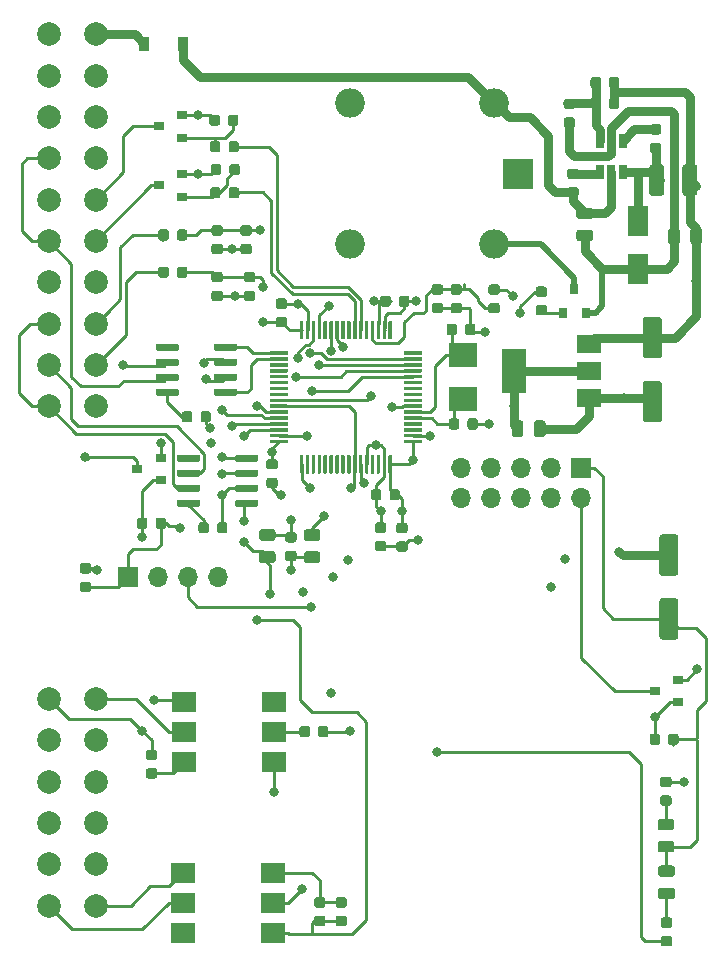
<source format=gbr>
G04 #@! TF.GenerationSoftware,KiCad,Pcbnew,(5.1.5)-3*
G04 #@! TF.CreationDate,2020-05-03T19:08:43+01:00*
G04 #@! TF.ProjectId,Isolator CAN SMT v2,49736f6c-6174-46f7-9220-43414e20534d,rev?*
G04 #@! TF.SameCoordinates,Original*
G04 #@! TF.FileFunction,Copper,L1,Top*
G04 #@! TF.FilePolarity,Positive*
%FSLAX46Y46*%
G04 Gerber Fmt 4.6, Leading zero omitted, Abs format (unit mm)*
G04 Created by KiCad (PCBNEW (5.1.5)-3) date 2020-05-03 19:08:43*
%MOMM*%
%LPD*%
G04 APERTURE LIST*
%ADD10C,2.000000*%
%ADD11R,0.900000X1.200000*%
%ADD12R,0.900000X0.800000*%
%ADD13R,0.800000X0.900000*%
%ADD14C,0.100000*%
%ADD15O,2.500000X2.500000*%
%ADD16R,2.500000X2.500000*%
%ADD17R,1.800000X2.500000*%
%ADD18R,0.650000X1.220000*%
%ADD19R,2.000000X3.800000*%
%ADD20R,2.000000X1.500000*%
%ADD21R,2.000000X1.780000*%
%ADD22O,1.700000X1.700000*%
%ADD23R,1.700000X1.700000*%
%ADD24R,2.400000X2.000000*%
%ADD25C,0.800000*%
%ADD26C,0.750000*%
%ADD27C,0.250000*%
%ADD28C,0.500000*%
G04 APERTURE END LIST*
D10*
X112080000Y-70110000D03*
X112080000Y-59610000D03*
X112080000Y-73610000D03*
X112080000Y-87610000D03*
X112080000Y-63110000D03*
X112080000Y-77110000D03*
X112080000Y-84110000D03*
X112080000Y-91110000D03*
X112080000Y-80610000D03*
X112080000Y-66610000D03*
X108080000Y-63110000D03*
X108080000Y-66610000D03*
X108080000Y-70110000D03*
X108080000Y-73610000D03*
X108080000Y-77110000D03*
X108080000Y-80610000D03*
X108080000Y-84110000D03*
X108080000Y-87610000D03*
X108080000Y-59610000D03*
X108080000Y-91110000D03*
X108080000Y-133380000D03*
X108080000Y-129880000D03*
X108080000Y-126380000D03*
X108080000Y-122880000D03*
X108080000Y-119380000D03*
X108080000Y-115880000D03*
X112080000Y-133380000D03*
X112080000Y-129880000D03*
X112080000Y-126380000D03*
X112080000Y-122880000D03*
X112080000Y-119380000D03*
X112080000Y-115880000D03*
D11*
X119450000Y-60400000D03*
X116150000Y-60400000D03*
D12*
X117400000Y-72400000D03*
X119400000Y-71450000D03*
X119400000Y-73350000D03*
X117400000Y-67400000D03*
X119400000Y-66450000D03*
X119400000Y-68350000D03*
D13*
X152600000Y-81200000D03*
X153550000Y-83200000D03*
X151650000Y-83200000D03*
G04 #@! TA.AperFunction,SMDPad,CuDef*
D14*
G36*
X159774504Y-88951204D02*
G01*
X159798773Y-88954804D01*
X159822571Y-88960765D01*
X159845671Y-88969030D01*
X159867849Y-88979520D01*
X159888893Y-88992133D01*
X159908598Y-89006747D01*
X159926777Y-89023223D01*
X159943253Y-89041402D01*
X159957867Y-89061107D01*
X159970480Y-89082151D01*
X159980970Y-89104329D01*
X159989235Y-89127429D01*
X159995196Y-89151227D01*
X159998796Y-89175496D01*
X160000000Y-89200000D01*
X160000000Y-92200000D01*
X159998796Y-92224504D01*
X159995196Y-92248773D01*
X159989235Y-92272571D01*
X159980970Y-92295671D01*
X159970480Y-92317849D01*
X159957867Y-92338893D01*
X159943253Y-92358598D01*
X159926777Y-92376777D01*
X159908598Y-92393253D01*
X159888893Y-92407867D01*
X159867849Y-92420480D01*
X159845671Y-92430970D01*
X159822571Y-92439235D01*
X159798773Y-92445196D01*
X159774504Y-92448796D01*
X159750000Y-92450000D01*
X158650000Y-92450000D01*
X158625496Y-92448796D01*
X158601227Y-92445196D01*
X158577429Y-92439235D01*
X158554329Y-92430970D01*
X158532151Y-92420480D01*
X158511107Y-92407867D01*
X158491402Y-92393253D01*
X158473223Y-92376777D01*
X158456747Y-92358598D01*
X158442133Y-92338893D01*
X158429520Y-92317849D01*
X158419030Y-92295671D01*
X158410765Y-92272571D01*
X158404804Y-92248773D01*
X158401204Y-92224504D01*
X158400000Y-92200000D01*
X158400000Y-89200000D01*
X158401204Y-89175496D01*
X158404804Y-89151227D01*
X158410765Y-89127429D01*
X158419030Y-89104329D01*
X158429520Y-89082151D01*
X158442133Y-89061107D01*
X158456747Y-89041402D01*
X158473223Y-89023223D01*
X158491402Y-89006747D01*
X158511107Y-88992133D01*
X158532151Y-88979520D01*
X158554329Y-88969030D01*
X158577429Y-88960765D01*
X158601227Y-88954804D01*
X158625496Y-88951204D01*
X158650000Y-88950000D01*
X159750000Y-88950000D01*
X159774504Y-88951204D01*
G37*
G04 #@! TD.AperFunction*
G04 #@! TA.AperFunction,SMDPad,CuDef*
G36*
X159774504Y-83551204D02*
G01*
X159798773Y-83554804D01*
X159822571Y-83560765D01*
X159845671Y-83569030D01*
X159867849Y-83579520D01*
X159888893Y-83592133D01*
X159908598Y-83606747D01*
X159926777Y-83623223D01*
X159943253Y-83641402D01*
X159957867Y-83661107D01*
X159970480Y-83682151D01*
X159980970Y-83704329D01*
X159989235Y-83727429D01*
X159995196Y-83751227D01*
X159998796Y-83775496D01*
X160000000Y-83800000D01*
X160000000Y-86800000D01*
X159998796Y-86824504D01*
X159995196Y-86848773D01*
X159989235Y-86872571D01*
X159980970Y-86895671D01*
X159970480Y-86917849D01*
X159957867Y-86938893D01*
X159943253Y-86958598D01*
X159926777Y-86976777D01*
X159908598Y-86993253D01*
X159888893Y-87007867D01*
X159867849Y-87020480D01*
X159845671Y-87030970D01*
X159822571Y-87039235D01*
X159798773Y-87045196D01*
X159774504Y-87048796D01*
X159750000Y-87050000D01*
X158650000Y-87050000D01*
X158625496Y-87048796D01*
X158601227Y-87045196D01*
X158577429Y-87039235D01*
X158554329Y-87030970D01*
X158532151Y-87020480D01*
X158511107Y-87007867D01*
X158491402Y-86993253D01*
X158473223Y-86976777D01*
X158456747Y-86958598D01*
X158442133Y-86938893D01*
X158429520Y-86917849D01*
X158419030Y-86895671D01*
X158410765Y-86872571D01*
X158404804Y-86848773D01*
X158401204Y-86824504D01*
X158400000Y-86800000D01*
X158400000Y-83800000D01*
X158401204Y-83775496D01*
X158404804Y-83751227D01*
X158410765Y-83727429D01*
X158419030Y-83704329D01*
X158429520Y-83682151D01*
X158442133Y-83661107D01*
X158456747Y-83641402D01*
X158473223Y-83623223D01*
X158491402Y-83606747D01*
X158511107Y-83592133D01*
X158532151Y-83579520D01*
X158554329Y-83569030D01*
X158577429Y-83560765D01*
X158601227Y-83554804D01*
X158625496Y-83551204D01*
X158650000Y-83550000D01*
X159750000Y-83550000D01*
X159774504Y-83551204D01*
G37*
G04 #@! TD.AperFunction*
G04 #@! TA.AperFunction,SMDPad,CuDef*
G36*
X118964703Y-89605722D02*
G01*
X118979264Y-89607882D01*
X118993543Y-89611459D01*
X119007403Y-89616418D01*
X119020710Y-89622712D01*
X119033336Y-89630280D01*
X119045159Y-89639048D01*
X119056066Y-89648934D01*
X119065952Y-89659841D01*
X119074720Y-89671664D01*
X119082288Y-89684290D01*
X119088582Y-89697597D01*
X119093541Y-89711457D01*
X119097118Y-89725736D01*
X119099278Y-89740297D01*
X119100000Y-89755000D01*
X119100000Y-90055000D01*
X119099278Y-90069703D01*
X119097118Y-90084264D01*
X119093541Y-90098543D01*
X119088582Y-90112403D01*
X119082288Y-90125710D01*
X119074720Y-90138336D01*
X119065952Y-90150159D01*
X119056066Y-90161066D01*
X119045159Y-90170952D01*
X119033336Y-90179720D01*
X119020710Y-90187288D01*
X119007403Y-90193582D01*
X118993543Y-90198541D01*
X118979264Y-90202118D01*
X118964703Y-90204278D01*
X118950000Y-90205000D01*
X117300000Y-90205000D01*
X117285297Y-90204278D01*
X117270736Y-90202118D01*
X117256457Y-90198541D01*
X117242597Y-90193582D01*
X117229290Y-90187288D01*
X117216664Y-90179720D01*
X117204841Y-90170952D01*
X117193934Y-90161066D01*
X117184048Y-90150159D01*
X117175280Y-90138336D01*
X117167712Y-90125710D01*
X117161418Y-90112403D01*
X117156459Y-90098543D01*
X117152882Y-90084264D01*
X117150722Y-90069703D01*
X117150000Y-90055000D01*
X117150000Y-89755000D01*
X117150722Y-89740297D01*
X117152882Y-89725736D01*
X117156459Y-89711457D01*
X117161418Y-89697597D01*
X117167712Y-89684290D01*
X117175280Y-89671664D01*
X117184048Y-89659841D01*
X117193934Y-89648934D01*
X117204841Y-89639048D01*
X117216664Y-89630280D01*
X117229290Y-89622712D01*
X117242597Y-89616418D01*
X117256457Y-89611459D01*
X117270736Y-89607882D01*
X117285297Y-89605722D01*
X117300000Y-89605000D01*
X118950000Y-89605000D01*
X118964703Y-89605722D01*
G37*
G04 #@! TD.AperFunction*
G04 #@! TA.AperFunction,SMDPad,CuDef*
G36*
X118964703Y-88335722D02*
G01*
X118979264Y-88337882D01*
X118993543Y-88341459D01*
X119007403Y-88346418D01*
X119020710Y-88352712D01*
X119033336Y-88360280D01*
X119045159Y-88369048D01*
X119056066Y-88378934D01*
X119065952Y-88389841D01*
X119074720Y-88401664D01*
X119082288Y-88414290D01*
X119088582Y-88427597D01*
X119093541Y-88441457D01*
X119097118Y-88455736D01*
X119099278Y-88470297D01*
X119100000Y-88485000D01*
X119100000Y-88785000D01*
X119099278Y-88799703D01*
X119097118Y-88814264D01*
X119093541Y-88828543D01*
X119088582Y-88842403D01*
X119082288Y-88855710D01*
X119074720Y-88868336D01*
X119065952Y-88880159D01*
X119056066Y-88891066D01*
X119045159Y-88900952D01*
X119033336Y-88909720D01*
X119020710Y-88917288D01*
X119007403Y-88923582D01*
X118993543Y-88928541D01*
X118979264Y-88932118D01*
X118964703Y-88934278D01*
X118950000Y-88935000D01*
X117300000Y-88935000D01*
X117285297Y-88934278D01*
X117270736Y-88932118D01*
X117256457Y-88928541D01*
X117242597Y-88923582D01*
X117229290Y-88917288D01*
X117216664Y-88909720D01*
X117204841Y-88900952D01*
X117193934Y-88891066D01*
X117184048Y-88880159D01*
X117175280Y-88868336D01*
X117167712Y-88855710D01*
X117161418Y-88842403D01*
X117156459Y-88828543D01*
X117152882Y-88814264D01*
X117150722Y-88799703D01*
X117150000Y-88785000D01*
X117150000Y-88485000D01*
X117150722Y-88470297D01*
X117152882Y-88455736D01*
X117156459Y-88441457D01*
X117161418Y-88427597D01*
X117167712Y-88414290D01*
X117175280Y-88401664D01*
X117184048Y-88389841D01*
X117193934Y-88378934D01*
X117204841Y-88369048D01*
X117216664Y-88360280D01*
X117229290Y-88352712D01*
X117242597Y-88346418D01*
X117256457Y-88341459D01*
X117270736Y-88337882D01*
X117285297Y-88335722D01*
X117300000Y-88335000D01*
X118950000Y-88335000D01*
X118964703Y-88335722D01*
G37*
G04 #@! TD.AperFunction*
G04 #@! TA.AperFunction,SMDPad,CuDef*
G36*
X118964703Y-87065722D02*
G01*
X118979264Y-87067882D01*
X118993543Y-87071459D01*
X119007403Y-87076418D01*
X119020710Y-87082712D01*
X119033336Y-87090280D01*
X119045159Y-87099048D01*
X119056066Y-87108934D01*
X119065952Y-87119841D01*
X119074720Y-87131664D01*
X119082288Y-87144290D01*
X119088582Y-87157597D01*
X119093541Y-87171457D01*
X119097118Y-87185736D01*
X119099278Y-87200297D01*
X119100000Y-87215000D01*
X119100000Y-87515000D01*
X119099278Y-87529703D01*
X119097118Y-87544264D01*
X119093541Y-87558543D01*
X119088582Y-87572403D01*
X119082288Y-87585710D01*
X119074720Y-87598336D01*
X119065952Y-87610159D01*
X119056066Y-87621066D01*
X119045159Y-87630952D01*
X119033336Y-87639720D01*
X119020710Y-87647288D01*
X119007403Y-87653582D01*
X118993543Y-87658541D01*
X118979264Y-87662118D01*
X118964703Y-87664278D01*
X118950000Y-87665000D01*
X117300000Y-87665000D01*
X117285297Y-87664278D01*
X117270736Y-87662118D01*
X117256457Y-87658541D01*
X117242597Y-87653582D01*
X117229290Y-87647288D01*
X117216664Y-87639720D01*
X117204841Y-87630952D01*
X117193934Y-87621066D01*
X117184048Y-87610159D01*
X117175280Y-87598336D01*
X117167712Y-87585710D01*
X117161418Y-87572403D01*
X117156459Y-87558543D01*
X117152882Y-87544264D01*
X117150722Y-87529703D01*
X117150000Y-87515000D01*
X117150000Y-87215000D01*
X117150722Y-87200297D01*
X117152882Y-87185736D01*
X117156459Y-87171457D01*
X117161418Y-87157597D01*
X117167712Y-87144290D01*
X117175280Y-87131664D01*
X117184048Y-87119841D01*
X117193934Y-87108934D01*
X117204841Y-87099048D01*
X117216664Y-87090280D01*
X117229290Y-87082712D01*
X117242597Y-87076418D01*
X117256457Y-87071459D01*
X117270736Y-87067882D01*
X117285297Y-87065722D01*
X117300000Y-87065000D01*
X118950000Y-87065000D01*
X118964703Y-87065722D01*
G37*
G04 #@! TD.AperFunction*
G04 #@! TA.AperFunction,SMDPad,CuDef*
G36*
X118964703Y-85795722D02*
G01*
X118979264Y-85797882D01*
X118993543Y-85801459D01*
X119007403Y-85806418D01*
X119020710Y-85812712D01*
X119033336Y-85820280D01*
X119045159Y-85829048D01*
X119056066Y-85838934D01*
X119065952Y-85849841D01*
X119074720Y-85861664D01*
X119082288Y-85874290D01*
X119088582Y-85887597D01*
X119093541Y-85901457D01*
X119097118Y-85915736D01*
X119099278Y-85930297D01*
X119100000Y-85945000D01*
X119100000Y-86245000D01*
X119099278Y-86259703D01*
X119097118Y-86274264D01*
X119093541Y-86288543D01*
X119088582Y-86302403D01*
X119082288Y-86315710D01*
X119074720Y-86328336D01*
X119065952Y-86340159D01*
X119056066Y-86351066D01*
X119045159Y-86360952D01*
X119033336Y-86369720D01*
X119020710Y-86377288D01*
X119007403Y-86383582D01*
X118993543Y-86388541D01*
X118979264Y-86392118D01*
X118964703Y-86394278D01*
X118950000Y-86395000D01*
X117300000Y-86395000D01*
X117285297Y-86394278D01*
X117270736Y-86392118D01*
X117256457Y-86388541D01*
X117242597Y-86383582D01*
X117229290Y-86377288D01*
X117216664Y-86369720D01*
X117204841Y-86360952D01*
X117193934Y-86351066D01*
X117184048Y-86340159D01*
X117175280Y-86328336D01*
X117167712Y-86315710D01*
X117161418Y-86302403D01*
X117156459Y-86288543D01*
X117152882Y-86274264D01*
X117150722Y-86259703D01*
X117150000Y-86245000D01*
X117150000Y-85945000D01*
X117150722Y-85930297D01*
X117152882Y-85915736D01*
X117156459Y-85901457D01*
X117161418Y-85887597D01*
X117167712Y-85874290D01*
X117175280Y-85861664D01*
X117184048Y-85849841D01*
X117193934Y-85838934D01*
X117204841Y-85829048D01*
X117216664Y-85820280D01*
X117229290Y-85812712D01*
X117242597Y-85806418D01*
X117256457Y-85801459D01*
X117270736Y-85797882D01*
X117285297Y-85795722D01*
X117300000Y-85795000D01*
X118950000Y-85795000D01*
X118964703Y-85795722D01*
G37*
G04 #@! TD.AperFunction*
G04 #@! TA.AperFunction,SMDPad,CuDef*
G36*
X123914703Y-85795722D02*
G01*
X123929264Y-85797882D01*
X123943543Y-85801459D01*
X123957403Y-85806418D01*
X123970710Y-85812712D01*
X123983336Y-85820280D01*
X123995159Y-85829048D01*
X124006066Y-85838934D01*
X124015952Y-85849841D01*
X124024720Y-85861664D01*
X124032288Y-85874290D01*
X124038582Y-85887597D01*
X124043541Y-85901457D01*
X124047118Y-85915736D01*
X124049278Y-85930297D01*
X124050000Y-85945000D01*
X124050000Y-86245000D01*
X124049278Y-86259703D01*
X124047118Y-86274264D01*
X124043541Y-86288543D01*
X124038582Y-86302403D01*
X124032288Y-86315710D01*
X124024720Y-86328336D01*
X124015952Y-86340159D01*
X124006066Y-86351066D01*
X123995159Y-86360952D01*
X123983336Y-86369720D01*
X123970710Y-86377288D01*
X123957403Y-86383582D01*
X123943543Y-86388541D01*
X123929264Y-86392118D01*
X123914703Y-86394278D01*
X123900000Y-86395000D01*
X122250000Y-86395000D01*
X122235297Y-86394278D01*
X122220736Y-86392118D01*
X122206457Y-86388541D01*
X122192597Y-86383582D01*
X122179290Y-86377288D01*
X122166664Y-86369720D01*
X122154841Y-86360952D01*
X122143934Y-86351066D01*
X122134048Y-86340159D01*
X122125280Y-86328336D01*
X122117712Y-86315710D01*
X122111418Y-86302403D01*
X122106459Y-86288543D01*
X122102882Y-86274264D01*
X122100722Y-86259703D01*
X122100000Y-86245000D01*
X122100000Y-85945000D01*
X122100722Y-85930297D01*
X122102882Y-85915736D01*
X122106459Y-85901457D01*
X122111418Y-85887597D01*
X122117712Y-85874290D01*
X122125280Y-85861664D01*
X122134048Y-85849841D01*
X122143934Y-85838934D01*
X122154841Y-85829048D01*
X122166664Y-85820280D01*
X122179290Y-85812712D01*
X122192597Y-85806418D01*
X122206457Y-85801459D01*
X122220736Y-85797882D01*
X122235297Y-85795722D01*
X122250000Y-85795000D01*
X123900000Y-85795000D01*
X123914703Y-85795722D01*
G37*
G04 #@! TD.AperFunction*
G04 #@! TA.AperFunction,SMDPad,CuDef*
G36*
X123914703Y-87065722D02*
G01*
X123929264Y-87067882D01*
X123943543Y-87071459D01*
X123957403Y-87076418D01*
X123970710Y-87082712D01*
X123983336Y-87090280D01*
X123995159Y-87099048D01*
X124006066Y-87108934D01*
X124015952Y-87119841D01*
X124024720Y-87131664D01*
X124032288Y-87144290D01*
X124038582Y-87157597D01*
X124043541Y-87171457D01*
X124047118Y-87185736D01*
X124049278Y-87200297D01*
X124050000Y-87215000D01*
X124050000Y-87515000D01*
X124049278Y-87529703D01*
X124047118Y-87544264D01*
X124043541Y-87558543D01*
X124038582Y-87572403D01*
X124032288Y-87585710D01*
X124024720Y-87598336D01*
X124015952Y-87610159D01*
X124006066Y-87621066D01*
X123995159Y-87630952D01*
X123983336Y-87639720D01*
X123970710Y-87647288D01*
X123957403Y-87653582D01*
X123943543Y-87658541D01*
X123929264Y-87662118D01*
X123914703Y-87664278D01*
X123900000Y-87665000D01*
X122250000Y-87665000D01*
X122235297Y-87664278D01*
X122220736Y-87662118D01*
X122206457Y-87658541D01*
X122192597Y-87653582D01*
X122179290Y-87647288D01*
X122166664Y-87639720D01*
X122154841Y-87630952D01*
X122143934Y-87621066D01*
X122134048Y-87610159D01*
X122125280Y-87598336D01*
X122117712Y-87585710D01*
X122111418Y-87572403D01*
X122106459Y-87558543D01*
X122102882Y-87544264D01*
X122100722Y-87529703D01*
X122100000Y-87515000D01*
X122100000Y-87215000D01*
X122100722Y-87200297D01*
X122102882Y-87185736D01*
X122106459Y-87171457D01*
X122111418Y-87157597D01*
X122117712Y-87144290D01*
X122125280Y-87131664D01*
X122134048Y-87119841D01*
X122143934Y-87108934D01*
X122154841Y-87099048D01*
X122166664Y-87090280D01*
X122179290Y-87082712D01*
X122192597Y-87076418D01*
X122206457Y-87071459D01*
X122220736Y-87067882D01*
X122235297Y-87065722D01*
X122250000Y-87065000D01*
X123900000Y-87065000D01*
X123914703Y-87065722D01*
G37*
G04 #@! TD.AperFunction*
G04 #@! TA.AperFunction,SMDPad,CuDef*
G36*
X123914703Y-88335722D02*
G01*
X123929264Y-88337882D01*
X123943543Y-88341459D01*
X123957403Y-88346418D01*
X123970710Y-88352712D01*
X123983336Y-88360280D01*
X123995159Y-88369048D01*
X124006066Y-88378934D01*
X124015952Y-88389841D01*
X124024720Y-88401664D01*
X124032288Y-88414290D01*
X124038582Y-88427597D01*
X124043541Y-88441457D01*
X124047118Y-88455736D01*
X124049278Y-88470297D01*
X124050000Y-88485000D01*
X124050000Y-88785000D01*
X124049278Y-88799703D01*
X124047118Y-88814264D01*
X124043541Y-88828543D01*
X124038582Y-88842403D01*
X124032288Y-88855710D01*
X124024720Y-88868336D01*
X124015952Y-88880159D01*
X124006066Y-88891066D01*
X123995159Y-88900952D01*
X123983336Y-88909720D01*
X123970710Y-88917288D01*
X123957403Y-88923582D01*
X123943543Y-88928541D01*
X123929264Y-88932118D01*
X123914703Y-88934278D01*
X123900000Y-88935000D01*
X122250000Y-88935000D01*
X122235297Y-88934278D01*
X122220736Y-88932118D01*
X122206457Y-88928541D01*
X122192597Y-88923582D01*
X122179290Y-88917288D01*
X122166664Y-88909720D01*
X122154841Y-88900952D01*
X122143934Y-88891066D01*
X122134048Y-88880159D01*
X122125280Y-88868336D01*
X122117712Y-88855710D01*
X122111418Y-88842403D01*
X122106459Y-88828543D01*
X122102882Y-88814264D01*
X122100722Y-88799703D01*
X122100000Y-88785000D01*
X122100000Y-88485000D01*
X122100722Y-88470297D01*
X122102882Y-88455736D01*
X122106459Y-88441457D01*
X122111418Y-88427597D01*
X122117712Y-88414290D01*
X122125280Y-88401664D01*
X122134048Y-88389841D01*
X122143934Y-88378934D01*
X122154841Y-88369048D01*
X122166664Y-88360280D01*
X122179290Y-88352712D01*
X122192597Y-88346418D01*
X122206457Y-88341459D01*
X122220736Y-88337882D01*
X122235297Y-88335722D01*
X122250000Y-88335000D01*
X123900000Y-88335000D01*
X123914703Y-88335722D01*
G37*
G04 #@! TD.AperFunction*
G04 #@! TA.AperFunction,SMDPad,CuDef*
G36*
X123914703Y-89605722D02*
G01*
X123929264Y-89607882D01*
X123943543Y-89611459D01*
X123957403Y-89616418D01*
X123970710Y-89622712D01*
X123983336Y-89630280D01*
X123995159Y-89639048D01*
X124006066Y-89648934D01*
X124015952Y-89659841D01*
X124024720Y-89671664D01*
X124032288Y-89684290D01*
X124038582Y-89697597D01*
X124043541Y-89711457D01*
X124047118Y-89725736D01*
X124049278Y-89740297D01*
X124050000Y-89755000D01*
X124050000Y-90055000D01*
X124049278Y-90069703D01*
X124047118Y-90084264D01*
X124043541Y-90098543D01*
X124038582Y-90112403D01*
X124032288Y-90125710D01*
X124024720Y-90138336D01*
X124015952Y-90150159D01*
X124006066Y-90161066D01*
X123995159Y-90170952D01*
X123983336Y-90179720D01*
X123970710Y-90187288D01*
X123957403Y-90193582D01*
X123943543Y-90198541D01*
X123929264Y-90202118D01*
X123914703Y-90204278D01*
X123900000Y-90205000D01*
X122250000Y-90205000D01*
X122235297Y-90204278D01*
X122220736Y-90202118D01*
X122206457Y-90198541D01*
X122192597Y-90193582D01*
X122179290Y-90187288D01*
X122166664Y-90179720D01*
X122154841Y-90170952D01*
X122143934Y-90161066D01*
X122134048Y-90150159D01*
X122125280Y-90138336D01*
X122117712Y-90125710D01*
X122111418Y-90112403D01*
X122106459Y-90098543D01*
X122102882Y-90084264D01*
X122100722Y-90069703D01*
X122100000Y-90055000D01*
X122100000Y-89755000D01*
X122100722Y-89740297D01*
X122102882Y-89725736D01*
X122106459Y-89711457D01*
X122111418Y-89697597D01*
X122117712Y-89684290D01*
X122125280Y-89671664D01*
X122134048Y-89659841D01*
X122143934Y-89648934D01*
X122154841Y-89639048D01*
X122166664Y-89630280D01*
X122179290Y-89622712D01*
X122192597Y-89616418D01*
X122206457Y-89611459D01*
X122220736Y-89607882D01*
X122235297Y-89605722D01*
X122250000Y-89605000D01*
X123900000Y-89605000D01*
X123914703Y-89605722D01*
G37*
G04 #@! TD.AperFunction*
G04 #@! TA.AperFunction,SMDPad,CuDef*
G36*
X120052691Y-91526053D02*
G01*
X120073926Y-91529203D01*
X120094750Y-91534419D01*
X120114962Y-91541651D01*
X120134368Y-91550830D01*
X120152781Y-91561866D01*
X120170024Y-91574654D01*
X120185930Y-91589070D01*
X120200346Y-91604976D01*
X120213134Y-91622219D01*
X120224170Y-91640632D01*
X120233349Y-91660038D01*
X120240581Y-91680250D01*
X120245797Y-91701074D01*
X120248947Y-91722309D01*
X120250000Y-91743750D01*
X120250000Y-92256250D01*
X120248947Y-92277691D01*
X120245797Y-92298926D01*
X120240581Y-92319750D01*
X120233349Y-92339962D01*
X120224170Y-92359368D01*
X120213134Y-92377781D01*
X120200346Y-92395024D01*
X120185930Y-92410930D01*
X120170024Y-92425346D01*
X120152781Y-92438134D01*
X120134368Y-92449170D01*
X120114962Y-92458349D01*
X120094750Y-92465581D01*
X120073926Y-92470797D01*
X120052691Y-92473947D01*
X120031250Y-92475000D01*
X119593750Y-92475000D01*
X119572309Y-92473947D01*
X119551074Y-92470797D01*
X119530250Y-92465581D01*
X119510038Y-92458349D01*
X119490632Y-92449170D01*
X119472219Y-92438134D01*
X119454976Y-92425346D01*
X119439070Y-92410930D01*
X119424654Y-92395024D01*
X119411866Y-92377781D01*
X119400830Y-92359368D01*
X119391651Y-92339962D01*
X119384419Y-92319750D01*
X119379203Y-92298926D01*
X119376053Y-92277691D01*
X119375000Y-92256250D01*
X119375000Y-91743750D01*
X119376053Y-91722309D01*
X119379203Y-91701074D01*
X119384419Y-91680250D01*
X119391651Y-91660038D01*
X119400830Y-91640632D01*
X119411866Y-91622219D01*
X119424654Y-91604976D01*
X119439070Y-91589070D01*
X119454976Y-91574654D01*
X119472219Y-91561866D01*
X119490632Y-91550830D01*
X119510038Y-91541651D01*
X119530250Y-91534419D01*
X119551074Y-91529203D01*
X119572309Y-91526053D01*
X119593750Y-91525000D01*
X120031250Y-91525000D01*
X120052691Y-91526053D01*
G37*
G04 #@! TD.AperFunction*
G04 #@! TA.AperFunction,SMDPad,CuDef*
G36*
X121627691Y-91526053D02*
G01*
X121648926Y-91529203D01*
X121669750Y-91534419D01*
X121689962Y-91541651D01*
X121709368Y-91550830D01*
X121727781Y-91561866D01*
X121745024Y-91574654D01*
X121760930Y-91589070D01*
X121775346Y-91604976D01*
X121788134Y-91622219D01*
X121799170Y-91640632D01*
X121808349Y-91660038D01*
X121815581Y-91680250D01*
X121820797Y-91701074D01*
X121823947Y-91722309D01*
X121825000Y-91743750D01*
X121825000Y-92256250D01*
X121823947Y-92277691D01*
X121820797Y-92298926D01*
X121815581Y-92319750D01*
X121808349Y-92339962D01*
X121799170Y-92359368D01*
X121788134Y-92377781D01*
X121775346Y-92395024D01*
X121760930Y-92410930D01*
X121745024Y-92425346D01*
X121727781Y-92438134D01*
X121709368Y-92449170D01*
X121689962Y-92458349D01*
X121669750Y-92465581D01*
X121648926Y-92470797D01*
X121627691Y-92473947D01*
X121606250Y-92475000D01*
X121168750Y-92475000D01*
X121147309Y-92473947D01*
X121126074Y-92470797D01*
X121105250Y-92465581D01*
X121085038Y-92458349D01*
X121065632Y-92449170D01*
X121047219Y-92438134D01*
X121029976Y-92425346D01*
X121014070Y-92410930D01*
X120999654Y-92395024D01*
X120986866Y-92377781D01*
X120975830Y-92359368D01*
X120966651Y-92339962D01*
X120959419Y-92319750D01*
X120954203Y-92298926D01*
X120951053Y-92277691D01*
X120950000Y-92256250D01*
X120950000Y-91743750D01*
X120951053Y-91722309D01*
X120954203Y-91701074D01*
X120959419Y-91680250D01*
X120966651Y-91660038D01*
X120975830Y-91640632D01*
X120986866Y-91622219D01*
X120999654Y-91604976D01*
X121014070Y-91589070D01*
X121029976Y-91574654D01*
X121047219Y-91561866D01*
X121065632Y-91550830D01*
X121085038Y-91541651D01*
X121105250Y-91534419D01*
X121126074Y-91529203D01*
X121147309Y-91526053D01*
X121168750Y-91525000D01*
X121606250Y-91525000D01*
X121627691Y-91526053D01*
G37*
G04 #@! TD.AperFunction*
D15*
X145800000Y-77400000D03*
X133600000Y-77400000D03*
X133600000Y-65400000D03*
X145800000Y-65400000D03*
D16*
X147800000Y-71400000D03*
D17*
X157977000Y-75449000D03*
X157977000Y-79449000D03*
G04 #@! TA.AperFunction,SMDPad,CuDef*
D14*
G36*
X154642191Y-63225053D02*
G01*
X154663426Y-63228203D01*
X154684250Y-63233419D01*
X154704462Y-63240651D01*
X154723868Y-63249830D01*
X154742281Y-63260866D01*
X154759524Y-63273654D01*
X154775430Y-63288070D01*
X154789846Y-63303976D01*
X154802634Y-63321219D01*
X154813670Y-63339632D01*
X154822849Y-63359038D01*
X154830081Y-63379250D01*
X154835297Y-63400074D01*
X154838447Y-63421309D01*
X154839500Y-63442750D01*
X154839500Y-63955250D01*
X154838447Y-63976691D01*
X154835297Y-63997926D01*
X154830081Y-64018750D01*
X154822849Y-64038962D01*
X154813670Y-64058368D01*
X154802634Y-64076781D01*
X154789846Y-64094024D01*
X154775430Y-64109930D01*
X154759524Y-64124346D01*
X154742281Y-64137134D01*
X154723868Y-64148170D01*
X154704462Y-64157349D01*
X154684250Y-64164581D01*
X154663426Y-64169797D01*
X154642191Y-64172947D01*
X154620750Y-64174000D01*
X154183250Y-64174000D01*
X154161809Y-64172947D01*
X154140574Y-64169797D01*
X154119750Y-64164581D01*
X154099538Y-64157349D01*
X154080132Y-64148170D01*
X154061719Y-64137134D01*
X154044476Y-64124346D01*
X154028570Y-64109930D01*
X154014154Y-64094024D01*
X154001366Y-64076781D01*
X153990330Y-64058368D01*
X153981151Y-64038962D01*
X153973919Y-64018750D01*
X153968703Y-63997926D01*
X153965553Y-63976691D01*
X153964500Y-63955250D01*
X153964500Y-63442750D01*
X153965553Y-63421309D01*
X153968703Y-63400074D01*
X153973919Y-63379250D01*
X153981151Y-63359038D01*
X153990330Y-63339632D01*
X154001366Y-63321219D01*
X154014154Y-63303976D01*
X154028570Y-63288070D01*
X154044476Y-63273654D01*
X154061719Y-63260866D01*
X154080132Y-63249830D01*
X154099538Y-63240651D01*
X154119750Y-63233419D01*
X154140574Y-63228203D01*
X154161809Y-63225053D01*
X154183250Y-63224000D01*
X154620750Y-63224000D01*
X154642191Y-63225053D01*
G37*
G04 #@! TD.AperFunction*
G04 #@! TA.AperFunction,SMDPad,CuDef*
G36*
X156217191Y-63225053D02*
G01*
X156238426Y-63228203D01*
X156259250Y-63233419D01*
X156279462Y-63240651D01*
X156298868Y-63249830D01*
X156317281Y-63260866D01*
X156334524Y-63273654D01*
X156350430Y-63288070D01*
X156364846Y-63303976D01*
X156377634Y-63321219D01*
X156388670Y-63339632D01*
X156397849Y-63359038D01*
X156405081Y-63379250D01*
X156410297Y-63400074D01*
X156413447Y-63421309D01*
X156414500Y-63442750D01*
X156414500Y-63955250D01*
X156413447Y-63976691D01*
X156410297Y-63997926D01*
X156405081Y-64018750D01*
X156397849Y-64038962D01*
X156388670Y-64058368D01*
X156377634Y-64076781D01*
X156364846Y-64094024D01*
X156350430Y-64109930D01*
X156334524Y-64124346D01*
X156317281Y-64137134D01*
X156298868Y-64148170D01*
X156279462Y-64157349D01*
X156259250Y-64164581D01*
X156238426Y-64169797D01*
X156217191Y-64172947D01*
X156195750Y-64174000D01*
X155758250Y-64174000D01*
X155736809Y-64172947D01*
X155715574Y-64169797D01*
X155694750Y-64164581D01*
X155674538Y-64157349D01*
X155655132Y-64148170D01*
X155636719Y-64137134D01*
X155619476Y-64124346D01*
X155603570Y-64109930D01*
X155589154Y-64094024D01*
X155576366Y-64076781D01*
X155565330Y-64058368D01*
X155556151Y-64038962D01*
X155548919Y-64018750D01*
X155543703Y-63997926D01*
X155540553Y-63976691D01*
X155539500Y-63955250D01*
X155539500Y-63442750D01*
X155540553Y-63421309D01*
X155543703Y-63400074D01*
X155548919Y-63379250D01*
X155556151Y-63359038D01*
X155565330Y-63339632D01*
X155576366Y-63321219D01*
X155589154Y-63303976D01*
X155603570Y-63288070D01*
X155619476Y-63273654D01*
X155636719Y-63260866D01*
X155655132Y-63249830D01*
X155674538Y-63240651D01*
X155694750Y-63233419D01*
X155715574Y-63228203D01*
X155736809Y-63225053D01*
X155758250Y-63224000D01*
X156195750Y-63224000D01*
X156217191Y-63225053D01*
G37*
G04 #@! TD.AperFunction*
G04 #@! TA.AperFunction,SMDPad,CuDef*
G36*
X159754691Y-67225053D02*
G01*
X159775926Y-67228203D01*
X159796750Y-67233419D01*
X159816962Y-67240651D01*
X159836368Y-67249830D01*
X159854781Y-67260866D01*
X159872024Y-67273654D01*
X159887930Y-67288070D01*
X159902346Y-67303976D01*
X159915134Y-67321219D01*
X159926170Y-67339632D01*
X159935349Y-67359038D01*
X159942581Y-67379250D01*
X159947797Y-67400074D01*
X159950947Y-67421309D01*
X159952000Y-67442750D01*
X159952000Y-67880250D01*
X159950947Y-67901691D01*
X159947797Y-67922926D01*
X159942581Y-67943750D01*
X159935349Y-67963962D01*
X159926170Y-67983368D01*
X159915134Y-68001781D01*
X159902346Y-68019024D01*
X159887930Y-68034930D01*
X159872024Y-68049346D01*
X159854781Y-68062134D01*
X159836368Y-68073170D01*
X159816962Y-68082349D01*
X159796750Y-68089581D01*
X159775926Y-68094797D01*
X159754691Y-68097947D01*
X159733250Y-68099000D01*
X159220750Y-68099000D01*
X159199309Y-68097947D01*
X159178074Y-68094797D01*
X159157250Y-68089581D01*
X159137038Y-68082349D01*
X159117632Y-68073170D01*
X159099219Y-68062134D01*
X159081976Y-68049346D01*
X159066070Y-68034930D01*
X159051654Y-68019024D01*
X159038866Y-68001781D01*
X159027830Y-67983368D01*
X159018651Y-67963962D01*
X159011419Y-67943750D01*
X159006203Y-67922926D01*
X159003053Y-67901691D01*
X159002000Y-67880250D01*
X159002000Y-67442750D01*
X159003053Y-67421309D01*
X159006203Y-67400074D01*
X159011419Y-67379250D01*
X159018651Y-67359038D01*
X159027830Y-67339632D01*
X159038866Y-67321219D01*
X159051654Y-67303976D01*
X159066070Y-67288070D01*
X159081976Y-67273654D01*
X159099219Y-67260866D01*
X159117632Y-67249830D01*
X159137038Y-67240651D01*
X159157250Y-67233419D01*
X159178074Y-67228203D01*
X159199309Y-67225053D01*
X159220750Y-67224000D01*
X159733250Y-67224000D01*
X159754691Y-67225053D01*
G37*
G04 #@! TD.AperFunction*
G04 #@! TA.AperFunction,SMDPad,CuDef*
G36*
X159754691Y-68800053D02*
G01*
X159775926Y-68803203D01*
X159796750Y-68808419D01*
X159816962Y-68815651D01*
X159836368Y-68824830D01*
X159854781Y-68835866D01*
X159872024Y-68848654D01*
X159887930Y-68863070D01*
X159902346Y-68878976D01*
X159915134Y-68896219D01*
X159926170Y-68914632D01*
X159935349Y-68934038D01*
X159942581Y-68954250D01*
X159947797Y-68975074D01*
X159950947Y-68996309D01*
X159952000Y-69017750D01*
X159952000Y-69455250D01*
X159950947Y-69476691D01*
X159947797Y-69497926D01*
X159942581Y-69518750D01*
X159935349Y-69538962D01*
X159926170Y-69558368D01*
X159915134Y-69576781D01*
X159902346Y-69594024D01*
X159887930Y-69609930D01*
X159872024Y-69624346D01*
X159854781Y-69637134D01*
X159836368Y-69648170D01*
X159816962Y-69657349D01*
X159796750Y-69664581D01*
X159775926Y-69669797D01*
X159754691Y-69672947D01*
X159733250Y-69674000D01*
X159220750Y-69674000D01*
X159199309Y-69672947D01*
X159178074Y-69669797D01*
X159157250Y-69664581D01*
X159137038Y-69657349D01*
X159117632Y-69648170D01*
X159099219Y-69637134D01*
X159081976Y-69624346D01*
X159066070Y-69609930D01*
X159051654Y-69594024D01*
X159038866Y-69576781D01*
X159027830Y-69558368D01*
X159018651Y-69538962D01*
X159011419Y-69518750D01*
X159006203Y-69497926D01*
X159003053Y-69476691D01*
X159002000Y-69455250D01*
X159002000Y-69017750D01*
X159003053Y-68996309D01*
X159006203Y-68975074D01*
X159011419Y-68954250D01*
X159018651Y-68934038D01*
X159027830Y-68914632D01*
X159038866Y-68896219D01*
X159051654Y-68878976D01*
X159066070Y-68863070D01*
X159081976Y-68848654D01*
X159099219Y-68835866D01*
X159117632Y-68824830D01*
X159137038Y-68815651D01*
X159157250Y-68808419D01*
X159178074Y-68803203D01*
X159199309Y-68800053D01*
X159220750Y-68799000D01*
X159733250Y-68799000D01*
X159754691Y-68800053D01*
G37*
G04 #@! TD.AperFunction*
G04 #@! TA.AperFunction,SMDPad,CuDef*
G36*
X153957142Y-74275174D02*
G01*
X153980803Y-74278684D01*
X154004007Y-74284496D01*
X154026529Y-74292554D01*
X154048153Y-74302782D01*
X154068670Y-74315079D01*
X154087883Y-74329329D01*
X154105607Y-74345393D01*
X154121671Y-74363117D01*
X154135921Y-74382330D01*
X154148218Y-74402847D01*
X154158446Y-74424471D01*
X154166504Y-74446993D01*
X154172316Y-74470197D01*
X154175826Y-74493858D01*
X154177000Y-74517750D01*
X154177000Y-75005250D01*
X154175826Y-75029142D01*
X154172316Y-75052803D01*
X154166504Y-75076007D01*
X154158446Y-75098529D01*
X154148218Y-75120153D01*
X154135921Y-75140670D01*
X154121671Y-75159883D01*
X154105607Y-75177607D01*
X154087883Y-75193671D01*
X154068670Y-75207921D01*
X154048153Y-75220218D01*
X154026529Y-75230446D01*
X154004007Y-75238504D01*
X153980803Y-75244316D01*
X153957142Y-75247826D01*
X153933250Y-75249000D01*
X153020750Y-75249000D01*
X152996858Y-75247826D01*
X152973197Y-75244316D01*
X152949993Y-75238504D01*
X152927471Y-75230446D01*
X152905847Y-75220218D01*
X152885330Y-75207921D01*
X152866117Y-75193671D01*
X152848393Y-75177607D01*
X152832329Y-75159883D01*
X152818079Y-75140670D01*
X152805782Y-75120153D01*
X152795554Y-75098529D01*
X152787496Y-75076007D01*
X152781684Y-75052803D01*
X152778174Y-75029142D01*
X152777000Y-75005250D01*
X152777000Y-74517750D01*
X152778174Y-74493858D01*
X152781684Y-74470197D01*
X152787496Y-74446993D01*
X152795554Y-74424471D01*
X152805782Y-74402847D01*
X152818079Y-74382330D01*
X152832329Y-74363117D01*
X152848393Y-74345393D01*
X152866117Y-74329329D01*
X152885330Y-74315079D01*
X152905847Y-74302782D01*
X152927471Y-74292554D01*
X152949993Y-74284496D01*
X152973197Y-74278684D01*
X152996858Y-74275174D01*
X153020750Y-74274000D01*
X153933250Y-74274000D01*
X153957142Y-74275174D01*
G37*
G04 #@! TD.AperFunction*
G04 #@! TA.AperFunction,SMDPad,CuDef*
G36*
X153957142Y-76150174D02*
G01*
X153980803Y-76153684D01*
X154004007Y-76159496D01*
X154026529Y-76167554D01*
X154048153Y-76177782D01*
X154068670Y-76190079D01*
X154087883Y-76204329D01*
X154105607Y-76220393D01*
X154121671Y-76238117D01*
X154135921Y-76257330D01*
X154148218Y-76277847D01*
X154158446Y-76299471D01*
X154166504Y-76321993D01*
X154172316Y-76345197D01*
X154175826Y-76368858D01*
X154177000Y-76392750D01*
X154177000Y-76880250D01*
X154175826Y-76904142D01*
X154172316Y-76927803D01*
X154166504Y-76951007D01*
X154158446Y-76973529D01*
X154148218Y-76995153D01*
X154135921Y-77015670D01*
X154121671Y-77034883D01*
X154105607Y-77052607D01*
X154087883Y-77068671D01*
X154068670Y-77082921D01*
X154048153Y-77095218D01*
X154026529Y-77105446D01*
X154004007Y-77113504D01*
X153980803Y-77119316D01*
X153957142Y-77122826D01*
X153933250Y-77124000D01*
X153020750Y-77124000D01*
X152996858Y-77122826D01*
X152973197Y-77119316D01*
X152949993Y-77113504D01*
X152927471Y-77105446D01*
X152905847Y-77095218D01*
X152885330Y-77082921D01*
X152866117Y-77068671D01*
X152848393Y-77052607D01*
X152832329Y-77034883D01*
X152818079Y-77015670D01*
X152805782Y-76995153D01*
X152795554Y-76973529D01*
X152787496Y-76951007D01*
X152781684Y-76927803D01*
X152778174Y-76904142D01*
X152777000Y-76880250D01*
X152777000Y-76392750D01*
X152778174Y-76368858D01*
X152781684Y-76345197D01*
X152787496Y-76321993D01*
X152795554Y-76299471D01*
X152805782Y-76277847D01*
X152818079Y-76257330D01*
X152832329Y-76238117D01*
X152848393Y-76220393D01*
X152866117Y-76204329D01*
X152885330Y-76190079D01*
X152905847Y-76177782D01*
X152927471Y-76167554D01*
X152949993Y-76159496D01*
X152973197Y-76153684D01*
X152996858Y-76150174D01*
X153020750Y-76149000D01*
X153933250Y-76149000D01*
X153957142Y-76150174D01*
G37*
G04 #@! TD.AperFunction*
G04 #@! TA.AperFunction,SMDPad,CuDef*
G36*
X148067642Y-92301174D02*
G01*
X148091303Y-92304684D01*
X148114507Y-92310496D01*
X148137029Y-92318554D01*
X148158653Y-92328782D01*
X148179170Y-92341079D01*
X148198383Y-92355329D01*
X148216107Y-92371393D01*
X148232171Y-92389117D01*
X148246421Y-92408330D01*
X148258718Y-92428847D01*
X148268946Y-92450471D01*
X148277004Y-92472993D01*
X148282816Y-92496197D01*
X148286326Y-92519858D01*
X148287500Y-92543750D01*
X148287500Y-93456250D01*
X148286326Y-93480142D01*
X148282816Y-93503803D01*
X148277004Y-93527007D01*
X148268946Y-93549529D01*
X148258718Y-93571153D01*
X148246421Y-93591670D01*
X148232171Y-93610883D01*
X148216107Y-93628607D01*
X148198383Y-93644671D01*
X148179170Y-93658921D01*
X148158653Y-93671218D01*
X148137029Y-93681446D01*
X148114507Y-93689504D01*
X148091303Y-93695316D01*
X148067642Y-93698826D01*
X148043750Y-93700000D01*
X147556250Y-93700000D01*
X147532358Y-93698826D01*
X147508697Y-93695316D01*
X147485493Y-93689504D01*
X147462971Y-93681446D01*
X147441347Y-93671218D01*
X147420830Y-93658921D01*
X147401617Y-93644671D01*
X147383893Y-93628607D01*
X147367829Y-93610883D01*
X147353579Y-93591670D01*
X147341282Y-93571153D01*
X147331054Y-93549529D01*
X147322996Y-93527007D01*
X147317184Y-93503803D01*
X147313674Y-93480142D01*
X147312500Y-93456250D01*
X147312500Y-92543750D01*
X147313674Y-92519858D01*
X147317184Y-92496197D01*
X147322996Y-92472993D01*
X147331054Y-92450471D01*
X147341282Y-92428847D01*
X147353579Y-92408330D01*
X147367829Y-92389117D01*
X147383893Y-92371393D01*
X147401617Y-92355329D01*
X147420830Y-92341079D01*
X147441347Y-92328782D01*
X147462971Y-92318554D01*
X147485493Y-92310496D01*
X147508697Y-92304684D01*
X147532358Y-92301174D01*
X147556250Y-92300000D01*
X148043750Y-92300000D01*
X148067642Y-92301174D01*
G37*
G04 #@! TD.AperFunction*
G04 #@! TA.AperFunction,SMDPad,CuDef*
G36*
X149942642Y-92301174D02*
G01*
X149966303Y-92304684D01*
X149989507Y-92310496D01*
X150012029Y-92318554D01*
X150033653Y-92328782D01*
X150054170Y-92341079D01*
X150073383Y-92355329D01*
X150091107Y-92371393D01*
X150107171Y-92389117D01*
X150121421Y-92408330D01*
X150133718Y-92428847D01*
X150143946Y-92450471D01*
X150152004Y-92472993D01*
X150157816Y-92496197D01*
X150161326Y-92519858D01*
X150162500Y-92543750D01*
X150162500Y-93456250D01*
X150161326Y-93480142D01*
X150157816Y-93503803D01*
X150152004Y-93527007D01*
X150143946Y-93549529D01*
X150133718Y-93571153D01*
X150121421Y-93591670D01*
X150107171Y-93610883D01*
X150091107Y-93628607D01*
X150073383Y-93644671D01*
X150054170Y-93658921D01*
X150033653Y-93671218D01*
X150012029Y-93681446D01*
X149989507Y-93689504D01*
X149966303Y-93695316D01*
X149942642Y-93698826D01*
X149918750Y-93700000D01*
X149431250Y-93700000D01*
X149407358Y-93698826D01*
X149383697Y-93695316D01*
X149360493Y-93689504D01*
X149337971Y-93681446D01*
X149316347Y-93671218D01*
X149295830Y-93658921D01*
X149276617Y-93644671D01*
X149258893Y-93628607D01*
X149242829Y-93610883D01*
X149228579Y-93591670D01*
X149216282Y-93571153D01*
X149206054Y-93549529D01*
X149197996Y-93527007D01*
X149192184Y-93503803D01*
X149188674Y-93480142D01*
X149187500Y-93456250D01*
X149187500Y-92543750D01*
X149188674Y-92519858D01*
X149192184Y-92496197D01*
X149197996Y-92472993D01*
X149206054Y-92450471D01*
X149216282Y-92428847D01*
X149228579Y-92408330D01*
X149242829Y-92389117D01*
X149258893Y-92371393D01*
X149276617Y-92355329D01*
X149295830Y-92341079D01*
X149316347Y-92328782D01*
X149337971Y-92318554D01*
X149360493Y-92310496D01*
X149383697Y-92304684D01*
X149407358Y-92301174D01*
X149431250Y-92300000D01*
X149918750Y-92300000D01*
X149942642Y-92301174D01*
G37*
G04 #@! TD.AperFunction*
G04 #@! TA.AperFunction,SMDPad,CuDef*
G36*
X142877691Y-80776053D02*
G01*
X142898926Y-80779203D01*
X142919750Y-80784419D01*
X142939962Y-80791651D01*
X142959368Y-80800830D01*
X142977781Y-80811866D01*
X142995024Y-80824654D01*
X143010930Y-80839070D01*
X143025346Y-80854976D01*
X143038134Y-80872219D01*
X143049170Y-80890632D01*
X143058349Y-80910038D01*
X143065581Y-80930250D01*
X143070797Y-80951074D01*
X143073947Y-80972309D01*
X143075000Y-80993750D01*
X143075000Y-81431250D01*
X143073947Y-81452691D01*
X143070797Y-81473926D01*
X143065581Y-81494750D01*
X143058349Y-81514962D01*
X143049170Y-81534368D01*
X143038134Y-81552781D01*
X143025346Y-81570024D01*
X143010930Y-81585930D01*
X142995024Y-81600346D01*
X142977781Y-81613134D01*
X142959368Y-81624170D01*
X142939962Y-81633349D01*
X142919750Y-81640581D01*
X142898926Y-81645797D01*
X142877691Y-81648947D01*
X142856250Y-81650000D01*
X142343750Y-81650000D01*
X142322309Y-81648947D01*
X142301074Y-81645797D01*
X142280250Y-81640581D01*
X142260038Y-81633349D01*
X142240632Y-81624170D01*
X142222219Y-81613134D01*
X142204976Y-81600346D01*
X142189070Y-81585930D01*
X142174654Y-81570024D01*
X142161866Y-81552781D01*
X142150830Y-81534368D01*
X142141651Y-81514962D01*
X142134419Y-81494750D01*
X142129203Y-81473926D01*
X142126053Y-81452691D01*
X142125000Y-81431250D01*
X142125000Y-80993750D01*
X142126053Y-80972309D01*
X142129203Y-80951074D01*
X142134419Y-80930250D01*
X142141651Y-80910038D01*
X142150830Y-80890632D01*
X142161866Y-80872219D01*
X142174654Y-80854976D01*
X142189070Y-80839070D01*
X142204976Y-80824654D01*
X142222219Y-80811866D01*
X142240632Y-80800830D01*
X142260038Y-80791651D01*
X142280250Y-80784419D01*
X142301074Y-80779203D01*
X142322309Y-80776053D01*
X142343750Y-80775000D01*
X142856250Y-80775000D01*
X142877691Y-80776053D01*
G37*
G04 #@! TD.AperFunction*
G04 #@! TA.AperFunction,SMDPad,CuDef*
G36*
X142877691Y-82351053D02*
G01*
X142898926Y-82354203D01*
X142919750Y-82359419D01*
X142939962Y-82366651D01*
X142959368Y-82375830D01*
X142977781Y-82386866D01*
X142995024Y-82399654D01*
X143010930Y-82414070D01*
X143025346Y-82429976D01*
X143038134Y-82447219D01*
X143049170Y-82465632D01*
X143058349Y-82485038D01*
X143065581Y-82505250D01*
X143070797Y-82526074D01*
X143073947Y-82547309D01*
X143075000Y-82568750D01*
X143075000Y-83006250D01*
X143073947Y-83027691D01*
X143070797Y-83048926D01*
X143065581Y-83069750D01*
X143058349Y-83089962D01*
X143049170Y-83109368D01*
X143038134Y-83127781D01*
X143025346Y-83145024D01*
X143010930Y-83160930D01*
X142995024Y-83175346D01*
X142977781Y-83188134D01*
X142959368Y-83199170D01*
X142939962Y-83208349D01*
X142919750Y-83215581D01*
X142898926Y-83220797D01*
X142877691Y-83223947D01*
X142856250Y-83225000D01*
X142343750Y-83225000D01*
X142322309Y-83223947D01*
X142301074Y-83220797D01*
X142280250Y-83215581D01*
X142260038Y-83208349D01*
X142240632Y-83199170D01*
X142222219Y-83188134D01*
X142204976Y-83175346D01*
X142189070Y-83160930D01*
X142174654Y-83145024D01*
X142161866Y-83127781D01*
X142150830Y-83109368D01*
X142141651Y-83089962D01*
X142134419Y-83069750D01*
X142129203Y-83048926D01*
X142126053Y-83027691D01*
X142125000Y-83006250D01*
X142125000Y-82568750D01*
X142126053Y-82547309D01*
X142129203Y-82526074D01*
X142134419Y-82505250D01*
X142141651Y-82485038D01*
X142150830Y-82465632D01*
X142161866Y-82447219D01*
X142174654Y-82429976D01*
X142189070Y-82414070D01*
X142204976Y-82399654D01*
X142222219Y-82386866D01*
X142240632Y-82375830D01*
X142260038Y-82366651D01*
X142280250Y-82359419D01*
X142301074Y-82354203D01*
X142322309Y-82351053D01*
X142343750Y-82350000D01*
X142856250Y-82350000D01*
X142877691Y-82351053D01*
G37*
G04 #@! TD.AperFunction*
G04 #@! TA.AperFunction,SMDPad,CuDef*
G36*
X161307142Y-76000174D02*
G01*
X161330803Y-76003684D01*
X161354007Y-76009496D01*
X161376529Y-76017554D01*
X161398153Y-76027782D01*
X161418670Y-76040079D01*
X161437883Y-76054329D01*
X161455607Y-76070393D01*
X161471671Y-76088117D01*
X161485921Y-76107330D01*
X161498218Y-76127847D01*
X161508446Y-76149471D01*
X161516504Y-76171993D01*
X161522316Y-76195197D01*
X161525826Y-76218858D01*
X161527000Y-76242750D01*
X161527000Y-77155250D01*
X161525826Y-77179142D01*
X161522316Y-77202803D01*
X161516504Y-77226007D01*
X161508446Y-77248529D01*
X161498218Y-77270153D01*
X161485921Y-77290670D01*
X161471671Y-77309883D01*
X161455607Y-77327607D01*
X161437883Y-77343671D01*
X161418670Y-77357921D01*
X161398153Y-77370218D01*
X161376529Y-77380446D01*
X161354007Y-77388504D01*
X161330803Y-77394316D01*
X161307142Y-77397826D01*
X161283250Y-77399000D01*
X160795750Y-77399000D01*
X160771858Y-77397826D01*
X160748197Y-77394316D01*
X160724993Y-77388504D01*
X160702471Y-77380446D01*
X160680847Y-77370218D01*
X160660330Y-77357921D01*
X160641117Y-77343671D01*
X160623393Y-77327607D01*
X160607329Y-77309883D01*
X160593079Y-77290670D01*
X160580782Y-77270153D01*
X160570554Y-77248529D01*
X160562496Y-77226007D01*
X160556684Y-77202803D01*
X160553174Y-77179142D01*
X160552000Y-77155250D01*
X160552000Y-76242750D01*
X160553174Y-76218858D01*
X160556684Y-76195197D01*
X160562496Y-76171993D01*
X160570554Y-76149471D01*
X160580782Y-76127847D01*
X160593079Y-76107330D01*
X160607329Y-76088117D01*
X160623393Y-76070393D01*
X160641117Y-76054329D01*
X160660330Y-76040079D01*
X160680847Y-76027782D01*
X160702471Y-76017554D01*
X160724993Y-76009496D01*
X160748197Y-76003684D01*
X160771858Y-76000174D01*
X160795750Y-75999000D01*
X161283250Y-75999000D01*
X161307142Y-76000174D01*
G37*
G04 #@! TD.AperFunction*
G04 #@! TA.AperFunction,SMDPad,CuDef*
G36*
X163182142Y-76000174D02*
G01*
X163205803Y-76003684D01*
X163229007Y-76009496D01*
X163251529Y-76017554D01*
X163273153Y-76027782D01*
X163293670Y-76040079D01*
X163312883Y-76054329D01*
X163330607Y-76070393D01*
X163346671Y-76088117D01*
X163360921Y-76107330D01*
X163373218Y-76127847D01*
X163383446Y-76149471D01*
X163391504Y-76171993D01*
X163397316Y-76195197D01*
X163400826Y-76218858D01*
X163402000Y-76242750D01*
X163402000Y-77155250D01*
X163400826Y-77179142D01*
X163397316Y-77202803D01*
X163391504Y-77226007D01*
X163383446Y-77248529D01*
X163373218Y-77270153D01*
X163360921Y-77290670D01*
X163346671Y-77309883D01*
X163330607Y-77327607D01*
X163312883Y-77343671D01*
X163293670Y-77357921D01*
X163273153Y-77370218D01*
X163251529Y-77380446D01*
X163229007Y-77388504D01*
X163205803Y-77394316D01*
X163182142Y-77397826D01*
X163158250Y-77399000D01*
X162670750Y-77399000D01*
X162646858Y-77397826D01*
X162623197Y-77394316D01*
X162599993Y-77388504D01*
X162577471Y-77380446D01*
X162555847Y-77370218D01*
X162535330Y-77357921D01*
X162516117Y-77343671D01*
X162498393Y-77327607D01*
X162482329Y-77309883D01*
X162468079Y-77290670D01*
X162455782Y-77270153D01*
X162445554Y-77248529D01*
X162437496Y-77226007D01*
X162431684Y-77202803D01*
X162428174Y-77179142D01*
X162427000Y-77155250D01*
X162427000Y-76242750D01*
X162428174Y-76218858D01*
X162431684Y-76195197D01*
X162437496Y-76171993D01*
X162445554Y-76149471D01*
X162455782Y-76127847D01*
X162468079Y-76107330D01*
X162482329Y-76088117D01*
X162498393Y-76070393D01*
X162516117Y-76054329D01*
X162535330Y-76040079D01*
X162555847Y-76027782D01*
X162577471Y-76017554D01*
X162599993Y-76009496D01*
X162623197Y-76003684D01*
X162646858Y-76000174D01*
X162670750Y-75999000D01*
X163158250Y-75999000D01*
X163182142Y-76000174D01*
G37*
G04 #@! TD.AperFunction*
G04 #@! TA.AperFunction,SMDPad,CuDef*
G36*
X122382691Y-66408053D02*
G01*
X122403926Y-66411203D01*
X122424750Y-66416419D01*
X122444962Y-66423651D01*
X122464368Y-66432830D01*
X122482781Y-66443866D01*
X122500024Y-66456654D01*
X122515930Y-66471070D01*
X122530346Y-66486976D01*
X122543134Y-66504219D01*
X122554170Y-66522632D01*
X122563349Y-66542038D01*
X122570581Y-66562250D01*
X122575797Y-66583074D01*
X122578947Y-66604309D01*
X122580000Y-66625750D01*
X122580000Y-67138250D01*
X122578947Y-67159691D01*
X122575797Y-67180926D01*
X122570581Y-67201750D01*
X122563349Y-67221962D01*
X122554170Y-67241368D01*
X122543134Y-67259781D01*
X122530346Y-67277024D01*
X122515930Y-67292930D01*
X122500024Y-67307346D01*
X122482781Y-67320134D01*
X122464368Y-67331170D01*
X122444962Y-67340349D01*
X122424750Y-67347581D01*
X122403926Y-67352797D01*
X122382691Y-67355947D01*
X122361250Y-67357000D01*
X121923750Y-67357000D01*
X121902309Y-67355947D01*
X121881074Y-67352797D01*
X121860250Y-67347581D01*
X121840038Y-67340349D01*
X121820632Y-67331170D01*
X121802219Y-67320134D01*
X121784976Y-67307346D01*
X121769070Y-67292930D01*
X121754654Y-67277024D01*
X121741866Y-67259781D01*
X121730830Y-67241368D01*
X121721651Y-67221962D01*
X121714419Y-67201750D01*
X121709203Y-67180926D01*
X121706053Y-67159691D01*
X121705000Y-67138250D01*
X121705000Y-66625750D01*
X121706053Y-66604309D01*
X121709203Y-66583074D01*
X121714419Y-66562250D01*
X121721651Y-66542038D01*
X121730830Y-66522632D01*
X121741866Y-66504219D01*
X121754654Y-66486976D01*
X121769070Y-66471070D01*
X121784976Y-66456654D01*
X121802219Y-66443866D01*
X121820632Y-66432830D01*
X121840038Y-66423651D01*
X121860250Y-66416419D01*
X121881074Y-66411203D01*
X121902309Y-66408053D01*
X121923750Y-66407000D01*
X122361250Y-66407000D01*
X122382691Y-66408053D01*
G37*
G04 #@! TD.AperFunction*
G04 #@! TA.AperFunction,SMDPad,CuDef*
G36*
X123957691Y-66408053D02*
G01*
X123978926Y-66411203D01*
X123999750Y-66416419D01*
X124019962Y-66423651D01*
X124039368Y-66432830D01*
X124057781Y-66443866D01*
X124075024Y-66456654D01*
X124090930Y-66471070D01*
X124105346Y-66486976D01*
X124118134Y-66504219D01*
X124129170Y-66522632D01*
X124138349Y-66542038D01*
X124145581Y-66562250D01*
X124150797Y-66583074D01*
X124153947Y-66604309D01*
X124155000Y-66625750D01*
X124155000Y-67138250D01*
X124153947Y-67159691D01*
X124150797Y-67180926D01*
X124145581Y-67201750D01*
X124138349Y-67221962D01*
X124129170Y-67241368D01*
X124118134Y-67259781D01*
X124105346Y-67277024D01*
X124090930Y-67292930D01*
X124075024Y-67307346D01*
X124057781Y-67320134D01*
X124039368Y-67331170D01*
X124019962Y-67340349D01*
X123999750Y-67347581D01*
X123978926Y-67352797D01*
X123957691Y-67355947D01*
X123936250Y-67357000D01*
X123498750Y-67357000D01*
X123477309Y-67355947D01*
X123456074Y-67352797D01*
X123435250Y-67347581D01*
X123415038Y-67340349D01*
X123395632Y-67331170D01*
X123377219Y-67320134D01*
X123359976Y-67307346D01*
X123344070Y-67292930D01*
X123329654Y-67277024D01*
X123316866Y-67259781D01*
X123305830Y-67241368D01*
X123296651Y-67221962D01*
X123289419Y-67201750D01*
X123284203Y-67180926D01*
X123281053Y-67159691D01*
X123280000Y-67138250D01*
X123280000Y-66625750D01*
X123281053Y-66604309D01*
X123284203Y-66583074D01*
X123289419Y-66562250D01*
X123296651Y-66542038D01*
X123305830Y-66522632D01*
X123316866Y-66504219D01*
X123329654Y-66486976D01*
X123344070Y-66471070D01*
X123359976Y-66456654D01*
X123377219Y-66443866D01*
X123395632Y-66432830D01*
X123415038Y-66423651D01*
X123435250Y-66416419D01*
X123456074Y-66411203D01*
X123477309Y-66408053D01*
X123498750Y-66407000D01*
X123936250Y-66407000D01*
X123957691Y-66408053D01*
G37*
G04 #@! TD.AperFunction*
G04 #@! TA.AperFunction,SMDPad,CuDef*
G36*
X124073191Y-70590553D02*
G01*
X124094426Y-70593703D01*
X124115250Y-70598919D01*
X124135462Y-70606151D01*
X124154868Y-70615330D01*
X124173281Y-70626366D01*
X124190524Y-70639154D01*
X124206430Y-70653570D01*
X124220846Y-70669476D01*
X124233634Y-70686719D01*
X124244670Y-70705132D01*
X124253849Y-70724538D01*
X124261081Y-70744750D01*
X124266297Y-70765574D01*
X124269447Y-70786809D01*
X124270500Y-70808250D01*
X124270500Y-71320750D01*
X124269447Y-71342191D01*
X124266297Y-71363426D01*
X124261081Y-71384250D01*
X124253849Y-71404462D01*
X124244670Y-71423868D01*
X124233634Y-71442281D01*
X124220846Y-71459524D01*
X124206430Y-71475430D01*
X124190524Y-71489846D01*
X124173281Y-71502634D01*
X124154868Y-71513670D01*
X124135462Y-71522849D01*
X124115250Y-71530081D01*
X124094426Y-71535297D01*
X124073191Y-71538447D01*
X124051750Y-71539500D01*
X123614250Y-71539500D01*
X123592809Y-71538447D01*
X123571574Y-71535297D01*
X123550750Y-71530081D01*
X123530538Y-71522849D01*
X123511132Y-71513670D01*
X123492719Y-71502634D01*
X123475476Y-71489846D01*
X123459570Y-71475430D01*
X123445154Y-71459524D01*
X123432366Y-71442281D01*
X123421330Y-71423868D01*
X123412151Y-71404462D01*
X123404919Y-71384250D01*
X123399703Y-71363426D01*
X123396553Y-71342191D01*
X123395500Y-71320750D01*
X123395500Y-70808250D01*
X123396553Y-70786809D01*
X123399703Y-70765574D01*
X123404919Y-70744750D01*
X123412151Y-70724538D01*
X123421330Y-70705132D01*
X123432366Y-70686719D01*
X123445154Y-70669476D01*
X123459570Y-70653570D01*
X123475476Y-70639154D01*
X123492719Y-70626366D01*
X123511132Y-70615330D01*
X123530538Y-70606151D01*
X123550750Y-70598919D01*
X123571574Y-70593703D01*
X123592809Y-70590553D01*
X123614250Y-70589500D01*
X124051750Y-70589500D01*
X124073191Y-70590553D01*
G37*
G04 #@! TD.AperFunction*
G04 #@! TA.AperFunction,SMDPad,CuDef*
G36*
X122498191Y-70590553D02*
G01*
X122519426Y-70593703D01*
X122540250Y-70598919D01*
X122560462Y-70606151D01*
X122579868Y-70615330D01*
X122598281Y-70626366D01*
X122615524Y-70639154D01*
X122631430Y-70653570D01*
X122645846Y-70669476D01*
X122658634Y-70686719D01*
X122669670Y-70705132D01*
X122678849Y-70724538D01*
X122686081Y-70744750D01*
X122691297Y-70765574D01*
X122694447Y-70786809D01*
X122695500Y-70808250D01*
X122695500Y-71320750D01*
X122694447Y-71342191D01*
X122691297Y-71363426D01*
X122686081Y-71384250D01*
X122678849Y-71404462D01*
X122669670Y-71423868D01*
X122658634Y-71442281D01*
X122645846Y-71459524D01*
X122631430Y-71475430D01*
X122615524Y-71489846D01*
X122598281Y-71502634D01*
X122579868Y-71513670D01*
X122560462Y-71522849D01*
X122540250Y-71530081D01*
X122519426Y-71535297D01*
X122498191Y-71538447D01*
X122476750Y-71539500D01*
X122039250Y-71539500D01*
X122017809Y-71538447D01*
X121996574Y-71535297D01*
X121975750Y-71530081D01*
X121955538Y-71522849D01*
X121936132Y-71513670D01*
X121917719Y-71502634D01*
X121900476Y-71489846D01*
X121884570Y-71475430D01*
X121870154Y-71459524D01*
X121857366Y-71442281D01*
X121846330Y-71423868D01*
X121837151Y-71404462D01*
X121829919Y-71384250D01*
X121824703Y-71363426D01*
X121821553Y-71342191D01*
X121820500Y-71320750D01*
X121820500Y-70808250D01*
X121821553Y-70786809D01*
X121824703Y-70765574D01*
X121829919Y-70744750D01*
X121837151Y-70724538D01*
X121846330Y-70705132D01*
X121857366Y-70686719D01*
X121870154Y-70669476D01*
X121884570Y-70653570D01*
X121900476Y-70639154D01*
X121917719Y-70626366D01*
X121936132Y-70615330D01*
X121955538Y-70606151D01*
X121975750Y-70598919D01*
X121996574Y-70593703D01*
X122017809Y-70590553D01*
X122039250Y-70589500D01*
X122476750Y-70589500D01*
X122498191Y-70590553D01*
G37*
G04 #@! TD.AperFunction*
G04 #@! TA.AperFunction,SMDPad,CuDef*
G36*
X159976504Y-70625204D02*
G01*
X160000773Y-70628804D01*
X160024571Y-70634765D01*
X160047671Y-70643030D01*
X160069849Y-70653520D01*
X160090893Y-70666133D01*
X160110598Y-70680747D01*
X160128777Y-70697223D01*
X160145253Y-70715402D01*
X160159867Y-70735107D01*
X160172480Y-70756151D01*
X160182970Y-70778329D01*
X160191235Y-70801429D01*
X160197196Y-70825227D01*
X160200796Y-70849496D01*
X160202000Y-70874000D01*
X160202000Y-73024000D01*
X160200796Y-73048504D01*
X160197196Y-73072773D01*
X160191235Y-73096571D01*
X160182970Y-73119671D01*
X160172480Y-73141849D01*
X160159867Y-73162893D01*
X160145253Y-73182598D01*
X160128777Y-73200777D01*
X160110598Y-73217253D01*
X160090893Y-73231867D01*
X160069849Y-73244480D01*
X160047671Y-73254970D01*
X160024571Y-73263235D01*
X160000773Y-73269196D01*
X159976504Y-73272796D01*
X159952000Y-73274000D01*
X159202000Y-73274000D01*
X159177496Y-73272796D01*
X159153227Y-73269196D01*
X159129429Y-73263235D01*
X159106329Y-73254970D01*
X159084151Y-73244480D01*
X159063107Y-73231867D01*
X159043402Y-73217253D01*
X159025223Y-73200777D01*
X159008747Y-73182598D01*
X158994133Y-73162893D01*
X158981520Y-73141849D01*
X158971030Y-73119671D01*
X158962765Y-73096571D01*
X158956804Y-73072773D01*
X158953204Y-73048504D01*
X158952000Y-73024000D01*
X158952000Y-70874000D01*
X158953204Y-70849496D01*
X158956804Y-70825227D01*
X158962765Y-70801429D01*
X158971030Y-70778329D01*
X158981520Y-70756151D01*
X158994133Y-70735107D01*
X159008747Y-70715402D01*
X159025223Y-70697223D01*
X159043402Y-70680747D01*
X159063107Y-70666133D01*
X159084151Y-70653520D01*
X159106329Y-70643030D01*
X159129429Y-70634765D01*
X159153227Y-70628804D01*
X159177496Y-70625204D01*
X159202000Y-70624000D01*
X159952000Y-70624000D01*
X159976504Y-70625204D01*
G37*
G04 #@! TD.AperFunction*
G04 #@! TA.AperFunction,SMDPad,CuDef*
G36*
X162776504Y-70625204D02*
G01*
X162800773Y-70628804D01*
X162824571Y-70634765D01*
X162847671Y-70643030D01*
X162869849Y-70653520D01*
X162890893Y-70666133D01*
X162910598Y-70680747D01*
X162928777Y-70697223D01*
X162945253Y-70715402D01*
X162959867Y-70735107D01*
X162972480Y-70756151D01*
X162982970Y-70778329D01*
X162991235Y-70801429D01*
X162997196Y-70825227D01*
X163000796Y-70849496D01*
X163002000Y-70874000D01*
X163002000Y-73024000D01*
X163000796Y-73048504D01*
X162997196Y-73072773D01*
X162991235Y-73096571D01*
X162982970Y-73119671D01*
X162972480Y-73141849D01*
X162959867Y-73162893D01*
X162945253Y-73182598D01*
X162928777Y-73200777D01*
X162910598Y-73217253D01*
X162890893Y-73231867D01*
X162869849Y-73244480D01*
X162847671Y-73254970D01*
X162824571Y-73263235D01*
X162800773Y-73269196D01*
X162776504Y-73272796D01*
X162752000Y-73274000D01*
X162002000Y-73274000D01*
X161977496Y-73272796D01*
X161953227Y-73269196D01*
X161929429Y-73263235D01*
X161906329Y-73254970D01*
X161884151Y-73244480D01*
X161863107Y-73231867D01*
X161843402Y-73217253D01*
X161825223Y-73200777D01*
X161808747Y-73182598D01*
X161794133Y-73162893D01*
X161781520Y-73141849D01*
X161771030Y-73119671D01*
X161762765Y-73096571D01*
X161756804Y-73072773D01*
X161753204Y-73048504D01*
X161752000Y-73024000D01*
X161752000Y-70874000D01*
X161753204Y-70849496D01*
X161756804Y-70825227D01*
X161762765Y-70801429D01*
X161771030Y-70778329D01*
X161781520Y-70756151D01*
X161794133Y-70735107D01*
X161808747Y-70715402D01*
X161825223Y-70697223D01*
X161843402Y-70680747D01*
X161863107Y-70666133D01*
X161884151Y-70653520D01*
X161906329Y-70643030D01*
X161929429Y-70634765D01*
X161953227Y-70628804D01*
X161977496Y-70625204D01*
X162002000Y-70624000D01*
X162752000Y-70624000D01*
X162776504Y-70625204D01*
G37*
G04 #@! TD.AperFunction*
G04 #@! TA.AperFunction,SMDPad,CuDef*
G36*
X146077691Y-82363553D02*
G01*
X146098926Y-82366703D01*
X146119750Y-82371919D01*
X146139962Y-82379151D01*
X146159368Y-82388330D01*
X146177781Y-82399366D01*
X146195024Y-82412154D01*
X146210930Y-82426570D01*
X146225346Y-82442476D01*
X146238134Y-82459719D01*
X146249170Y-82478132D01*
X146258349Y-82497538D01*
X146265581Y-82517750D01*
X146270797Y-82538574D01*
X146273947Y-82559809D01*
X146275000Y-82581250D01*
X146275000Y-83018750D01*
X146273947Y-83040191D01*
X146270797Y-83061426D01*
X146265581Y-83082250D01*
X146258349Y-83102462D01*
X146249170Y-83121868D01*
X146238134Y-83140281D01*
X146225346Y-83157524D01*
X146210930Y-83173430D01*
X146195024Y-83187846D01*
X146177781Y-83200634D01*
X146159368Y-83211670D01*
X146139962Y-83220849D01*
X146119750Y-83228081D01*
X146098926Y-83233297D01*
X146077691Y-83236447D01*
X146056250Y-83237500D01*
X145543750Y-83237500D01*
X145522309Y-83236447D01*
X145501074Y-83233297D01*
X145480250Y-83228081D01*
X145460038Y-83220849D01*
X145440632Y-83211670D01*
X145422219Y-83200634D01*
X145404976Y-83187846D01*
X145389070Y-83173430D01*
X145374654Y-83157524D01*
X145361866Y-83140281D01*
X145350830Y-83121868D01*
X145341651Y-83102462D01*
X145334419Y-83082250D01*
X145329203Y-83061426D01*
X145326053Y-83040191D01*
X145325000Y-83018750D01*
X145325000Y-82581250D01*
X145326053Y-82559809D01*
X145329203Y-82538574D01*
X145334419Y-82517750D01*
X145341651Y-82497538D01*
X145350830Y-82478132D01*
X145361866Y-82459719D01*
X145374654Y-82442476D01*
X145389070Y-82426570D01*
X145404976Y-82412154D01*
X145422219Y-82399366D01*
X145440632Y-82388330D01*
X145460038Y-82379151D01*
X145480250Y-82371919D01*
X145501074Y-82366703D01*
X145522309Y-82363553D01*
X145543750Y-82362500D01*
X146056250Y-82362500D01*
X146077691Y-82363553D01*
G37*
G04 #@! TD.AperFunction*
G04 #@! TA.AperFunction,SMDPad,CuDef*
G36*
X146077691Y-80788553D02*
G01*
X146098926Y-80791703D01*
X146119750Y-80796919D01*
X146139962Y-80804151D01*
X146159368Y-80813330D01*
X146177781Y-80824366D01*
X146195024Y-80837154D01*
X146210930Y-80851570D01*
X146225346Y-80867476D01*
X146238134Y-80884719D01*
X146249170Y-80903132D01*
X146258349Y-80922538D01*
X146265581Y-80942750D01*
X146270797Y-80963574D01*
X146273947Y-80984809D01*
X146275000Y-81006250D01*
X146275000Y-81443750D01*
X146273947Y-81465191D01*
X146270797Y-81486426D01*
X146265581Y-81507250D01*
X146258349Y-81527462D01*
X146249170Y-81546868D01*
X146238134Y-81565281D01*
X146225346Y-81582524D01*
X146210930Y-81598430D01*
X146195024Y-81612846D01*
X146177781Y-81625634D01*
X146159368Y-81636670D01*
X146139962Y-81645849D01*
X146119750Y-81653081D01*
X146098926Y-81658297D01*
X146077691Y-81661447D01*
X146056250Y-81662500D01*
X145543750Y-81662500D01*
X145522309Y-81661447D01*
X145501074Y-81658297D01*
X145480250Y-81653081D01*
X145460038Y-81645849D01*
X145440632Y-81636670D01*
X145422219Y-81625634D01*
X145404976Y-81612846D01*
X145389070Y-81598430D01*
X145374654Y-81582524D01*
X145361866Y-81565281D01*
X145350830Y-81546868D01*
X145341651Y-81527462D01*
X145334419Y-81507250D01*
X145329203Y-81486426D01*
X145326053Y-81465191D01*
X145325000Y-81443750D01*
X145325000Y-81006250D01*
X145326053Y-80984809D01*
X145329203Y-80963574D01*
X145334419Y-80942750D01*
X145341651Y-80922538D01*
X145350830Y-80903132D01*
X145361866Y-80884719D01*
X145374654Y-80867476D01*
X145389070Y-80851570D01*
X145404976Y-80837154D01*
X145422219Y-80824366D01*
X145440632Y-80813330D01*
X145460038Y-80804151D01*
X145480250Y-80796919D01*
X145501074Y-80791703D01*
X145522309Y-80788553D01*
X145543750Y-80787500D01*
X146056250Y-80787500D01*
X146077691Y-80788553D01*
G37*
G04 #@! TD.AperFunction*
G04 #@! TA.AperFunction,SMDPad,CuDef*
G36*
X141277691Y-82351053D02*
G01*
X141298926Y-82354203D01*
X141319750Y-82359419D01*
X141339962Y-82366651D01*
X141359368Y-82375830D01*
X141377781Y-82386866D01*
X141395024Y-82399654D01*
X141410930Y-82414070D01*
X141425346Y-82429976D01*
X141438134Y-82447219D01*
X141449170Y-82465632D01*
X141458349Y-82485038D01*
X141465581Y-82505250D01*
X141470797Y-82526074D01*
X141473947Y-82547309D01*
X141475000Y-82568750D01*
X141475000Y-83006250D01*
X141473947Y-83027691D01*
X141470797Y-83048926D01*
X141465581Y-83069750D01*
X141458349Y-83089962D01*
X141449170Y-83109368D01*
X141438134Y-83127781D01*
X141425346Y-83145024D01*
X141410930Y-83160930D01*
X141395024Y-83175346D01*
X141377781Y-83188134D01*
X141359368Y-83199170D01*
X141339962Y-83208349D01*
X141319750Y-83215581D01*
X141298926Y-83220797D01*
X141277691Y-83223947D01*
X141256250Y-83225000D01*
X140743750Y-83225000D01*
X140722309Y-83223947D01*
X140701074Y-83220797D01*
X140680250Y-83215581D01*
X140660038Y-83208349D01*
X140640632Y-83199170D01*
X140622219Y-83188134D01*
X140604976Y-83175346D01*
X140589070Y-83160930D01*
X140574654Y-83145024D01*
X140561866Y-83127781D01*
X140550830Y-83109368D01*
X140541651Y-83089962D01*
X140534419Y-83069750D01*
X140529203Y-83048926D01*
X140526053Y-83027691D01*
X140525000Y-83006250D01*
X140525000Y-82568750D01*
X140526053Y-82547309D01*
X140529203Y-82526074D01*
X140534419Y-82505250D01*
X140541651Y-82485038D01*
X140550830Y-82465632D01*
X140561866Y-82447219D01*
X140574654Y-82429976D01*
X140589070Y-82414070D01*
X140604976Y-82399654D01*
X140622219Y-82386866D01*
X140640632Y-82375830D01*
X140660038Y-82366651D01*
X140680250Y-82359419D01*
X140701074Y-82354203D01*
X140722309Y-82351053D01*
X140743750Y-82350000D01*
X141256250Y-82350000D01*
X141277691Y-82351053D01*
G37*
G04 #@! TD.AperFunction*
G04 #@! TA.AperFunction,SMDPad,CuDef*
G36*
X141277691Y-80776053D02*
G01*
X141298926Y-80779203D01*
X141319750Y-80784419D01*
X141339962Y-80791651D01*
X141359368Y-80800830D01*
X141377781Y-80811866D01*
X141395024Y-80824654D01*
X141410930Y-80839070D01*
X141425346Y-80854976D01*
X141438134Y-80872219D01*
X141449170Y-80890632D01*
X141458349Y-80910038D01*
X141465581Y-80930250D01*
X141470797Y-80951074D01*
X141473947Y-80972309D01*
X141475000Y-80993750D01*
X141475000Y-81431250D01*
X141473947Y-81452691D01*
X141470797Y-81473926D01*
X141465581Y-81494750D01*
X141458349Y-81514962D01*
X141449170Y-81534368D01*
X141438134Y-81552781D01*
X141425346Y-81570024D01*
X141410930Y-81585930D01*
X141395024Y-81600346D01*
X141377781Y-81613134D01*
X141359368Y-81624170D01*
X141339962Y-81633349D01*
X141319750Y-81640581D01*
X141298926Y-81645797D01*
X141277691Y-81648947D01*
X141256250Y-81650000D01*
X140743750Y-81650000D01*
X140722309Y-81648947D01*
X140701074Y-81645797D01*
X140680250Y-81640581D01*
X140660038Y-81633349D01*
X140640632Y-81624170D01*
X140622219Y-81613134D01*
X140604976Y-81600346D01*
X140589070Y-81585930D01*
X140574654Y-81570024D01*
X140561866Y-81552781D01*
X140550830Y-81534368D01*
X140541651Y-81514962D01*
X140534419Y-81494750D01*
X140529203Y-81473926D01*
X140526053Y-81452691D01*
X140525000Y-81431250D01*
X140525000Y-80993750D01*
X140526053Y-80972309D01*
X140529203Y-80951074D01*
X140534419Y-80930250D01*
X140541651Y-80910038D01*
X140550830Y-80890632D01*
X140561866Y-80872219D01*
X140574654Y-80854976D01*
X140589070Y-80839070D01*
X140604976Y-80824654D01*
X140622219Y-80811866D01*
X140640632Y-80800830D01*
X140660038Y-80791651D01*
X140680250Y-80784419D01*
X140701074Y-80779203D01*
X140722309Y-80776053D01*
X140743750Y-80775000D01*
X141256250Y-80775000D01*
X141277691Y-80776053D01*
G37*
G04 #@! TD.AperFunction*
G04 #@! TA.AperFunction,SMDPad,CuDef*
G36*
X152454691Y-66650053D02*
G01*
X152475926Y-66653203D01*
X152496750Y-66658419D01*
X152516962Y-66665651D01*
X152536368Y-66674830D01*
X152554781Y-66685866D01*
X152572024Y-66698654D01*
X152587930Y-66713070D01*
X152602346Y-66728976D01*
X152615134Y-66746219D01*
X152626170Y-66764632D01*
X152635349Y-66784038D01*
X152642581Y-66804250D01*
X152647797Y-66825074D01*
X152650947Y-66846309D01*
X152652000Y-66867750D01*
X152652000Y-67305250D01*
X152650947Y-67326691D01*
X152647797Y-67347926D01*
X152642581Y-67368750D01*
X152635349Y-67388962D01*
X152626170Y-67408368D01*
X152615134Y-67426781D01*
X152602346Y-67444024D01*
X152587930Y-67459930D01*
X152572024Y-67474346D01*
X152554781Y-67487134D01*
X152536368Y-67498170D01*
X152516962Y-67507349D01*
X152496750Y-67514581D01*
X152475926Y-67519797D01*
X152454691Y-67522947D01*
X152433250Y-67524000D01*
X151920750Y-67524000D01*
X151899309Y-67522947D01*
X151878074Y-67519797D01*
X151857250Y-67514581D01*
X151837038Y-67507349D01*
X151817632Y-67498170D01*
X151799219Y-67487134D01*
X151781976Y-67474346D01*
X151766070Y-67459930D01*
X151751654Y-67444024D01*
X151738866Y-67426781D01*
X151727830Y-67408368D01*
X151718651Y-67388962D01*
X151711419Y-67368750D01*
X151706203Y-67347926D01*
X151703053Y-67326691D01*
X151702000Y-67305250D01*
X151702000Y-66867750D01*
X151703053Y-66846309D01*
X151706203Y-66825074D01*
X151711419Y-66804250D01*
X151718651Y-66784038D01*
X151727830Y-66764632D01*
X151738866Y-66746219D01*
X151751654Y-66728976D01*
X151766070Y-66713070D01*
X151781976Y-66698654D01*
X151799219Y-66685866D01*
X151817632Y-66674830D01*
X151837038Y-66665651D01*
X151857250Y-66658419D01*
X151878074Y-66653203D01*
X151899309Y-66650053D01*
X151920750Y-66649000D01*
X152433250Y-66649000D01*
X152454691Y-66650053D01*
G37*
G04 #@! TD.AperFunction*
G04 #@! TA.AperFunction,SMDPad,CuDef*
G36*
X152454691Y-65075053D02*
G01*
X152475926Y-65078203D01*
X152496750Y-65083419D01*
X152516962Y-65090651D01*
X152536368Y-65099830D01*
X152554781Y-65110866D01*
X152572024Y-65123654D01*
X152587930Y-65138070D01*
X152602346Y-65153976D01*
X152615134Y-65171219D01*
X152626170Y-65189632D01*
X152635349Y-65209038D01*
X152642581Y-65229250D01*
X152647797Y-65250074D01*
X152650947Y-65271309D01*
X152652000Y-65292750D01*
X152652000Y-65730250D01*
X152650947Y-65751691D01*
X152647797Y-65772926D01*
X152642581Y-65793750D01*
X152635349Y-65813962D01*
X152626170Y-65833368D01*
X152615134Y-65851781D01*
X152602346Y-65869024D01*
X152587930Y-65884930D01*
X152572024Y-65899346D01*
X152554781Y-65912134D01*
X152536368Y-65923170D01*
X152516962Y-65932349D01*
X152496750Y-65939581D01*
X152475926Y-65944797D01*
X152454691Y-65947947D01*
X152433250Y-65949000D01*
X151920750Y-65949000D01*
X151899309Y-65947947D01*
X151878074Y-65944797D01*
X151857250Y-65939581D01*
X151837038Y-65932349D01*
X151817632Y-65923170D01*
X151799219Y-65912134D01*
X151781976Y-65899346D01*
X151766070Y-65884930D01*
X151751654Y-65869024D01*
X151738866Y-65851781D01*
X151727830Y-65833368D01*
X151718651Y-65813962D01*
X151711419Y-65793750D01*
X151706203Y-65772926D01*
X151703053Y-65751691D01*
X151702000Y-65730250D01*
X151702000Y-65292750D01*
X151703053Y-65271309D01*
X151706203Y-65250074D01*
X151711419Y-65229250D01*
X151718651Y-65209038D01*
X151727830Y-65189632D01*
X151738866Y-65171219D01*
X151751654Y-65153976D01*
X151766070Y-65138070D01*
X151781976Y-65123654D01*
X151799219Y-65110866D01*
X151817632Y-65099830D01*
X151837038Y-65090651D01*
X151857250Y-65083419D01*
X151878074Y-65078203D01*
X151899309Y-65075053D01*
X151920750Y-65074000D01*
X152433250Y-65074000D01*
X152454691Y-65075053D01*
G37*
G04 #@! TD.AperFunction*
G04 #@! TA.AperFunction,SMDPad,CuDef*
G36*
X156217191Y-64975053D02*
G01*
X156238426Y-64978203D01*
X156259250Y-64983419D01*
X156279462Y-64990651D01*
X156298868Y-64999830D01*
X156317281Y-65010866D01*
X156334524Y-65023654D01*
X156350430Y-65038070D01*
X156364846Y-65053976D01*
X156377634Y-65071219D01*
X156388670Y-65089632D01*
X156397849Y-65109038D01*
X156405081Y-65129250D01*
X156410297Y-65150074D01*
X156413447Y-65171309D01*
X156414500Y-65192750D01*
X156414500Y-65705250D01*
X156413447Y-65726691D01*
X156410297Y-65747926D01*
X156405081Y-65768750D01*
X156397849Y-65788962D01*
X156388670Y-65808368D01*
X156377634Y-65826781D01*
X156364846Y-65844024D01*
X156350430Y-65859930D01*
X156334524Y-65874346D01*
X156317281Y-65887134D01*
X156298868Y-65898170D01*
X156279462Y-65907349D01*
X156259250Y-65914581D01*
X156238426Y-65919797D01*
X156217191Y-65922947D01*
X156195750Y-65924000D01*
X155758250Y-65924000D01*
X155736809Y-65922947D01*
X155715574Y-65919797D01*
X155694750Y-65914581D01*
X155674538Y-65907349D01*
X155655132Y-65898170D01*
X155636719Y-65887134D01*
X155619476Y-65874346D01*
X155603570Y-65859930D01*
X155589154Y-65844024D01*
X155576366Y-65826781D01*
X155565330Y-65808368D01*
X155556151Y-65788962D01*
X155548919Y-65768750D01*
X155543703Y-65747926D01*
X155540553Y-65726691D01*
X155539500Y-65705250D01*
X155539500Y-65192750D01*
X155540553Y-65171309D01*
X155543703Y-65150074D01*
X155548919Y-65129250D01*
X155556151Y-65109038D01*
X155565330Y-65089632D01*
X155576366Y-65071219D01*
X155589154Y-65053976D01*
X155603570Y-65038070D01*
X155619476Y-65023654D01*
X155636719Y-65010866D01*
X155655132Y-64999830D01*
X155674538Y-64990651D01*
X155694750Y-64983419D01*
X155715574Y-64978203D01*
X155736809Y-64975053D01*
X155758250Y-64974000D01*
X156195750Y-64974000D01*
X156217191Y-64975053D01*
G37*
G04 #@! TD.AperFunction*
G04 #@! TA.AperFunction,SMDPad,CuDef*
G36*
X154642191Y-64975053D02*
G01*
X154663426Y-64978203D01*
X154684250Y-64983419D01*
X154704462Y-64990651D01*
X154723868Y-64999830D01*
X154742281Y-65010866D01*
X154759524Y-65023654D01*
X154775430Y-65038070D01*
X154789846Y-65053976D01*
X154802634Y-65071219D01*
X154813670Y-65089632D01*
X154822849Y-65109038D01*
X154830081Y-65129250D01*
X154835297Y-65150074D01*
X154838447Y-65171309D01*
X154839500Y-65192750D01*
X154839500Y-65705250D01*
X154838447Y-65726691D01*
X154835297Y-65747926D01*
X154830081Y-65768750D01*
X154822849Y-65788962D01*
X154813670Y-65808368D01*
X154802634Y-65826781D01*
X154789846Y-65844024D01*
X154775430Y-65859930D01*
X154759524Y-65874346D01*
X154742281Y-65887134D01*
X154723868Y-65898170D01*
X154704462Y-65907349D01*
X154684250Y-65914581D01*
X154663426Y-65919797D01*
X154642191Y-65922947D01*
X154620750Y-65924000D01*
X154183250Y-65924000D01*
X154161809Y-65922947D01*
X154140574Y-65919797D01*
X154119750Y-65914581D01*
X154099538Y-65907349D01*
X154080132Y-65898170D01*
X154061719Y-65887134D01*
X154044476Y-65874346D01*
X154028570Y-65859930D01*
X154014154Y-65844024D01*
X154001366Y-65826781D01*
X153990330Y-65808368D01*
X153981151Y-65788962D01*
X153973919Y-65768750D01*
X153968703Y-65747926D01*
X153965553Y-65726691D01*
X153964500Y-65705250D01*
X153964500Y-65192750D01*
X153965553Y-65171309D01*
X153968703Y-65150074D01*
X153973919Y-65129250D01*
X153981151Y-65109038D01*
X153990330Y-65089632D01*
X154001366Y-65071219D01*
X154014154Y-65053976D01*
X154028570Y-65038070D01*
X154044476Y-65023654D01*
X154061719Y-65010866D01*
X154080132Y-64999830D01*
X154099538Y-64990651D01*
X154119750Y-64983419D01*
X154140574Y-64978203D01*
X154161809Y-64975053D01*
X154183250Y-64974000D01*
X154620750Y-64974000D01*
X154642191Y-64975053D01*
G37*
G04 #@! TD.AperFunction*
G04 #@! TA.AperFunction,SMDPad,CuDef*
G36*
X152754691Y-72550053D02*
G01*
X152775926Y-72553203D01*
X152796750Y-72558419D01*
X152816962Y-72565651D01*
X152836368Y-72574830D01*
X152854781Y-72585866D01*
X152872024Y-72598654D01*
X152887930Y-72613070D01*
X152902346Y-72628976D01*
X152915134Y-72646219D01*
X152926170Y-72664632D01*
X152935349Y-72684038D01*
X152942581Y-72704250D01*
X152947797Y-72725074D01*
X152950947Y-72746309D01*
X152952000Y-72767750D01*
X152952000Y-73205250D01*
X152950947Y-73226691D01*
X152947797Y-73247926D01*
X152942581Y-73268750D01*
X152935349Y-73288962D01*
X152926170Y-73308368D01*
X152915134Y-73326781D01*
X152902346Y-73344024D01*
X152887930Y-73359930D01*
X152872024Y-73374346D01*
X152854781Y-73387134D01*
X152836368Y-73398170D01*
X152816962Y-73407349D01*
X152796750Y-73414581D01*
X152775926Y-73419797D01*
X152754691Y-73422947D01*
X152733250Y-73424000D01*
X152220750Y-73424000D01*
X152199309Y-73422947D01*
X152178074Y-73419797D01*
X152157250Y-73414581D01*
X152137038Y-73407349D01*
X152117632Y-73398170D01*
X152099219Y-73387134D01*
X152081976Y-73374346D01*
X152066070Y-73359930D01*
X152051654Y-73344024D01*
X152038866Y-73326781D01*
X152027830Y-73308368D01*
X152018651Y-73288962D01*
X152011419Y-73268750D01*
X152006203Y-73247926D01*
X152003053Y-73226691D01*
X152002000Y-73205250D01*
X152002000Y-72767750D01*
X152003053Y-72746309D01*
X152006203Y-72725074D01*
X152011419Y-72704250D01*
X152018651Y-72684038D01*
X152027830Y-72664632D01*
X152038866Y-72646219D01*
X152051654Y-72628976D01*
X152066070Y-72613070D01*
X152081976Y-72598654D01*
X152099219Y-72585866D01*
X152117632Y-72574830D01*
X152137038Y-72565651D01*
X152157250Y-72558419D01*
X152178074Y-72553203D01*
X152199309Y-72550053D01*
X152220750Y-72549000D01*
X152733250Y-72549000D01*
X152754691Y-72550053D01*
G37*
G04 #@! TD.AperFunction*
G04 #@! TA.AperFunction,SMDPad,CuDef*
G36*
X152754691Y-70975053D02*
G01*
X152775926Y-70978203D01*
X152796750Y-70983419D01*
X152816962Y-70990651D01*
X152836368Y-70999830D01*
X152854781Y-71010866D01*
X152872024Y-71023654D01*
X152887930Y-71038070D01*
X152902346Y-71053976D01*
X152915134Y-71071219D01*
X152926170Y-71089632D01*
X152935349Y-71109038D01*
X152942581Y-71129250D01*
X152947797Y-71150074D01*
X152950947Y-71171309D01*
X152952000Y-71192750D01*
X152952000Y-71630250D01*
X152950947Y-71651691D01*
X152947797Y-71672926D01*
X152942581Y-71693750D01*
X152935349Y-71713962D01*
X152926170Y-71733368D01*
X152915134Y-71751781D01*
X152902346Y-71769024D01*
X152887930Y-71784930D01*
X152872024Y-71799346D01*
X152854781Y-71812134D01*
X152836368Y-71823170D01*
X152816962Y-71832349D01*
X152796750Y-71839581D01*
X152775926Y-71844797D01*
X152754691Y-71847947D01*
X152733250Y-71849000D01*
X152220750Y-71849000D01*
X152199309Y-71847947D01*
X152178074Y-71844797D01*
X152157250Y-71839581D01*
X152137038Y-71832349D01*
X152117632Y-71823170D01*
X152099219Y-71812134D01*
X152081976Y-71799346D01*
X152066070Y-71784930D01*
X152051654Y-71769024D01*
X152038866Y-71751781D01*
X152027830Y-71733368D01*
X152018651Y-71713962D01*
X152011419Y-71693750D01*
X152006203Y-71672926D01*
X152003053Y-71651691D01*
X152002000Y-71630250D01*
X152002000Y-71192750D01*
X152003053Y-71171309D01*
X152006203Y-71150074D01*
X152011419Y-71129250D01*
X152018651Y-71109038D01*
X152027830Y-71089632D01*
X152038866Y-71071219D01*
X152051654Y-71053976D01*
X152066070Y-71038070D01*
X152081976Y-71023654D01*
X152099219Y-71010866D01*
X152117632Y-70999830D01*
X152137038Y-70990651D01*
X152157250Y-70983419D01*
X152178074Y-70978203D01*
X152199309Y-70975053D01*
X152220750Y-70974000D01*
X152733250Y-70974000D01*
X152754691Y-70975053D01*
G37*
G04 #@! TD.AperFunction*
G04 #@! TA.AperFunction,SMDPad,CuDef*
G36*
X150077691Y-82538553D02*
G01*
X150098926Y-82541703D01*
X150119750Y-82546919D01*
X150139962Y-82554151D01*
X150159368Y-82563330D01*
X150177781Y-82574366D01*
X150195024Y-82587154D01*
X150210930Y-82601570D01*
X150225346Y-82617476D01*
X150238134Y-82634719D01*
X150249170Y-82653132D01*
X150258349Y-82672538D01*
X150265581Y-82692750D01*
X150270797Y-82713574D01*
X150273947Y-82734809D01*
X150275000Y-82756250D01*
X150275000Y-83193750D01*
X150273947Y-83215191D01*
X150270797Y-83236426D01*
X150265581Y-83257250D01*
X150258349Y-83277462D01*
X150249170Y-83296868D01*
X150238134Y-83315281D01*
X150225346Y-83332524D01*
X150210930Y-83348430D01*
X150195024Y-83362846D01*
X150177781Y-83375634D01*
X150159368Y-83386670D01*
X150139962Y-83395849D01*
X150119750Y-83403081D01*
X150098926Y-83408297D01*
X150077691Y-83411447D01*
X150056250Y-83412500D01*
X149543750Y-83412500D01*
X149522309Y-83411447D01*
X149501074Y-83408297D01*
X149480250Y-83403081D01*
X149460038Y-83395849D01*
X149440632Y-83386670D01*
X149422219Y-83375634D01*
X149404976Y-83362846D01*
X149389070Y-83348430D01*
X149374654Y-83332524D01*
X149361866Y-83315281D01*
X149350830Y-83296868D01*
X149341651Y-83277462D01*
X149334419Y-83257250D01*
X149329203Y-83236426D01*
X149326053Y-83215191D01*
X149325000Y-83193750D01*
X149325000Y-82756250D01*
X149326053Y-82734809D01*
X149329203Y-82713574D01*
X149334419Y-82692750D01*
X149341651Y-82672538D01*
X149350830Y-82653132D01*
X149361866Y-82634719D01*
X149374654Y-82617476D01*
X149389070Y-82601570D01*
X149404976Y-82587154D01*
X149422219Y-82574366D01*
X149440632Y-82563330D01*
X149460038Y-82554151D01*
X149480250Y-82546919D01*
X149501074Y-82541703D01*
X149522309Y-82538553D01*
X149543750Y-82537500D01*
X150056250Y-82537500D01*
X150077691Y-82538553D01*
G37*
G04 #@! TD.AperFunction*
G04 #@! TA.AperFunction,SMDPad,CuDef*
G36*
X150077691Y-80963553D02*
G01*
X150098926Y-80966703D01*
X150119750Y-80971919D01*
X150139962Y-80979151D01*
X150159368Y-80988330D01*
X150177781Y-80999366D01*
X150195024Y-81012154D01*
X150210930Y-81026570D01*
X150225346Y-81042476D01*
X150238134Y-81059719D01*
X150249170Y-81078132D01*
X150258349Y-81097538D01*
X150265581Y-81117750D01*
X150270797Y-81138574D01*
X150273947Y-81159809D01*
X150275000Y-81181250D01*
X150275000Y-81618750D01*
X150273947Y-81640191D01*
X150270797Y-81661426D01*
X150265581Y-81682250D01*
X150258349Y-81702462D01*
X150249170Y-81721868D01*
X150238134Y-81740281D01*
X150225346Y-81757524D01*
X150210930Y-81773430D01*
X150195024Y-81787846D01*
X150177781Y-81800634D01*
X150159368Y-81811670D01*
X150139962Y-81820849D01*
X150119750Y-81828081D01*
X150098926Y-81833297D01*
X150077691Y-81836447D01*
X150056250Y-81837500D01*
X149543750Y-81837500D01*
X149522309Y-81836447D01*
X149501074Y-81833297D01*
X149480250Y-81828081D01*
X149460038Y-81820849D01*
X149440632Y-81811670D01*
X149422219Y-81800634D01*
X149404976Y-81787846D01*
X149389070Y-81773430D01*
X149374654Y-81757524D01*
X149361866Y-81740281D01*
X149350830Y-81721868D01*
X149341651Y-81702462D01*
X149334419Y-81682250D01*
X149329203Y-81661426D01*
X149326053Y-81640191D01*
X149325000Y-81618750D01*
X149325000Y-81181250D01*
X149326053Y-81159809D01*
X149329203Y-81138574D01*
X149334419Y-81117750D01*
X149341651Y-81097538D01*
X149350830Y-81078132D01*
X149361866Y-81059719D01*
X149374654Y-81042476D01*
X149389070Y-81026570D01*
X149404976Y-81012154D01*
X149422219Y-80999366D01*
X149440632Y-80988330D01*
X149460038Y-80979151D01*
X149480250Y-80971919D01*
X149501074Y-80966703D01*
X149522309Y-80963553D01*
X149543750Y-80962500D01*
X150056250Y-80962500D01*
X150077691Y-80963553D01*
G37*
G04 #@! TD.AperFunction*
G04 #@! TA.AperFunction,SMDPad,CuDef*
G36*
X123995191Y-68658053D02*
G01*
X124016426Y-68661203D01*
X124037250Y-68666419D01*
X124057462Y-68673651D01*
X124076868Y-68682830D01*
X124095281Y-68693866D01*
X124112524Y-68706654D01*
X124128430Y-68721070D01*
X124142846Y-68736976D01*
X124155634Y-68754219D01*
X124166670Y-68772632D01*
X124175849Y-68792038D01*
X124183081Y-68812250D01*
X124188297Y-68833074D01*
X124191447Y-68854309D01*
X124192500Y-68875750D01*
X124192500Y-69388250D01*
X124191447Y-69409691D01*
X124188297Y-69430926D01*
X124183081Y-69451750D01*
X124175849Y-69471962D01*
X124166670Y-69491368D01*
X124155634Y-69509781D01*
X124142846Y-69527024D01*
X124128430Y-69542930D01*
X124112524Y-69557346D01*
X124095281Y-69570134D01*
X124076868Y-69581170D01*
X124057462Y-69590349D01*
X124037250Y-69597581D01*
X124016426Y-69602797D01*
X123995191Y-69605947D01*
X123973750Y-69607000D01*
X123536250Y-69607000D01*
X123514809Y-69605947D01*
X123493574Y-69602797D01*
X123472750Y-69597581D01*
X123452538Y-69590349D01*
X123433132Y-69581170D01*
X123414719Y-69570134D01*
X123397476Y-69557346D01*
X123381570Y-69542930D01*
X123367154Y-69527024D01*
X123354366Y-69509781D01*
X123343330Y-69491368D01*
X123334151Y-69471962D01*
X123326919Y-69451750D01*
X123321703Y-69430926D01*
X123318553Y-69409691D01*
X123317500Y-69388250D01*
X123317500Y-68875750D01*
X123318553Y-68854309D01*
X123321703Y-68833074D01*
X123326919Y-68812250D01*
X123334151Y-68792038D01*
X123343330Y-68772632D01*
X123354366Y-68754219D01*
X123367154Y-68736976D01*
X123381570Y-68721070D01*
X123397476Y-68706654D01*
X123414719Y-68693866D01*
X123433132Y-68682830D01*
X123452538Y-68673651D01*
X123472750Y-68666419D01*
X123493574Y-68661203D01*
X123514809Y-68658053D01*
X123536250Y-68657000D01*
X123973750Y-68657000D01*
X123995191Y-68658053D01*
G37*
G04 #@! TD.AperFunction*
G04 #@! TA.AperFunction,SMDPad,CuDef*
G36*
X122420191Y-68658053D02*
G01*
X122441426Y-68661203D01*
X122462250Y-68666419D01*
X122482462Y-68673651D01*
X122501868Y-68682830D01*
X122520281Y-68693866D01*
X122537524Y-68706654D01*
X122553430Y-68721070D01*
X122567846Y-68736976D01*
X122580634Y-68754219D01*
X122591670Y-68772632D01*
X122600849Y-68792038D01*
X122608081Y-68812250D01*
X122613297Y-68833074D01*
X122616447Y-68854309D01*
X122617500Y-68875750D01*
X122617500Y-69388250D01*
X122616447Y-69409691D01*
X122613297Y-69430926D01*
X122608081Y-69451750D01*
X122600849Y-69471962D01*
X122591670Y-69491368D01*
X122580634Y-69509781D01*
X122567846Y-69527024D01*
X122553430Y-69542930D01*
X122537524Y-69557346D01*
X122520281Y-69570134D01*
X122501868Y-69581170D01*
X122482462Y-69590349D01*
X122462250Y-69597581D01*
X122441426Y-69602797D01*
X122420191Y-69605947D01*
X122398750Y-69607000D01*
X121961250Y-69607000D01*
X121939809Y-69605947D01*
X121918574Y-69602797D01*
X121897750Y-69597581D01*
X121877538Y-69590349D01*
X121858132Y-69581170D01*
X121839719Y-69570134D01*
X121822476Y-69557346D01*
X121806570Y-69542930D01*
X121792154Y-69527024D01*
X121779366Y-69509781D01*
X121768330Y-69491368D01*
X121759151Y-69471962D01*
X121751919Y-69451750D01*
X121746703Y-69430926D01*
X121743553Y-69409691D01*
X121742500Y-69388250D01*
X121742500Y-68875750D01*
X121743553Y-68854309D01*
X121746703Y-68833074D01*
X121751919Y-68812250D01*
X121759151Y-68792038D01*
X121768330Y-68772632D01*
X121779366Y-68754219D01*
X121792154Y-68736976D01*
X121806570Y-68721070D01*
X121822476Y-68706654D01*
X121839719Y-68693866D01*
X121858132Y-68682830D01*
X121877538Y-68673651D01*
X121897750Y-68666419D01*
X121918574Y-68661203D01*
X121939809Y-68658053D01*
X121961250Y-68657000D01*
X122398750Y-68657000D01*
X122420191Y-68658053D01*
G37*
G04 #@! TD.AperFunction*
G04 #@! TA.AperFunction,SMDPad,CuDef*
G36*
X122434691Y-72559053D02*
G01*
X122455926Y-72562203D01*
X122476750Y-72567419D01*
X122496962Y-72574651D01*
X122516368Y-72583830D01*
X122534781Y-72594866D01*
X122552024Y-72607654D01*
X122567930Y-72622070D01*
X122582346Y-72637976D01*
X122595134Y-72655219D01*
X122606170Y-72673632D01*
X122615349Y-72693038D01*
X122622581Y-72713250D01*
X122627797Y-72734074D01*
X122630947Y-72755309D01*
X122632000Y-72776750D01*
X122632000Y-73289250D01*
X122630947Y-73310691D01*
X122627797Y-73331926D01*
X122622581Y-73352750D01*
X122615349Y-73372962D01*
X122606170Y-73392368D01*
X122595134Y-73410781D01*
X122582346Y-73428024D01*
X122567930Y-73443930D01*
X122552024Y-73458346D01*
X122534781Y-73471134D01*
X122516368Y-73482170D01*
X122496962Y-73491349D01*
X122476750Y-73498581D01*
X122455926Y-73503797D01*
X122434691Y-73506947D01*
X122413250Y-73508000D01*
X121975750Y-73508000D01*
X121954309Y-73506947D01*
X121933074Y-73503797D01*
X121912250Y-73498581D01*
X121892038Y-73491349D01*
X121872632Y-73482170D01*
X121854219Y-73471134D01*
X121836976Y-73458346D01*
X121821070Y-73443930D01*
X121806654Y-73428024D01*
X121793866Y-73410781D01*
X121782830Y-73392368D01*
X121773651Y-73372962D01*
X121766419Y-73352750D01*
X121761203Y-73331926D01*
X121758053Y-73310691D01*
X121757000Y-73289250D01*
X121757000Y-72776750D01*
X121758053Y-72755309D01*
X121761203Y-72734074D01*
X121766419Y-72713250D01*
X121773651Y-72693038D01*
X121782830Y-72673632D01*
X121793866Y-72655219D01*
X121806654Y-72637976D01*
X121821070Y-72622070D01*
X121836976Y-72607654D01*
X121854219Y-72594866D01*
X121872632Y-72583830D01*
X121892038Y-72574651D01*
X121912250Y-72567419D01*
X121933074Y-72562203D01*
X121954309Y-72559053D01*
X121975750Y-72558000D01*
X122413250Y-72558000D01*
X122434691Y-72559053D01*
G37*
G04 #@! TD.AperFunction*
G04 #@! TA.AperFunction,SMDPad,CuDef*
G36*
X124009691Y-72559053D02*
G01*
X124030926Y-72562203D01*
X124051750Y-72567419D01*
X124071962Y-72574651D01*
X124091368Y-72583830D01*
X124109781Y-72594866D01*
X124127024Y-72607654D01*
X124142930Y-72622070D01*
X124157346Y-72637976D01*
X124170134Y-72655219D01*
X124181170Y-72673632D01*
X124190349Y-72693038D01*
X124197581Y-72713250D01*
X124202797Y-72734074D01*
X124205947Y-72755309D01*
X124207000Y-72776750D01*
X124207000Y-73289250D01*
X124205947Y-73310691D01*
X124202797Y-73331926D01*
X124197581Y-73352750D01*
X124190349Y-73372962D01*
X124181170Y-73392368D01*
X124170134Y-73410781D01*
X124157346Y-73428024D01*
X124142930Y-73443930D01*
X124127024Y-73458346D01*
X124109781Y-73471134D01*
X124091368Y-73482170D01*
X124071962Y-73491349D01*
X124051750Y-73498581D01*
X124030926Y-73503797D01*
X124009691Y-73506947D01*
X123988250Y-73508000D01*
X123550750Y-73508000D01*
X123529309Y-73506947D01*
X123508074Y-73503797D01*
X123487250Y-73498581D01*
X123467038Y-73491349D01*
X123447632Y-73482170D01*
X123429219Y-73471134D01*
X123411976Y-73458346D01*
X123396070Y-73443930D01*
X123381654Y-73428024D01*
X123368866Y-73410781D01*
X123357830Y-73392368D01*
X123348651Y-73372962D01*
X123341419Y-73352750D01*
X123336203Y-73331926D01*
X123333053Y-73310691D01*
X123332000Y-73289250D01*
X123332000Y-72776750D01*
X123333053Y-72755309D01*
X123336203Y-72734074D01*
X123341419Y-72713250D01*
X123348651Y-72693038D01*
X123357830Y-72673632D01*
X123368866Y-72655219D01*
X123381654Y-72637976D01*
X123396070Y-72622070D01*
X123411976Y-72607654D01*
X123429219Y-72594866D01*
X123447632Y-72583830D01*
X123467038Y-72574651D01*
X123487250Y-72567419D01*
X123508074Y-72562203D01*
X123529309Y-72559053D01*
X123550750Y-72558000D01*
X123988250Y-72558000D01*
X124009691Y-72559053D01*
G37*
G04 #@! TD.AperFunction*
G04 #@! TA.AperFunction,SMDPad,CuDef*
G36*
X123027691Y-100926053D02*
G01*
X123048926Y-100929203D01*
X123069750Y-100934419D01*
X123089962Y-100941651D01*
X123109368Y-100950830D01*
X123127781Y-100961866D01*
X123145024Y-100974654D01*
X123160930Y-100989070D01*
X123175346Y-101004976D01*
X123188134Y-101022219D01*
X123199170Y-101040632D01*
X123208349Y-101060038D01*
X123215581Y-101080250D01*
X123220797Y-101101074D01*
X123223947Y-101122309D01*
X123225000Y-101143750D01*
X123225000Y-101656250D01*
X123223947Y-101677691D01*
X123220797Y-101698926D01*
X123215581Y-101719750D01*
X123208349Y-101739962D01*
X123199170Y-101759368D01*
X123188134Y-101777781D01*
X123175346Y-101795024D01*
X123160930Y-101810930D01*
X123145024Y-101825346D01*
X123127781Y-101838134D01*
X123109368Y-101849170D01*
X123089962Y-101858349D01*
X123069750Y-101865581D01*
X123048926Y-101870797D01*
X123027691Y-101873947D01*
X123006250Y-101875000D01*
X122568750Y-101875000D01*
X122547309Y-101873947D01*
X122526074Y-101870797D01*
X122505250Y-101865581D01*
X122485038Y-101858349D01*
X122465632Y-101849170D01*
X122447219Y-101838134D01*
X122429976Y-101825346D01*
X122414070Y-101810930D01*
X122399654Y-101795024D01*
X122386866Y-101777781D01*
X122375830Y-101759368D01*
X122366651Y-101739962D01*
X122359419Y-101719750D01*
X122354203Y-101698926D01*
X122351053Y-101677691D01*
X122350000Y-101656250D01*
X122350000Y-101143750D01*
X122351053Y-101122309D01*
X122354203Y-101101074D01*
X122359419Y-101080250D01*
X122366651Y-101060038D01*
X122375830Y-101040632D01*
X122386866Y-101022219D01*
X122399654Y-101004976D01*
X122414070Y-100989070D01*
X122429976Y-100974654D01*
X122447219Y-100961866D01*
X122465632Y-100950830D01*
X122485038Y-100941651D01*
X122505250Y-100934419D01*
X122526074Y-100929203D01*
X122547309Y-100926053D01*
X122568750Y-100925000D01*
X123006250Y-100925000D01*
X123027691Y-100926053D01*
G37*
G04 #@! TD.AperFunction*
G04 #@! TA.AperFunction,SMDPad,CuDef*
G36*
X121452691Y-100926053D02*
G01*
X121473926Y-100929203D01*
X121494750Y-100934419D01*
X121514962Y-100941651D01*
X121534368Y-100950830D01*
X121552781Y-100961866D01*
X121570024Y-100974654D01*
X121585930Y-100989070D01*
X121600346Y-101004976D01*
X121613134Y-101022219D01*
X121624170Y-101040632D01*
X121633349Y-101060038D01*
X121640581Y-101080250D01*
X121645797Y-101101074D01*
X121648947Y-101122309D01*
X121650000Y-101143750D01*
X121650000Y-101656250D01*
X121648947Y-101677691D01*
X121645797Y-101698926D01*
X121640581Y-101719750D01*
X121633349Y-101739962D01*
X121624170Y-101759368D01*
X121613134Y-101777781D01*
X121600346Y-101795024D01*
X121585930Y-101810930D01*
X121570024Y-101825346D01*
X121552781Y-101838134D01*
X121534368Y-101849170D01*
X121514962Y-101858349D01*
X121494750Y-101865581D01*
X121473926Y-101870797D01*
X121452691Y-101873947D01*
X121431250Y-101875000D01*
X120993750Y-101875000D01*
X120972309Y-101873947D01*
X120951074Y-101870797D01*
X120930250Y-101865581D01*
X120910038Y-101858349D01*
X120890632Y-101849170D01*
X120872219Y-101838134D01*
X120854976Y-101825346D01*
X120839070Y-101810930D01*
X120824654Y-101795024D01*
X120811866Y-101777781D01*
X120800830Y-101759368D01*
X120791651Y-101739962D01*
X120784419Y-101719750D01*
X120779203Y-101698926D01*
X120776053Y-101677691D01*
X120775000Y-101656250D01*
X120775000Y-101143750D01*
X120776053Y-101122309D01*
X120779203Y-101101074D01*
X120784419Y-101080250D01*
X120791651Y-101060038D01*
X120800830Y-101040632D01*
X120811866Y-101022219D01*
X120824654Y-101004976D01*
X120839070Y-100989070D01*
X120854976Y-100974654D01*
X120872219Y-100961866D01*
X120890632Y-100950830D01*
X120910038Y-100941651D01*
X120930250Y-100934419D01*
X120951074Y-100929203D01*
X120972309Y-100926053D01*
X120993750Y-100925000D01*
X121431250Y-100925000D01*
X121452691Y-100926053D01*
G37*
G04 #@! TD.AperFunction*
D18*
X156677000Y-68639000D03*
X155727000Y-68639000D03*
X154777000Y-68639000D03*
X154777000Y-71259000D03*
X155727000Y-71259000D03*
X156677000Y-71259000D03*
D19*
X147500000Y-88100000D03*
D20*
X153800000Y-88100000D03*
X153800000Y-85800000D03*
X153800000Y-90400000D03*
G04 #@! TA.AperFunction,SMDPad,CuDef*
D14*
G36*
X125714703Y-99005722D02*
G01*
X125729264Y-99007882D01*
X125743543Y-99011459D01*
X125757403Y-99016418D01*
X125770710Y-99022712D01*
X125783336Y-99030280D01*
X125795159Y-99039048D01*
X125806066Y-99048934D01*
X125815952Y-99059841D01*
X125824720Y-99071664D01*
X125832288Y-99084290D01*
X125838582Y-99097597D01*
X125843541Y-99111457D01*
X125847118Y-99125736D01*
X125849278Y-99140297D01*
X125850000Y-99155000D01*
X125850000Y-99455000D01*
X125849278Y-99469703D01*
X125847118Y-99484264D01*
X125843541Y-99498543D01*
X125838582Y-99512403D01*
X125832288Y-99525710D01*
X125824720Y-99538336D01*
X125815952Y-99550159D01*
X125806066Y-99561066D01*
X125795159Y-99570952D01*
X125783336Y-99579720D01*
X125770710Y-99587288D01*
X125757403Y-99593582D01*
X125743543Y-99598541D01*
X125729264Y-99602118D01*
X125714703Y-99604278D01*
X125700000Y-99605000D01*
X124050000Y-99605000D01*
X124035297Y-99604278D01*
X124020736Y-99602118D01*
X124006457Y-99598541D01*
X123992597Y-99593582D01*
X123979290Y-99587288D01*
X123966664Y-99579720D01*
X123954841Y-99570952D01*
X123943934Y-99561066D01*
X123934048Y-99550159D01*
X123925280Y-99538336D01*
X123917712Y-99525710D01*
X123911418Y-99512403D01*
X123906459Y-99498543D01*
X123902882Y-99484264D01*
X123900722Y-99469703D01*
X123900000Y-99455000D01*
X123900000Y-99155000D01*
X123900722Y-99140297D01*
X123902882Y-99125736D01*
X123906459Y-99111457D01*
X123911418Y-99097597D01*
X123917712Y-99084290D01*
X123925280Y-99071664D01*
X123934048Y-99059841D01*
X123943934Y-99048934D01*
X123954841Y-99039048D01*
X123966664Y-99030280D01*
X123979290Y-99022712D01*
X123992597Y-99016418D01*
X124006457Y-99011459D01*
X124020736Y-99007882D01*
X124035297Y-99005722D01*
X124050000Y-99005000D01*
X125700000Y-99005000D01*
X125714703Y-99005722D01*
G37*
G04 #@! TD.AperFunction*
G04 #@! TA.AperFunction,SMDPad,CuDef*
G36*
X125714703Y-97735722D02*
G01*
X125729264Y-97737882D01*
X125743543Y-97741459D01*
X125757403Y-97746418D01*
X125770710Y-97752712D01*
X125783336Y-97760280D01*
X125795159Y-97769048D01*
X125806066Y-97778934D01*
X125815952Y-97789841D01*
X125824720Y-97801664D01*
X125832288Y-97814290D01*
X125838582Y-97827597D01*
X125843541Y-97841457D01*
X125847118Y-97855736D01*
X125849278Y-97870297D01*
X125850000Y-97885000D01*
X125850000Y-98185000D01*
X125849278Y-98199703D01*
X125847118Y-98214264D01*
X125843541Y-98228543D01*
X125838582Y-98242403D01*
X125832288Y-98255710D01*
X125824720Y-98268336D01*
X125815952Y-98280159D01*
X125806066Y-98291066D01*
X125795159Y-98300952D01*
X125783336Y-98309720D01*
X125770710Y-98317288D01*
X125757403Y-98323582D01*
X125743543Y-98328541D01*
X125729264Y-98332118D01*
X125714703Y-98334278D01*
X125700000Y-98335000D01*
X124050000Y-98335000D01*
X124035297Y-98334278D01*
X124020736Y-98332118D01*
X124006457Y-98328541D01*
X123992597Y-98323582D01*
X123979290Y-98317288D01*
X123966664Y-98309720D01*
X123954841Y-98300952D01*
X123943934Y-98291066D01*
X123934048Y-98280159D01*
X123925280Y-98268336D01*
X123917712Y-98255710D01*
X123911418Y-98242403D01*
X123906459Y-98228543D01*
X123902882Y-98214264D01*
X123900722Y-98199703D01*
X123900000Y-98185000D01*
X123900000Y-97885000D01*
X123900722Y-97870297D01*
X123902882Y-97855736D01*
X123906459Y-97841457D01*
X123911418Y-97827597D01*
X123917712Y-97814290D01*
X123925280Y-97801664D01*
X123934048Y-97789841D01*
X123943934Y-97778934D01*
X123954841Y-97769048D01*
X123966664Y-97760280D01*
X123979290Y-97752712D01*
X123992597Y-97746418D01*
X124006457Y-97741459D01*
X124020736Y-97737882D01*
X124035297Y-97735722D01*
X124050000Y-97735000D01*
X125700000Y-97735000D01*
X125714703Y-97735722D01*
G37*
G04 #@! TD.AperFunction*
G04 #@! TA.AperFunction,SMDPad,CuDef*
G36*
X125714703Y-96465722D02*
G01*
X125729264Y-96467882D01*
X125743543Y-96471459D01*
X125757403Y-96476418D01*
X125770710Y-96482712D01*
X125783336Y-96490280D01*
X125795159Y-96499048D01*
X125806066Y-96508934D01*
X125815952Y-96519841D01*
X125824720Y-96531664D01*
X125832288Y-96544290D01*
X125838582Y-96557597D01*
X125843541Y-96571457D01*
X125847118Y-96585736D01*
X125849278Y-96600297D01*
X125850000Y-96615000D01*
X125850000Y-96915000D01*
X125849278Y-96929703D01*
X125847118Y-96944264D01*
X125843541Y-96958543D01*
X125838582Y-96972403D01*
X125832288Y-96985710D01*
X125824720Y-96998336D01*
X125815952Y-97010159D01*
X125806066Y-97021066D01*
X125795159Y-97030952D01*
X125783336Y-97039720D01*
X125770710Y-97047288D01*
X125757403Y-97053582D01*
X125743543Y-97058541D01*
X125729264Y-97062118D01*
X125714703Y-97064278D01*
X125700000Y-97065000D01*
X124050000Y-97065000D01*
X124035297Y-97064278D01*
X124020736Y-97062118D01*
X124006457Y-97058541D01*
X123992597Y-97053582D01*
X123979290Y-97047288D01*
X123966664Y-97039720D01*
X123954841Y-97030952D01*
X123943934Y-97021066D01*
X123934048Y-97010159D01*
X123925280Y-96998336D01*
X123917712Y-96985710D01*
X123911418Y-96972403D01*
X123906459Y-96958543D01*
X123902882Y-96944264D01*
X123900722Y-96929703D01*
X123900000Y-96915000D01*
X123900000Y-96615000D01*
X123900722Y-96600297D01*
X123902882Y-96585736D01*
X123906459Y-96571457D01*
X123911418Y-96557597D01*
X123917712Y-96544290D01*
X123925280Y-96531664D01*
X123934048Y-96519841D01*
X123943934Y-96508934D01*
X123954841Y-96499048D01*
X123966664Y-96490280D01*
X123979290Y-96482712D01*
X123992597Y-96476418D01*
X124006457Y-96471459D01*
X124020736Y-96467882D01*
X124035297Y-96465722D01*
X124050000Y-96465000D01*
X125700000Y-96465000D01*
X125714703Y-96465722D01*
G37*
G04 #@! TD.AperFunction*
G04 #@! TA.AperFunction,SMDPad,CuDef*
G36*
X125714703Y-95195722D02*
G01*
X125729264Y-95197882D01*
X125743543Y-95201459D01*
X125757403Y-95206418D01*
X125770710Y-95212712D01*
X125783336Y-95220280D01*
X125795159Y-95229048D01*
X125806066Y-95238934D01*
X125815952Y-95249841D01*
X125824720Y-95261664D01*
X125832288Y-95274290D01*
X125838582Y-95287597D01*
X125843541Y-95301457D01*
X125847118Y-95315736D01*
X125849278Y-95330297D01*
X125850000Y-95345000D01*
X125850000Y-95645000D01*
X125849278Y-95659703D01*
X125847118Y-95674264D01*
X125843541Y-95688543D01*
X125838582Y-95702403D01*
X125832288Y-95715710D01*
X125824720Y-95728336D01*
X125815952Y-95740159D01*
X125806066Y-95751066D01*
X125795159Y-95760952D01*
X125783336Y-95769720D01*
X125770710Y-95777288D01*
X125757403Y-95783582D01*
X125743543Y-95788541D01*
X125729264Y-95792118D01*
X125714703Y-95794278D01*
X125700000Y-95795000D01*
X124050000Y-95795000D01*
X124035297Y-95794278D01*
X124020736Y-95792118D01*
X124006457Y-95788541D01*
X123992597Y-95783582D01*
X123979290Y-95777288D01*
X123966664Y-95769720D01*
X123954841Y-95760952D01*
X123943934Y-95751066D01*
X123934048Y-95740159D01*
X123925280Y-95728336D01*
X123917712Y-95715710D01*
X123911418Y-95702403D01*
X123906459Y-95688543D01*
X123902882Y-95674264D01*
X123900722Y-95659703D01*
X123900000Y-95645000D01*
X123900000Y-95345000D01*
X123900722Y-95330297D01*
X123902882Y-95315736D01*
X123906459Y-95301457D01*
X123911418Y-95287597D01*
X123917712Y-95274290D01*
X123925280Y-95261664D01*
X123934048Y-95249841D01*
X123943934Y-95238934D01*
X123954841Y-95229048D01*
X123966664Y-95220280D01*
X123979290Y-95212712D01*
X123992597Y-95206418D01*
X124006457Y-95201459D01*
X124020736Y-95197882D01*
X124035297Y-95195722D01*
X124050000Y-95195000D01*
X125700000Y-95195000D01*
X125714703Y-95195722D01*
G37*
G04 #@! TD.AperFunction*
G04 #@! TA.AperFunction,SMDPad,CuDef*
G36*
X120764703Y-95195722D02*
G01*
X120779264Y-95197882D01*
X120793543Y-95201459D01*
X120807403Y-95206418D01*
X120820710Y-95212712D01*
X120833336Y-95220280D01*
X120845159Y-95229048D01*
X120856066Y-95238934D01*
X120865952Y-95249841D01*
X120874720Y-95261664D01*
X120882288Y-95274290D01*
X120888582Y-95287597D01*
X120893541Y-95301457D01*
X120897118Y-95315736D01*
X120899278Y-95330297D01*
X120900000Y-95345000D01*
X120900000Y-95645000D01*
X120899278Y-95659703D01*
X120897118Y-95674264D01*
X120893541Y-95688543D01*
X120888582Y-95702403D01*
X120882288Y-95715710D01*
X120874720Y-95728336D01*
X120865952Y-95740159D01*
X120856066Y-95751066D01*
X120845159Y-95760952D01*
X120833336Y-95769720D01*
X120820710Y-95777288D01*
X120807403Y-95783582D01*
X120793543Y-95788541D01*
X120779264Y-95792118D01*
X120764703Y-95794278D01*
X120750000Y-95795000D01*
X119100000Y-95795000D01*
X119085297Y-95794278D01*
X119070736Y-95792118D01*
X119056457Y-95788541D01*
X119042597Y-95783582D01*
X119029290Y-95777288D01*
X119016664Y-95769720D01*
X119004841Y-95760952D01*
X118993934Y-95751066D01*
X118984048Y-95740159D01*
X118975280Y-95728336D01*
X118967712Y-95715710D01*
X118961418Y-95702403D01*
X118956459Y-95688543D01*
X118952882Y-95674264D01*
X118950722Y-95659703D01*
X118950000Y-95645000D01*
X118950000Y-95345000D01*
X118950722Y-95330297D01*
X118952882Y-95315736D01*
X118956459Y-95301457D01*
X118961418Y-95287597D01*
X118967712Y-95274290D01*
X118975280Y-95261664D01*
X118984048Y-95249841D01*
X118993934Y-95238934D01*
X119004841Y-95229048D01*
X119016664Y-95220280D01*
X119029290Y-95212712D01*
X119042597Y-95206418D01*
X119056457Y-95201459D01*
X119070736Y-95197882D01*
X119085297Y-95195722D01*
X119100000Y-95195000D01*
X120750000Y-95195000D01*
X120764703Y-95195722D01*
G37*
G04 #@! TD.AperFunction*
G04 #@! TA.AperFunction,SMDPad,CuDef*
G36*
X120764703Y-96465722D02*
G01*
X120779264Y-96467882D01*
X120793543Y-96471459D01*
X120807403Y-96476418D01*
X120820710Y-96482712D01*
X120833336Y-96490280D01*
X120845159Y-96499048D01*
X120856066Y-96508934D01*
X120865952Y-96519841D01*
X120874720Y-96531664D01*
X120882288Y-96544290D01*
X120888582Y-96557597D01*
X120893541Y-96571457D01*
X120897118Y-96585736D01*
X120899278Y-96600297D01*
X120900000Y-96615000D01*
X120900000Y-96915000D01*
X120899278Y-96929703D01*
X120897118Y-96944264D01*
X120893541Y-96958543D01*
X120888582Y-96972403D01*
X120882288Y-96985710D01*
X120874720Y-96998336D01*
X120865952Y-97010159D01*
X120856066Y-97021066D01*
X120845159Y-97030952D01*
X120833336Y-97039720D01*
X120820710Y-97047288D01*
X120807403Y-97053582D01*
X120793543Y-97058541D01*
X120779264Y-97062118D01*
X120764703Y-97064278D01*
X120750000Y-97065000D01*
X119100000Y-97065000D01*
X119085297Y-97064278D01*
X119070736Y-97062118D01*
X119056457Y-97058541D01*
X119042597Y-97053582D01*
X119029290Y-97047288D01*
X119016664Y-97039720D01*
X119004841Y-97030952D01*
X118993934Y-97021066D01*
X118984048Y-97010159D01*
X118975280Y-96998336D01*
X118967712Y-96985710D01*
X118961418Y-96972403D01*
X118956459Y-96958543D01*
X118952882Y-96944264D01*
X118950722Y-96929703D01*
X118950000Y-96915000D01*
X118950000Y-96615000D01*
X118950722Y-96600297D01*
X118952882Y-96585736D01*
X118956459Y-96571457D01*
X118961418Y-96557597D01*
X118967712Y-96544290D01*
X118975280Y-96531664D01*
X118984048Y-96519841D01*
X118993934Y-96508934D01*
X119004841Y-96499048D01*
X119016664Y-96490280D01*
X119029290Y-96482712D01*
X119042597Y-96476418D01*
X119056457Y-96471459D01*
X119070736Y-96467882D01*
X119085297Y-96465722D01*
X119100000Y-96465000D01*
X120750000Y-96465000D01*
X120764703Y-96465722D01*
G37*
G04 #@! TD.AperFunction*
G04 #@! TA.AperFunction,SMDPad,CuDef*
G36*
X120764703Y-97735722D02*
G01*
X120779264Y-97737882D01*
X120793543Y-97741459D01*
X120807403Y-97746418D01*
X120820710Y-97752712D01*
X120833336Y-97760280D01*
X120845159Y-97769048D01*
X120856066Y-97778934D01*
X120865952Y-97789841D01*
X120874720Y-97801664D01*
X120882288Y-97814290D01*
X120888582Y-97827597D01*
X120893541Y-97841457D01*
X120897118Y-97855736D01*
X120899278Y-97870297D01*
X120900000Y-97885000D01*
X120900000Y-98185000D01*
X120899278Y-98199703D01*
X120897118Y-98214264D01*
X120893541Y-98228543D01*
X120888582Y-98242403D01*
X120882288Y-98255710D01*
X120874720Y-98268336D01*
X120865952Y-98280159D01*
X120856066Y-98291066D01*
X120845159Y-98300952D01*
X120833336Y-98309720D01*
X120820710Y-98317288D01*
X120807403Y-98323582D01*
X120793543Y-98328541D01*
X120779264Y-98332118D01*
X120764703Y-98334278D01*
X120750000Y-98335000D01*
X119100000Y-98335000D01*
X119085297Y-98334278D01*
X119070736Y-98332118D01*
X119056457Y-98328541D01*
X119042597Y-98323582D01*
X119029290Y-98317288D01*
X119016664Y-98309720D01*
X119004841Y-98300952D01*
X118993934Y-98291066D01*
X118984048Y-98280159D01*
X118975280Y-98268336D01*
X118967712Y-98255710D01*
X118961418Y-98242403D01*
X118956459Y-98228543D01*
X118952882Y-98214264D01*
X118950722Y-98199703D01*
X118950000Y-98185000D01*
X118950000Y-97885000D01*
X118950722Y-97870297D01*
X118952882Y-97855736D01*
X118956459Y-97841457D01*
X118961418Y-97827597D01*
X118967712Y-97814290D01*
X118975280Y-97801664D01*
X118984048Y-97789841D01*
X118993934Y-97778934D01*
X119004841Y-97769048D01*
X119016664Y-97760280D01*
X119029290Y-97752712D01*
X119042597Y-97746418D01*
X119056457Y-97741459D01*
X119070736Y-97737882D01*
X119085297Y-97735722D01*
X119100000Y-97735000D01*
X120750000Y-97735000D01*
X120764703Y-97735722D01*
G37*
G04 #@! TD.AperFunction*
G04 #@! TA.AperFunction,SMDPad,CuDef*
G36*
X120764703Y-99005722D02*
G01*
X120779264Y-99007882D01*
X120793543Y-99011459D01*
X120807403Y-99016418D01*
X120820710Y-99022712D01*
X120833336Y-99030280D01*
X120845159Y-99039048D01*
X120856066Y-99048934D01*
X120865952Y-99059841D01*
X120874720Y-99071664D01*
X120882288Y-99084290D01*
X120888582Y-99097597D01*
X120893541Y-99111457D01*
X120897118Y-99125736D01*
X120899278Y-99140297D01*
X120900000Y-99155000D01*
X120900000Y-99455000D01*
X120899278Y-99469703D01*
X120897118Y-99484264D01*
X120893541Y-99498543D01*
X120888582Y-99512403D01*
X120882288Y-99525710D01*
X120874720Y-99538336D01*
X120865952Y-99550159D01*
X120856066Y-99561066D01*
X120845159Y-99570952D01*
X120833336Y-99579720D01*
X120820710Y-99587288D01*
X120807403Y-99593582D01*
X120793543Y-99598541D01*
X120779264Y-99602118D01*
X120764703Y-99604278D01*
X120750000Y-99605000D01*
X119100000Y-99605000D01*
X119085297Y-99604278D01*
X119070736Y-99602118D01*
X119056457Y-99598541D01*
X119042597Y-99593582D01*
X119029290Y-99587288D01*
X119016664Y-99579720D01*
X119004841Y-99570952D01*
X118993934Y-99561066D01*
X118984048Y-99550159D01*
X118975280Y-99538336D01*
X118967712Y-99525710D01*
X118961418Y-99512403D01*
X118956459Y-99498543D01*
X118952882Y-99484264D01*
X118950722Y-99469703D01*
X118950000Y-99455000D01*
X118950000Y-99155000D01*
X118950722Y-99140297D01*
X118952882Y-99125736D01*
X118956459Y-99111457D01*
X118961418Y-99097597D01*
X118967712Y-99084290D01*
X118975280Y-99071664D01*
X118984048Y-99059841D01*
X118993934Y-99048934D01*
X119004841Y-99039048D01*
X119016664Y-99030280D01*
X119029290Y-99022712D01*
X119042597Y-99016418D01*
X119056457Y-99011459D01*
X119070736Y-99007882D01*
X119085297Y-99005722D01*
X119100000Y-99005000D01*
X120750000Y-99005000D01*
X120764703Y-99005722D01*
G37*
G04 #@! TD.AperFunction*
G04 #@! TA.AperFunction,SMDPad,CuDef*
G36*
X137088851Y-95246361D02*
G01*
X137096132Y-95247441D01*
X137103271Y-95249229D01*
X137110201Y-95251709D01*
X137116855Y-95254856D01*
X137123168Y-95258640D01*
X137129079Y-95263024D01*
X137134533Y-95267967D01*
X137139476Y-95273421D01*
X137143860Y-95279332D01*
X137147644Y-95285645D01*
X137150791Y-95292299D01*
X137153271Y-95299229D01*
X137155059Y-95306368D01*
X137156139Y-95313649D01*
X137156500Y-95321000D01*
X137156500Y-96721000D01*
X137156139Y-96728351D01*
X137155059Y-96735632D01*
X137153271Y-96742771D01*
X137150791Y-96749701D01*
X137147644Y-96756355D01*
X137143860Y-96762668D01*
X137139476Y-96768579D01*
X137134533Y-96774033D01*
X137129079Y-96778976D01*
X137123168Y-96783360D01*
X137116855Y-96787144D01*
X137110201Y-96790291D01*
X137103271Y-96792771D01*
X137096132Y-96794559D01*
X137088851Y-96795639D01*
X137081500Y-96796000D01*
X136931500Y-96796000D01*
X136924149Y-96795639D01*
X136916868Y-96794559D01*
X136909729Y-96792771D01*
X136902799Y-96790291D01*
X136896145Y-96787144D01*
X136889832Y-96783360D01*
X136883921Y-96778976D01*
X136878467Y-96774033D01*
X136873524Y-96768579D01*
X136869140Y-96762668D01*
X136865356Y-96756355D01*
X136862209Y-96749701D01*
X136859729Y-96742771D01*
X136857941Y-96735632D01*
X136856861Y-96728351D01*
X136856500Y-96721000D01*
X136856500Y-95321000D01*
X136856861Y-95313649D01*
X136857941Y-95306368D01*
X136859729Y-95299229D01*
X136862209Y-95292299D01*
X136865356Y-95285645D01*
X136869140Y-95279332D01*
X136873524Y-95273421D01*
X136878467Y-95267967D01*
X136883921Y-95263024D01*
X136889832Y-95258640D01*
X136896145Y-95254856D01*
X136902799Y-95251709D01*
X136909729Y-95249229D01*
X136916868Y-95247441D01*
X136924149Y-95246361D01*
X136931500Y-95246000D01*
X137081500Y-95246000D01*
X137088851Y-95246361D01*
G37*
G04 #@! TD.AperFunction*
G04 #@! TA.AperFunction,SMDPad,CuDef*
G36*
X136588851Y-95246361D02*
G01*
X136596132Y-95247441D01*
X136603271Y-95249229D01*
X136610201Y-95251709D01*
X136616855Y-95254856D01*
X136623168Y-95258640D01*
X136629079Y-95263024D01*
X136634533Y-95267967D01*
X136639476Y-95273421D01*
X136643860Y-95279332D01*
X136647644Y-95285645D01*
X136650791Y-95292299D01*
X136653271Y-95299229D01*
X136655059Y-95306368D01*
X136656139Y-95313649D01*
X136656500Y-95321000D01*
X136656500Y-96721000D01*
X136656139Y-96728351D01*
X136655059Y-96735632D01*
X136653271Y-96742771D01*
X136650791Y-96749701D01*
X136647644Y-96756355D01*
X136643860Y-96762668D01*
X136639476Y-96768579D01*
X136634533Y-96774033D01*
X136629079Y-96778976D01*
X136623168Y-96783360D01*
X136616855Y-96787144D01*
X136610201Y-96790291D01*
X136603271Y-96792771D01*
X136596132Y-96794559D01*
X136588851Y-96795639D01*
X136581500Y-96796000D01*
X136431500Y-96796000D01*
X136424149Y-96795639D01*
X136416868Y-96794559D01*
X136409729Y-96792771D01*
X136402799Y-96790291D01*
X136396145Y-96787144D01*
X136389832Y-96783360D01*
X136383921Y-96778976D01*
X136378467Y-96774033D01*
X136373524Y-96768579D01*
X136369140Y-96762668D01*
X136365356Y-96756355D01*
X136362209Y-96749701D01*
X136359729Y-96742771D01*
X136357941Y-96735632D01*
X136356861Y-96728351D01*
X136356500Y-96721000D01*
X136356500Y-95321000D01*
X136356861Y-95313649D01*
X136357941Y-95306368D01*
X136359729Y-95299229D01*
X136362209Y-95292299D01*
X136365356Y-95285645D01*
X136369140Y-95279332D01*
X136373524Y-95273421D01*
X136378467Y-95267967D01*
X136383921Y-95263024D01*
X136389832Y-95258640D01*
X136396145Y-95254856D01*
X136402799Y-95251709D01*
X136409729Y-95249229D01*
X136416868Y-95247441D01*
X136424149Y-95246361D01*
X136431500Y-95246000D01*
X136581500Y-95246000D01*
X136588851Y-95246361D01*
G37*
G04 #@! TD.AperFunction*
G04 #@! TA.AperFunction,SMDPad,CuDef*
G36*
X136088851Y-95246361D02*
G01*
X136096132Y-95247441D01*
X136103271Y-95249229D01*
X136110201Y-95251709D01*
X136116855Y-95254856D01*
X136123168Y-95258640D01*
X136129079Y-95263024D01*
X136134533Y-95267967D01*
X136139476Y-95273421D01*
X136143860Y-95279332D01*
X136147644Y-95285645D01*
X136150791Y-95292299D01*
X136153271Y-95299229D01*
X136155059Y-95306368D01*
X136156139Y-95313649D01*
X136156500Y-95321000D01*
X136156500Y-96721000D01*
X136156139Y-96728351D01*
X136155059Y-96735632D01*
X136153271Y-96742771D01*
X136150791Y-96749701D01*
X136147644Y-96756355D01*
X136143860Y-96762668D01*
X136139476Y-96768579D01*
X136134533Y-96774033D01*
X136129079Y-96778976D01*
X136123168Y-96783360D01*
X136116855Y-96787144D01*
X136110201Y-96790291D01*
X136103271Y-96792771D01*
X136096132Y-96794559D01*
X136088851Y-96795639D01*
X136081500Y-96796000D01*
X135931500Y-96796000D01*
X135924149Y-96795639D01*
X135916868Y-96794559D01*
X135909729Y-96792771D01*
X135902799Y-96790291D01*
X135896145Y-96787144D01*
X135889832Y-96783360D01*
X135883921Y-96778976D01*
X135878467Y-96774033D01*
X135873524Y-96768579D01*
X135869140Y-96762668D01*
X135865356Y-96756355D01*
X135862209Y-96749701D01*
X135859729Y-96742771D01*
X135857941Y-96735632D01*
X135856861Y-96728351D01*
X135856500Y-96721000D01*
X135856500Y-95321000D01*
X135856861Y-95313649D01*
X135857941Y-95306368D01*
X135859729Y-95299229D01*
X135862209Y-95292299D01*
X135865356Y-95285645D01*
X135869140Y-95279332D01*
X135873524Y-95273421D01*
X135878467Y-95267967D01*
X135883921Y-95263024D01*
X135889832Y-95258640D01*
X135896145Y-95254856D01*
X135902799Y-95251709D01*
X135909729Y-95249229D01*
X135916868Y-95247441D01*
X135924149Y-95246361D01*
X135931500Y-95246000D01*
X136081500Y-95246000D01*
X136088851Y-95246361D01*
G37*
G04 #@! TD.AperFunction*
G04 #@! TA.AperFunction,SMDPad,CuDef*
G36*
X135588851Y-95246361D02*
G01*
X135596132Y-95247441D01*
X135603271Y-95249229D01*
X135610201Y-95251709D01*
X135616855Y-95254856D01*
X135623168Y-95258640D01*
X135629079Y-95263024D01*
X135634533Y-95267967D01*
X135639476Y-95273421D01*
X135643860Y-95279332D01*
X135647644Y-95285645D01*
X135650791Y-95292299D01*
X135653271Y-95299229D01*
X135655059Y-95306368D01*
X135656139Y-95313649D01*
X135656500Y-95321000D01*
X135656500Y-96721000D01*
X135656139Y-96728351D01*
X135655059Y-96735632D01*
X135653271Y-96742771D01*
X135650791Y-96749701D01*
X135647644Y-96756355D01*
X135643860Y-96762668D01*
X135639476Y-96768579D01*
X135634533Y-96774033D01*
X135629079Y-96778976D01*
X135623168Y-96783360D01*
X135616855Y-96787144D01*
X135610201Y-96790291D01*
X135603271Y-96792771D01*
X135596132Y-96794559D01*
X135588851Y-96795639D01*
X135581500Y-96796000D01*
X135431500Y-96796000D01*
X135424149Y-96795639D01*
X135416868Y-96794559D01*
X135409729Y-96792771D01*
X135402799Y-96790291D01*
X135396145Y-96787144D01*
X135389832Y-96783360D01*
X135383921Y-96778976D01*
X135378467Y-96774033D01*
X135373524Y-96768579D01*
X135369140Y-96762668D01*
X135365356Y-96756355D01*
X135362209Y-96749701D01*
X135359729Y-96742771D01*
X135357941Y-96735632D01*
X135356861Y-96728351D01*
X135356500Y-96721000D01*
X135356500Y-95321000D01*
X135356861Y-95313649D01*
X135357941Y-95306368D01*
X135359729Y-95299229D01*
X135362209Y-95292299D01*
X135365356Y-95285645D01*
X135369140Y-95279332D01*
X135373524Y-95273421D01*
X135378467Y-95267967D01*
X135383921Y-95263024D01*
X135389832Y-95258640D01*
X135396145Y-95254856D01*
X135402799Y-95251709D01*
X135409729Y-95249229D01*
X135416868Y-95247441D01*
X135424149Y-95246361D01*
X135431500Y-95246000D01*
X135581500Y-95246000D01*
X135588851Y-95246361D01*
G37*
G04 #@! TD.AperFunction*
G04 #@! TA.AperFunction,SMDPad,CuDef*
G36*
X135088851Y-95246361D02*
G01*
X135096132Y-95247441D01*
X135103271Y-95249229D01*
X135110201Y-95251709D01*
X135116855Y-95254856D01*
X135123168Y-95258640D01*
X135129079Y-95263024D01*
X135134533Y-95267967D01*
X135139476Y-95273421D01*
X135143860Y-95279332D01*
X135147644Y-95285645D01*
X135150791Y-95292299D01*
X135153271Y-95299229D01*
X135155059Y-95306368D01*
X135156139Y-95313649D01*
X135156500Y-95321000D01*
X135156500Y-96721000D01*
X135156139Y-96728351D01*
X135155059Y-96735632D01*
X135153271Y-96742771D01*
X135150791Y-96749701D01*
X135147644Y-96756355D01*
X135143860Y-96762668D01*
X135139476Y-96768579D01*
X135134533Y-96774033D01*
X135129079Y-96778976D01*
X135123168Y-96783360D01*
X135116855Y-96787144D01*
X135110201Y-96790291D01*
X135103271Y-96792771D01*
X135096132Y-96794559D01*
X135088851Y-96795639D01*
X135081500Y-96796000D01*
X134931500Y-96796000D01*
X134924149Y-96795639D01*
X134916868Y-96794559D01*
X134909729Y-96792771D01*
X134902799Y-96790291D01*
X134896145Y-96787144D01*
X134889832Y-96783360D01*
X134883921Y-96778976D01*
X134878467Y-96774033D01*
X134873524Y-96768579D01*
X134869140Y-96762668D01*
X134865356Y-96756355D01*
X134862209Y-96749701D01*
X134859729Y-96742771D01*
X134857941Y-96735632D01*
X134856861Y-96728351D01*
X134856500Y-96721000D01*
X134856500Y-95321000D01*
X134856861Y-95313649D01*
X134857941Y-95306368D01*
X134859729Y-95299229D01*
X134862209Y-95292299D01*
X134865356Y-95285645D01*
X134869140Y-95279332D01*
X134873524Y-95273421D01*
X134878467Y-95267967D01*
X134883921Y-95263024D01*
X134889832Y-95258640D01*
X134896145Y-95254856D01*
X134902799Y-95251709D01*
X134909729Y-95249229D01*
X134916868Y-95247441D01*
X134924149Y-95246361D01*
X134931500Y-95246000D01*
X135081500Y-95246000D01*
X135088851Y-95246361D01*
G37*
G04 #@! TD.AperFunction*
G04 #@! TA.AperFunction,SMDPad,CuDef*
G36*
X134588851Y-95246361D02*
G01*
X134596132Y-95247441D01*
X134603271Y-95249229D01*
X134610201Y-95251709D01*
X134616855Y-95254856D01*
X134623168Y-95258640D01*
X134629079Y-95263024D01*
X134634533Y-95267967D01*
X134639476Y-95273421D01*
X134643860Y-95279332D01*
X134647644Y-95285645D01*
X134650791Y-95292299D01*
X134653271Y-95299229D01*
X134655059Y-95306368D01*
X134656139Y-95313649D01*
X134656500Y-95321000D01*
X134656500Y-96721000D01*
X134656139Y-96728351D01*
X134655059Y-96735632D01*
X134653271Y-96742771D01*
X134650791Y-96749701D01*
X134647644Y-96756355D01*
X134643860Y-96762668D01*
X134639476Y-96768579D01*
X134634533Y-96774033D01*
X134629079Y-96778976D01*
X134623168Y-96783360D01*
X134616855Y-96787144D01*
X134610201Y-96790291D01*
X134603271Y-96792771D01*
X134596132Y-96794559D01*
X134588851Y-96795639D01*
X134581500Y-96796000D01*
X134431500Y-96796000D01*
X134424149Y-96795639D01*
X134416868Y-96794559D01*
X134409729Y-96792771D01*
X134402799Y-96790291D01*
X134396145Y-96787144D01*
X134389832Y-96783360D01*
X134383921Y-96778976D01*
X134378467Y-96774033D01*
X134373524Y-96768579D01*
X134369140Y-96762668D01*
X134365356Y-96756355D01*
X134362209Y-96749701D01*
X134359729Y-96742771D01*
X134357941Y-96735632D01*
X134356861Y-96728351D01*
X134356500Y-96721000D01*
X134356500Y-95321000D01*
X134356861Y-95313649D01*
X134357941Y-95306368D01*
X134359729Y-95299229D01*
X134362209Y-95292299D01*
X134365356Y-95285645D01*
X134369140Y-95279332D01*
X134373524Y-95273421D01*
X134378467Y-95267967D01*
X134383921Y-95263024D01*
X134389832Y-95258640D01*
X134396145Y-95254856D01*
X134402799Y-95251709D01*
X134409729Y-95249229D01*
X134416868Y-95247441D01*
X134424149Y-95246361D01*
X134431500Y-95246000D01*
X134581500Y-95246000D01*
X134588851Y-95246361D01*
G37*
G04 #@! TD.AperFunction*
G04 #@! TA.AperFunction,SMDPad,CuDef*
G36*
X134088851Y-95246361D02*
G01*
X134096132Y-95247441D01*
X134103271Y-95249229D01*
X134110201Y-95251709D01*
X134116855Y-95254856D01*
X134123168Y-95258640D01*
X134129079Y-95263024D01*
X134134533Y-95267967D01*
X134139476Y-95273421D01*
X134143860Y-95279332D01*
X134147644Y-95285645D01*
X134150791Y-95292299D01*
X134153271Y-95299229D01*
X134155059Y-95306368D01*
X134156139Y-95313649D01*
X134156500Y-95321000D01*
X134156500Y-96721000D01*
X134156139Y-96728351D01*
X134155059Y-96735632D01*
X134153271Y-96742771D01*
X134150791Y-96749701D01*
X134147644Y-96756355D01*
X134143860Y-96762668D01*
X134139476Y-96768579D01*
X134134533Y-96774033D01*
X134129079Y-96778976D01*
X134123168Y-96783360D01*
X134116855Y-96787144D01*
X134110201Y-96790291D01*
X134103271Y-96792771D01*
X134096132Y-96794559D01*
X134088851Y-96795639D01*
X134081500Y-96796000D01*
X133931500Y-96796000D01*
X133924149Y-96795639D01*
X133916868Y-96794559D01*
X133909729Y-96792771D01*
X133902799Y-96790291D01*
X133896145Y-96787144D01*
X133889832Y-96783360D01*
X133883921Y-96778976D01*
X133878467Y-96774033D01*
X133873524Y-96768579D01*
X133869140Y-96762668D01*
X133865356Y-96756355D01*
X133862209Y-96749701D01*
X133859729Y-96742771D01*
X133857941Y-96735632D01*
X133856861Y-96728351D01*
X133856500Y-96721000D01*
X133856500Y-95321000D01*
X133856861Y-95313649D01*
X133857941Y-95306368D01*
X133859729Y-95299229D01*
X133862209Y-95292299D01*
X133865356Y-95285645D01*
X133869140Y-95279332D01*
X133873524Y-95273421D01*
X133878467Y-95267967D01*
X133883921Y-95263024D01*
X133889832Y-95258640D01*
X133896145Y-95254856D01*
X133902799Y-95251709D01*
X133909729Y-95249229D01*
X133916868Y-95247441D01*
X133924149Y-95246361D01*
X133931500Y-95246000D01*
X134081500Y-95246000D01*
X134088851Y-95246361D01*
G37*
G04 #@! TD.AperFunction*
G04 #@! TA.AperFunction,SMDPad,CuDef*
G36*
X133588851Y-95246361D02*
G01*
X133596132Y-95247441D01*
X133603271Y-95249229D01*
X133610201Y-95251709D01*
X133616855Y-95254856D01*
X133623168Y-95258640D01*
X133629079Y-95263024D01*
X133634533Y-95267967D01*
X133639476Y-95273421D01*
X133643860Y-95279332D01*
X133647644Y-95285645D01*
X133650791Y-95292299D01*
X133653271Y-95299229D01*
X133655059Y-95306368D01*
X133656139Y-95313649D01*
X133656500Y-95321000D01*
X133656500Y-96721000D01*
X133656139Y-96728351D01*
X133655059Y-96735632D01*
X133653271Y-96742771D01*
X133650791Y-96749701D01*
X133647644Y-96756355D01*
X133643860Y-96762668D01*
X133639476Y-96768579D01*
X133634533Y-96774033D01*
X133629079Y-96778976D01*
X133623168Y-96783360D01*
X133616855Y-96787144D01*
X133610201Y-96790291D01*
X133603271Y-96792771D01*
X133596132Y-96794559D01*
X133588851Y-96795639D01*
X133581500Y-96796000D01*
X133431500Y-96796000D01*
X133424149Y-96795639D01*
X133416868Y-96794559D01*
X133409729Y-96792771D01*
X133402799Y-96790291D01*
X133396145Y-96787144D01*
X133389832Y-96783360D01*
X133383921Y-96778976D01*
X133378467Y-96774033D01*
X133373524Y-96768579D01*
X133369140Y-96762668D01*
X133365356Y-96756355D01*
X133362209Y-96749701D01*
X133359729Y-96742771D01*
X133357941Y-96735632D01*
X133356861Y-96728351D01*
X133356500Y-96721000D01*
X133356500Y-95321000D01*
X133356861Y-95313649D01*
X133357941Y-95306368D01*
X133359729Y-95299229D01*
X133362209Y-95292299D01*
X133365356Y-95285645D01*
X133369140Y-95279332D01*
X133373524Y-95273421D01*
X133378467Y-95267967D01*
X133383921Y-95263024D01*
X133389832Y-95258640D01*
X133396145Y-95254856D01*
X133402799Y-95251709D01*
X133409729Y-95249229D01*
X133416868Y-95247441D01*
X133424149Y-95246361D01*
X133431500Y-95246000D01*
X133581500Y-95246000D01*
X133588851Y-95246361D01*
G37*
G04 #@! TD.AperFunction*
G04 #@! TA.AperFunction,SMDPad,CuDef*
G36*
X133088851Y-95246361D02*
G01*
X133096132Y-95247441D01*
X133103271Y-95249229D01*
X133110201Y-95251709D01*
X133116855Y-95254856D01*
X133123168Y-95258640D01*
X133129079Y-95263024D01*
X133134533Y-95267967D01*
X133139476Y-95273421D01*
X133143860Y-95279332D01*
X133147644Y-95285645D01*
X133150791Y-95292299D01*
X133153271Y-95299229D01*
X133155059Y-95306368D01*
X133156139Y-95313649D01*
X133156500Y-95321000D01*
X133156500Y-96721000D01*
X133156139Y-96728351D01*
X133155059Y-96735632D01*
X133153271Y-96742771D01*
X133150791Y-96749701D01*
X133147644Y-96756355D01*
X133143860Y-96762668D01*
X133139476Y-96768579D01*
X133134533Y-96774033D01*
X133129079Y-96778976D01*
X133123168Y-96783360D01*
X133116855Y-96787144D01*
X133110201Y-96790291D01*
X133103271Y-96792771D01*
X133096132Y-96794559D01*
X133088851Y-96795639D01*
X133081500Y-96796000D01*
X132931500Y-96796000D01*
X132924149Y-96795639D01*
X132916868Y-96794559D01*
X132909729Y-96792771D01*
X132902799Y-96790291D01*
X132896145Y-96787144D01*
X132889832Y-96783360D01*
X132883921Y-96778976D01*
X132878467Y-96774033D01*
X132873524Y-96768579D01*
X132869140Y-96762668D01*
X132865356Y-96756355D01*
X132862209Y-96749701D01*
X132859729Y-96742771D01*
X132857941Y-96735632D01*
X132856861Y-96728351D01*
X132856500Y-96721000D01*
X132856500Y-95321000D01*
X132856861Y-95313649D01*
X132857941Y-95306368D01*
X132859729Y-95299229D01*
X132862209Y-95292299D01*
X132865356Y-95285645D01*
X132869140Y-95279332D01*
X132873524Y-95273421D01*
X132878467Y-95267967D01*
X132883921Y-95263024D01*
X132889832Y-95258640D01*
X132896145Y-95254856D01*
X132902799Y-95251709D01*
X132909729Y-95249229D01*
X132916868Y-95247441D01*
X132924149Y-95246361D01*
X132931500Y-95246000D01*
X133081500Y-95246000D01*
X133088851Y-95246361D01*
G37*
G04 #@! TD.AperFunction*
G04 #@! TA.AperFunction,SMDPad,CuDef*
G36*
X132588851Y-95246361D02*
G01*
X132596132Y-95247441D01*
X132603271Y-95249229D01*
X132610201Y-95251709D01*
X132616855Y-95254856D01*
X132623168Y-95258640D01*
X132629079Y-95263024D01*
X132634533Y-95267967D01*
X132639476Y-95273421D01*
X132643860Y-95279332D01*
X132647644Y-95285645D01*
X132650791Y-95292299D01*
X132653271Y-95299229D01*
X132655059Y-95306368D01*
X132656139Y-95313649D01*
X132656500Y-95321000D01*
X132656500Y-96721000D01*
X132656139Y-96728351D01*
X132655059Y-96735632D01*
X132653271Y-96742771D01*
X132650791Y-96749701D01*
X132647644Y-96756355D01*
X132643860Y-96762668D01*
X132639476Y-96768579D01*
X132634533Y-96774033D01*
X132629079Y-96778976D01*
X132623168Y-96783360D01*
X132616855Y-96787144D01*
X132610201Y-96790291D01*
X132603271Y-96792771D01*
X132596132Y-96794559D01*
X132588851Y-96795639D01*
X132581500Y-96796000D01*
X132431500Y-96796000D01*
X132424149Y-96795639D01*
X132416868Y-96794559D01*
X132409729Y-96792771D01*
X132402799Y-96790291D01*
X132396145Y-96787144D01*
X132389832Y-96783360D01*
X132383921Y-96778976D01*
X132378467Y-96774033D01*
X132373524Y-96768579D01*
X132369140Y-96762668D01*
X132365356Y-96756355D01*
X132362209Y-96749701D01*
X132359729Y-96742771D01*
X132357941Y-96735632D01*
X132356861Y-96728351D01*
X132356500Y-96721000D01*
X132356500Y-95321000D01*
X132356861Y-95313649D01*
X132357941Y-95306368D01*
X132359729Y-95299229D01*
X132362209Y-95292299D01*
X132365356Y-95285645D01*
X132369140Y-95279332D01*
X132373524Y-95273421D01*
X132378467Y-95267967D01*
X132383921Y-95263024D01*
X132389832Y-95258640D01*
X132396145Y-95254856D01*
X132402799Y-95251709D01*
X132409729Y-95249229D01*
X132416868Y-95247441D01*
X132424149Y-95246361D01*
X132431500Y-95246000D01*
X132581500Y-95246000D01*
X132588851Y-95246361D01*
G37*
G04 #@! TD.AperFunction*
G04 #@! TA.AperFunction,SMDPad,CuDef*
G36*
X132088851Y-95246361D02*
G01*
X132096132Y-95247441D01*
X132103271Y-95249229D01*
X132110201Y-95251709D01*
X132116855Y-95254856D01*
X132123168Y-95258640D01*
X132129079Y-95263024D01*
X132134533Y-95267967D01*
X132139476Y-95273421D01*
X132143860Y-95279332D01*
X132147644Y-95285645D01*
X132150791Y-95292299D01*
X132153271Y-95299229D01*
X132155059Y-95306368D01*
X132156139Y-95313649D01*
X132156500Y-95321000D01*
X132156500Y-96721000D01*
X132156139Y-96728351D01*
X132155059Y-96735632D01*
X132153271Y-96742771D01*
X132150791Y-96749701D01*
X132147644Y-96756355D01*
X132143860Y-96762668D01*
X132139476Y-96768579D01*
X132134533Y-96774033D01*
X132129079Y-96778976D01*
X132123168Y-96783360D01*
X132116855Y-96787144D01*
X132110201Y-96790291D01*
X132103271Y-96792771D01*
X132096132Y-96794559D01*
X132088851Y-96795639D01*
X132081500Y-96796000D01*
X131931500Y-96796000D01*
X131924149Y-96795639D01*
X131916868Y-96794559D01*
X131909729Y-96792771D01*
X131902799Y-96790291D01*
X131896145Y-96787144D01*
X131889832Y-96783360D01*
X131883921Y-96778976D01*
X131878467Y-96774033D01*
X131873524Y-96768579D01*
X131869140Y-96762668D01*
X131865356Y-96756355D01*
X131862209Y-96749701D01*
X131859729Y-96742771D01*
X131857941Y-96735632D01*
X131856861Y-96728351D01*
X131856500Y-96721000D01*
X131856500Y-95321000D01*
X131856861Y-95313649D01*
X131857941Y-95306368D01*
X131859729Y-95299229D01*
X131862209Y-95292299D01*
X131865356Y-95285645D01*
X131869140Y-95279332D01*
X131873524Y-95273421D01*
X131878467Y-95267967D01*
X131883921Y-95263024D01*
X131889832Y-95258640D01*
X131896145Y-95254856D01*
X131902799Y-95251709D01*
X131909729Y-95249229D01*
X131916868Y-95247441D01*
X131924149Y-95246361D01*
X131931500Y-95246000D01*
X132081500Y-95246000D01*
X132088851Y-95246361D01*
G37*
G04 #@! TD.AperFunction*
G04 #@! TA.AperFunction,SMDPad,CuDef*
G36*
X131588851Y-95246361D02*
G01*
X131596132Y-95247441D01*
X131603271Y-95249229D01*
X131610201Y-95251709D01*
X131616855Y-95254856D01*
X131623168Y-95258640D01*
X131629079Y-95263024D01*
X131634533Y-95267967D01*
X131639476Y-95273421D01*
X131643860Y-95279332D01*
X131647644Y-95285645D01*
X131650791Y-95292299D01*
X131653271Y-95299229D01*
X131655059Y-95306368D01*
X131656139Y-95313649D01*
X131656500Y-95321000D01*
X131656500Y-96721000D01*
X131656139Y-96728351D01*
X131655059Y-96735632D01*
X131653271Y-96742771D01*
X131650791Y-96749701D01*
X131647644Y-96756355D01*
X131643860Y-96762668D01*
X131639476Y-96768579D01*
X131634533Y-96774033D01*
X131629079Y-96778976D01*
X131623168Y-96783360D01*
X131616855Y-96787144D01*
X131610201Y-96790291D01*
X131603271Y-96792771D01*
X131596132Y-96794559D01*
X131588851Y-96795639D01*
X131581500Y-96796000D01*
X131431500Y-96796000D01*
X131424149Y-96795639D01*
X131416868Y-96794559D01*
X131409729Y-96792771D01*
X131402799Y-96790291D01*
X131396145Y-96787144D01*
X131389832Y-96783360D01*
X131383921Y-96778976D01*
X131378467Y-96774033D01*
X131373524Y-96768579D01*
X131369140Y-96762668D01*
X131365356Y-96756355D01*
X131362209Y-96749701D01*
X131359729Y-96742771D01*
X131357941Y-96735632D01*
X131356861Y-96728351D01*
X131356500Y-96721000D01*
X131356500Y-95321000D01*
X131356861Y-95313649D01*
X131357941Y-95306368D01*
X131359729Y-95299229D01*
X131362209Y-95292299D01*
X131365356Y-95285645D01*
X131369140Y-95279332D01*
X131373524Y-95273421D01*
X131378467Y-95267967D01*
X131383921Y-95263024D01*
X131389832Y-95258640D01*
X131396145Y-95254856D01*
X131402799Y-95251709D01*
X131409729Y-95249229D01*
X131416868Y-95247441D01*
X131424149Y-95246361D01*
X131431500Y-95246000D01*
X131581500Y-95246000D01*
X131588851Y-95246361D01*
G37*
G04 #@! TD.AperFunction*
G04 #@! TA.AperFunction,SMDPad,CuDef*
G36*
X131088851Y-95246361D02*
G01*
X131096132Y-95247441D01*
X131103271Y-95249229D01*
X131110201Y-95251709D01*
X131116855Y-95254856D01*
X131123168Y-95258640D01*
X131129079Y-95263024D01*
X131134533Y-95267967D01*
X131139476Y-95273421D01*
X131143860Y-95279332D01*
X131147644Y-95285645D01*
X131150791Y-95292299D01*
X131153271Y-95299229D01*
X131155059Y-95306368D01*
X131156139Y-95313649D01*
X131156500Y-95321000D01*
X131156500Y-96721000D01*
X131156139Y-96728351D01*
X131155059Y-96735632D01*
X131153271Y-96742771D01*
X131150791Y-96749701D01*
X131147644Y-96756355D01*
X131143860Y-96762668D01*
X131139476Y-96768579D01*
X131134533Y-96774033D01*
X131129079Y-96778976D01*
X131123168Y-96783360D01*
X131116855Y-96787144D01*
X131110201Y-96790291D01*
X131103271Y-96792771D01*
X131096132Y-96794559D01*
X131088851Y-96795639D01*
X131081500Y-96796000D01*
X130931500Y-96796000D01*
X130924149Y-96795639D01*
X130916868Y-96794559D01*
X130909729Y-96792771D01*
X130902799Y-96790291D01*
X130896145Y-96787144D01*
X130889832Y-96783360D01*
X130883921Y-96778976D01*
X130878467Y-96774033D01*
X130873524Y-96768579D01*
X130869140Y-96762668D01*
X130865356Y-96756355D01*
X130862209Y-96749701D01*
X130859729Y-96742771D01*
X130857941Y-96735632D01*
X130856861Y-96728351D01*
X130856500Y-96721000D01*
X130856500Y-95321000D01*
X130856861Y-95313649D01*
X130857941Y-95306368D01*
X130859729Y-95299229D01*
X130862209Y-95292299D01*
X130865356Y-95285645D01*
X130869140Y-95279332D01*
X130873524Y-95273421D01*
X130878467Y-95267967D01*
X130883921Y-95263024D01*
X130889832Y-95258640D01*
X130896145Y-95254856D01*
X130902799Y-95251709D01*
X130909729Y-95249229D01*
X130916868Y-95247441D01*
X130924149Y-95246361D01*
X130931500Y-95246000D01*
X131081500Y-95246000D01*
X131088851Y-95246361D01*
G37*
G04 #@! TD.AperFunction*
G04 #@! TA.AperFunction,SMDPad,CuDef*
G36*
X130588851Y-95246361D02*
G01*
X130596132Y-95247441D01*
X130603271Y-95249229D01*
X130610201Y-95251709D01*
X130616855Y-95254856D01*
X130623168Y-95258640D01*
X130629079Y-95263024D01*
X130634533Y-95267967D01*
X130639476Y-95273421D01*
X130643860Y-95279332D01*
X130647644Y-95285645D01*
X130650791Y-95292299D01*
X130653271Y-95299229D01*
X130655059Y-95306368D01*
X130656139Y-95313649D01*
X130656500Y-95321000D01*
X130656500Y-96721000D01*
X130656139Y-96728351D01*
X130655059Y-96735632D01*
X130653271Y-96742771D01*
X130650791Y-96749701D01*
X130647644Y-96756355D01*
X130643860Y-96762668D01*
X130639476Y-96768579D01*
X130634533Y-96774033D01*
X130629079Y-96778976D01*
X130623168Y-96783360D01*
X130616855Y-96787144D01*
X130610201Y-96790291D01*
X130603271Y-96792771D01*
X130596132Y-96794559D01*
X130588851Y-96795639D01*
X130581500Y-96796000D01*
X130431500Y-96796000D01*
X130424149Y-96795639D01*
X130416868Y-96794559D01*
X130409729Y-96792771D01*
X130402799Y-96790291D01*
X130396145Y-96787144D01*
X130389832Y-96783360D01*
X130383921Y-96778976D01*
X130378467Y-96774033D01*
X130373524Y-96768579D01*
X130369140Y-96762668D01*
X130365356Y-96756355D01*
X130362209Y-96749701D01*
X130359729Y-96742771D01*
X130357941Y-96735632D01*
X130356861Y-96728351D01*
X130356500Y-96721000D01*
X130356500Y-95321000D01*
X130356861Y-95313649D01*
X130357941Y-95306368D01*
X130359729Y-95299229D01*
X130362209Y-95292299D01*
X130365356Y-95285645D01*
X130369140Y-95279332D01*
X130373524Y-95273421D01*
X130378467Y-95267967D01*
X130383921Y-95263024D01*
X130389832Y-95258640D01*
X130396145Y-95254856D01*
X130402799Y-95251709D01*
X130409729Y-95249229D01*
X130416868Y-95247441D01*
X130424149Y-95246361D01*
X130431500Y-95246000D01*
X130581500Y-95246000D01*
X130588851Y-95246361D01*
G37*
G04 #@! TD.AperFunction*
G04 #@! TA.AperFunction,SMDPad,CuDef*
G36*
X130088851Y-95246361D02*
G01*
X130096132Y-95247441D01*
X130103271Y-95249229D01*
X130110201Y-95251709D01*
X130116855Y-95254856D01*
X130123168Y-95258640D01*
X130129079Y-95263024D01*
X130134533Y-95267967D01*
X130139476Y-95273421D01*
X130143860Y-95279332D01*
X130147644Y-95285645D01*
X130150791Y-95292299D01*
X130153271Y-95299229D01*
X130155059Y-95306368D01*
X130156139Y-95313649D01*
X130156500Y-95321000D01*
X130156500Y-96721000D01*
X130156139Y-96728351D01*
X130155059Y-96735632D01*
X130153271Y-96742771D01*
X130150791Y-96749701D01*
X130147644Y-96756355D01*
X130143860Y-96762668D01*
X130139476Y-96768579D01*
X130134533Y-96774033D01*
X130129079Y-96778976D01*
X130123168Y-96783360D01*
X130116855Y-96787144D01*
X130110201Y-96790291D01*
X130103271Y-96792771D01*
X130096132Y-96794559D01*
X130088851Y-96795639D01*
X130081500Y-96796000D01*
X129931500Y-96796000D01*
X129924149Y-96795639D01*
X129916868Y-96794559D01*
X129909729Y-96792771D01*
X129902799Y-96790291D01*
X129896145Y-96787144D01*
X129889832Y-96783360D01*
X129883921Y-96778976D01*
X129878467Y-96774033D01*
X129873524Y-96768579D01*
X129869140Y-96762668D01*
X129865356Y-96756355D01*
X129862209Y-96749701D01*
X129859729Y-96742771D01*
X129857941Y-96735632D01*
X129856861Y-96728351D01*
X129856500Y-96721000D01*
X129856500Y-95321000D01*
X129856861Y-95313649D01*
X129857941Y-95306368D01*
X129859729Y-95299229D01*
X129862209Y-95292299D01*
X129865356Y-95285645D01*
X129869140Y-95279332D01*
X129873524Y-95273421D01*
X129878467Y-95267967D01*
X129883921Y-95263024D01*
X129889832Y-95258640D01*
X129896145Y-95254856D01*
X129902799Y-95251709D01*
X129909729Y-95249229D01*
X129916868Y-95247441D01*
X129924149Y-95246361D01*
X129931500Y-95246000D01*
X130081500Y-95246000D01*
X130088851Y-95246361D01*
G37*
G04 #@! TD.AperFunction*
G04 #@! TA.AperFunction,SMDPad,CuDef*
G36*
X129588851Y-95246361D02*
G01*
X129596132Y-95247441D01*
X129603271Y-95249229D01*
X129610201Y-95251709D01*
X129616855Y-95254856D01*
X129623168Y-95258640D01*
X129629079Y-95263024D01*
X129634533Y-95267967D01*
X129639476Y-95273421D01*
X129643860Y-95279332D01*
X129647644Y-95285645D01*
X129650791Y-95292299D01*
X129653271Y-95299229D01*
X129655059Y-95306368D01*
X129656139Y-95313649D01*
X129656500Y-95321000D01*
X129656500Y-96721000D01*
X129656139Y-96728351D01*
X129655059Y-96735632D01*
X129653271Y-96742771D01*
X129650791Y-96749701D01*
X129647644Y-96756355D01*
X129643860Y-96762668D01*
X129639476Y-96768579D01*
X129634533Y-96774033D01*
X129629079Y-96778976D01*
X129623168Y-96783360D01*
X129616855Y-96787144D01*
X129610201Y-96790291D01*
X129603271Y-96792771D01*
X129596132Y-96794559D01*
X129588851Y-96795639D01*
X129581500Y-96796000D01*
X129431500Y-96796000D01*
X129424149Y-96795639D01*
X129416868Y-96794559D01*
X129409729Y-96792771D01*
X129402799Y-96790291D01*
X129396145Y-96787144D01*
X129389832Y-96783360D01*
X129383921Y-96778976D01*
X129378467Y-96774033D01*
X129373524Y-96768579D01*
X129369140Y-96762668D01*
X129365356Y-96756355D01*
X129362209Y-96749701D01*
X129359729Y-96742771D01*
X129357941Y-96735632D01*
X129356861Y-96728351D01*
X129356500Y-96721000D01*
X129356500Y-95321000D01*
X129356861Y-95313649D01*
X129357941Y-95306368D01*
X129359729Y-95299229D01*
X129362209Y-95292299D01*
X129365356Y-95285645D01*
X129369140Y-95279332D01*
X129373524Y-95273421D01*
X129378467Y-95267967D01*
X129383921Y-95263024D01*
X129389832Y-95258640D01*
X129396145Y-95254856D01*
X129402799Y-95251709D01*
X129409729Y-95249229D01*
X129416868Y-95247441D01*
X129424149Y-95246361D01*
X129431500Y-95246000D01*
X129581500Y-95246000D01*
X129588851Y-95246361D01*
G37*
G04 #@! TD.AperFunction*
G04 #@! TA.AperFunction,SMDPad,CuDef*
G36*
X128288851Y-93946361D02*
G01*
X128296132Y-93947441D01*
X128303271Y-93949229D01*
X128310201Y-93951709D01*
X128316855Y-93954856D01*
X128323168Y-93958640D01*
X128329079Y-93963024D01*
X128334533Y-93967967D01*
X128339476Y-93973421D01*
X128343860Y-93979332D01*
X128347644Y-93985645D01*
X128350791Y-93992299D01*
X128353271Y-93999229D01*
X128355059Y-94006368D01*
X128356139Y-94013649D01*
X128356500Y-94021000D01*
X128356500Y-94171000D01*
X128356139Y-94178351D01*
X128355059Y-94185632D01*
X128353271Y-94192771D01*
X128350791Y-94199701D01*
X128347644Y-94206355D01*
X128343860Y-94212668D01*
X128339476Y-94218579D01*
X128334533Y-94224033D01*
X128329079Y-94228976D01*
X128323168Y-94233360D01*
X128316855Y-94237144D01*
X128310201Y-94240291D01*
X128303271Y-94242771D01*
X128296132Y-94244559D01*
X128288851Y-94245639D01*
X128281500Y-94246000D01*
X126881500Y-94246000D01*
X126874149Y-94245639D01*
X126866868Y-94244559D01*
X126859729Y-94242771D01*
X126852799Y-94240291D01*
X126846145Y-94237144D01*
X126839832Y-94233360D01*
X126833921Y-94228976D01*
X126828467Y-94224033D01*
X126823524Y-94218579D01*
X126819140Y-94212668D01*
X126815356Y-94206355D01*
X126812209Y-94199701D01*
X126809729Y-94192771D01*
X126807941Y-94185632D01*
X126806861Y-94178351D01*
X126806500Y-94171000D01*
X126806500Y-94021000D01*
X126806861Y-94013649D01*
X126807941Y-94006368D01*
X126809729Y-93999229D01*
X126812209Y-93992299D01*
X126815356Y-93985645D01*
X126819140Y-93979332D01*
X126823524Y-93973421D01*
X126828467Y-93967967D01*
X126833921Y-93963024D01*
X126839832Y-93958640D01*
X126846145Y-93954856D01*
X126852799Y-93951709D01*
X126859729Y-93949229D01*
X126866868Y-93947441D01*
X126874149Y-93946361D01*
X126881500Y-93946000D01*
X128281500Y-93946000D01*
X128288851Y-93946361D01*
G37*
G04 #@! TD.AperFunction*
G04 #@! TA.AperFunction,SMDPad,CuDef*
G36*
X128288851Y-93446361D02*
G01*
X128296132Y-93447441D01*
X128303271Y-93449229D01*
X128310201Y-93451709D01*
X128316855Y-93454856D01*
X128323168Y-93458640D01*
X128329079Y-93463024D01*
X128334533Y-93467967D01*
X128339476Y-93473421D01*
X128343860Y-93479332D01*
X128347644Y-93485645D01*
X128350791Y-93492299D01*
X128353271Y-93499229D01*
X128355059Y-93506368D01*
X128356139Y-93513649D01*
X128356500Y-93521000D01*
X128356500Y-93671000D01*
X128356139Y-93678351D01*
X128355059Y-93685632D01*
X128353271Y-93692771D01*
X128350791Y-93699701D01*
X128347644Y-93706355D01*
X128343860Y-93712668D01*
X128339476Y-93718579D01*
X128334533Y-93724033D01*
X128329079Y-93728976D01*
X128323168Y-93733360D01*
X128316855Y-93737144D01*
X128310201Y-93740291D01*
X128303271Y-93742771D01*
X128296132Y-93744559D01*
X128288851Y-93745639D01*
X128281500Y-93746000D01*
X126881500Y-93746000D01*
X126874149Y-93745639D01*
X126866868Y-93744559D01*
X126859729Y-93742771D01*
X126852799Y-93740291D01*
X126846145Y-93737144D01*
X126839832Y-93733360D01*
X126833921Y-93728976D01*
X126828467Y-93724033D01*
X126823524Y-93718579D01*
X126819140Y-93712668D01*
X126815356Y-93706355D01*
X126812209Y-93699701D01*
X126809729Y-93692771D01*
X126807941Y-93685632D01*
X126806861Y-93678351D01*
X126806500Y-93671000D01*
X126806500Y-93521000D01*
X126806861Y-93513649D01*
X126807941Y-93506368D01*
X126809729Y-93499229D01*
X126812209Y-93492299D01*
X126815356Y-93485645D01*
X126819140Y-93479332D01*
X126823524Y-93473421D01*
X126828467Y-93467967D01*
X126833921Y-93463024D01*
X126839832Y-93458640D01*
X126846145Y-93454856D01*
X126852799Y-93451709D01*
X126859729Y-93449229D01*
X126866868Y-93447441D01*
X126874149Y-93446361D01*
X126881500Y-93446000D01*
X128281500Y-93446000D01*
X128288851Y-93446361D01*
G37*
G04 #@! TD.AperFunction*
G04 #@! TA.AperFunction,SMDPad,CuDef*
G36*
X128288851Y-92946361D02*
G01*
X128296132Y-92947441D01*
X128303271Y-92949229D01*
X128310201Y-92951709D01*
X128316855Y-92954856D01*
X128323168Y-92958640D01*
X128329079Y-92963024D01*
X128334533Y-92967967D01*
X128339476Y-92973421D01*
X128343860Y-92979332D01*
X128347644Y-92985645D01*
X128350791Y-92992299D01*
X128353271Y-92999229D01*
X128355059Y-93006368D01*
X128356139Y-93013649D01*
X128356500Y-93021000D01*
X128356500Y-93171000D01*
X128356139Y-93178351D01*
X128355059Y-93185632D01*
X128353271Y-93192771D01*
X128350791Y-93199701D01*
X128347644Y-93206355D01*
X128343860Y-93212668D01*
X128339476Y-93218579D01*
X128334533Y-93224033D01*
X128329079Y-93228976D01*
X128323168Y-93233360D01*
X128316855Y-93237144D01*
X128310201Y-93240291D01*
X128303271Y-93242771D01*
X128296132Y-93244559D01*
X128288851Y-93245639D01*
X128281500Y-93246000D01*
X126881500Y-93246000D01*
X126874149Y-93245639D01*
X126866868Y-93244559D01*
X126859729Y-93242771D01*
X126852799Y-93240291D01*
X126846145Y-93237144D01*
X126839832Y-93233360D01*
X126833921Y-93228976D01*
X126828467Y-93224033D01*
X126823524Y-93218579D01*
X126819140Y-93212668D01*
X126815356Y-93206355D01*
X126812209Y-93199701D01*
X126809729Y-93192771D01*
X126807941Y-93185632D01*
X126806861Y-93178351D01*
X126806500Y-93171000D01*
X126806500Y-93021000D01*
X126806861Y-93013649D01*
X126807941Y-93006368D01*
X126809729Y-92999229D01*
X126812209Y-92992299D01*
X126815356Y-92985645D01*
X126819140Y-92979332D01*
X126823524Y-92973421D01*
X126828467Y-92967967D01*
X126833921Y-92963024D01*
X126839832Y-92958640D01*
X126846145Y-92954856D01*
X126852799Y-92951709D01*
X126859729Y-92949229D01*
X126866868Y-92947441D01*
X126874149Y-92946361D01*
X126881500Y-92946000D01*
X128281500Y-92946000D01*
X128288851Y-92946361D01*
G37*
G04 #@! TD.AperFunction*
G04 #@! TA.AperFunction,SMDPad,CuDef*
G36*
X128288851Y-92446361D02*
G01*
X128296132Y-92447441D01*
X128303271Y-92449229D01*
X128310201Y-92451709D01*
X128316855Y-92454856D01*
X128323168Y-92458640D01*
X128329079Y-92463024D01*
X128334533Y-92467967D01*
X128339476Y-92473421D01*
X128343860Y-92479332D01*
X128347644Y-92485645D01*
X128350791Y-92492299D01*
X128353271Y-92499229D01*
X128355059Y-92506368D01*
X128356139Y-92513649D01*
X128356500Y-92521000D01*
X128356500Y-92671000D01*
X128356139Y-92678351D01*
X128355059Y-92685632D01*
X128353271Y-92692771D01*
X128350791Y-92699701D01*
X128347644Y-92706355D01*
X128343860Y-92712668D01*
X128339476Y-92718579D01*
X128334533Y-92724033D01*
X128329079Y-92728976D01*
X128323168Y-92733360D01*
X128316855Y-92737144D01*
X128310201Y-92740291D01*
X128303271Y-92742771D01*
X128296132Y-92744559D01*
X128288851Y-92745639D01*
X128281500Y-92746000D01*
X126881500Y-92746000D01*
X126874149Y-92745639D01*
X126866868Y-92744559D01*
X126859729Y-92742771D01*
X126852799Y-92740291D01*
X126846145Y-92737144D01*
X126839832Y-92733360D01*
X126833921Y-92728976D01*
X126828467Y-92724033D01*
X126823524Y-92718579D01*
X126819140Y-92712668D01*
X126815356Y-92706355D01*
X126812209Y-92699701D01*
X126809729Y-92692771D01*
X126807941Y-92685632D01*
X126806861Y-92678351D01*
X126806500Y-92671000D01*
X126806500Y-92521000D01*
X126806861Y-92513649D01*
X126807941Y-92506368D01*
X126809729Y-92499229D01*
X126812209Y-92492299D01*
X126815356Y-92485645D01*
X126819140Y-92479332D01*
X126823524Y-92473421D01*
X126828467Y-92467967D01*
X126833921Y-92463024D01*
X126839832Y-92458640D01*
X126846145Y-92454856D01*
X126852799Y-92451709D01*
X126859729Y-92449229D01*
X126866868Y-92447441D01*
X126874149Y-92446361D01*
X126881500Y-92446000D01*
X128281500Y-92446000D01*
X128288851Y-92446361D01*
G37*
G04 #@! TD.AperFunction*
G04 #@! TA.AperFunction,SMDPad,CuDef*
G36*
X128288851Y-91946361D02*
G01*
X128296132Y-91947441D01*
X128303271Y-91949229D01*
X128310201Y-91951709D01*
X128316855Y-91954856D01*
X128323168Y-91958640D01*
X128329079Y-91963024D01*
X128334533Y-91967967D01*
X128339476Y-91973421D01*
X128343860Y-91979332D01*
X128347644Y-91985645D01*
X128350791Y-91992299D01*
X128353271Y-91999229D01*
X128355059Y-92006368D01*
X128356139Y-92013649D01*
X128356500Y-92021000D01*
X128356500Y-92171000D01*
X128356139Y-92178351D01*
X128355059Y-92185632D01*
X128353271Y-92192771D01*
X128350791Y-92199701D01*
X128347644Y-92206355D01*
X128343860Y-92212668D01*
X128339476Y-92218579D01*
X128334533Y-92224033D01*
X128329079Y-92228976D01*
X128323168Y-92233360D01*
X128316855Y-92237144D01*
X128310201Y-92240291D01*
X128303271Y-92242771D01*
X128296132Y-92244559D01*
X128288851Y-92245639D01*
X128281500Y-92246000D01*
X126881500Y-92246000D01*
X126874149Y-92245639D01*
X126866868Y-92244559D01*
X126859729Y-92242771D01*
X126852799Y-92240291D01*
X126846145Y-92237144D01*
X126839832Y-92233360D01*
X126833921Y-92228976D01*
X126828467Y-92224033D01*
X126823524Y-92218579D01*
X126819140Y-92212668D01*
X126815356Y-92206355D01*
X126812209Y-92199701D01*
X126809729Y-92192771D01*
X126807941Y-92185632D01*
X126806861Y-92178351D01*
X126806500Y-92171000D01*
X126806500Y-92021000D01*
X126806861Y-92013649D01*
X126807941Y-92006368D01*
X126809729Y-91999229D01*
X126812209Y-91992299D01*
X126815356Y-91985645D01*
X126819140Y-91979332D01*
X126823524Y-91973421D01*
X126828467Y-91967967D01*
X126833921Y-91963024D01*
X126839832Y-91958640D01*
X126846145Y-91954856D01*
X126852799Y-91951709D01*
X126859729Y-91949229D01*
X126866868Y-91947441D01*
X126874149Y-91946361D01*
X126881500Y-91946000D01*
X128281500Y-91946000D01*
X128288851Y-91946361D01*
G37*
G04 #@! TD.AperFunction*
G04 #@! TA.AperFunction,SMDPad,CuDef*
G36*
X128288851Y-91446361D02*
G01*
X128296132Y-91447441D01*
X128303271Y-91449229D01*
X128310201Y-91451709D01*
X128316855Y-91454856D01*
X128323168Y-91458640D01*
X128329079Y-91463024D01*
X128334533Y-91467967D01*
X128339476Y-91473421D01*
X128343860Y-91479332D01*
X128347644Y-91485645D01*
X128350791Y-91492299D01*
X128353271Y-91499229D01*
X128355059Y-91506368D01*
X128356139Y-91513649D01*
X128356500Y-91521000D01*
X128356500Y-91671000D01*
X128356139Y-91678351D01*
X128355059Y-91685632D01*
X128353271Y-91692771D01*
X128350791Y-91699701D01*
X128347644Y-91706355D01*
X128343860Y-91712668D01*
X128339476Y-91718579D01*
X128334533Y-91724033D01*
X128329079Y-91728976D01*
X128323168Y-91733360D01*
X128316855Y-91737144D01*
X128310201Y-91740291D01*
X128303271Y-91742771D01*
X128296132Y-91744559D01*
X128288851Y-91745639D01*
X128281500Y-91746000D01*
X126881500Y-91746000D01*
X126874149Y-91745639D01*
X126866868Y-91744559D01*
X126859729Y-91742771D01*
X126852799Y-91740291D01*
X126846145Y-91737144D01*
X126839832Y-91733360D01*
X126833921Y-91728976D01*
X126828467Y-91724033D01*
X126823524Y-91718579D01*
X126819140Y-91712668D01*
X126815356Y-91706355D01*
X126812209Y-91699701D01*
X126809729Y-91692771D01*
X126807941Y-91685632D01*
X126806861Y-91678351D01*
X126806500Y-91671000D01*
X126806500Y-91521000D01*
X126806861Y-91513649D01*
X126807941Y-91506368D01*
X126809729Y-91499229D01*
X126812209Y-91492299D01*
X126815356Y-91485645D01*
X126819140Y-91479332D01*
X126823524Y-91473421D01*
X126828467Y-91467967D01*
X126833921Y-91463024D01*
X126839832Y-91458640D01*
X126846145Y-91454856D01*
X126852799Y-91451709D01*
X126859729Y-91449229D01*
X126866868Y-91447441D01*
X126874149Y-91446361D01*
X126881500Y-91446000D01*
X128281500Y-91446000D01*
X128288851Y-91446361D01*
G37*
G04 #@! TD.AperFunction*
G04 #@! TA.AperFunction,SMDPad,CuDef*
G36*
X128288851Y-90946361D02*
G01*
X128296132Y-90947441D01*
X128303271Y-90949229D01*
X128310201Y-90951709D01*
X128316855Y-90954856D01*
X128323168Y-90958640D01*
X128329079Y-90963024D01*
X128334533Y-90967967D01*
X128339476Y-90973421D01*
X128343860Y-90979332D01*
X128347644Y-90985645D01*
X128350791Y-90992299D01*
X128353271Y-90999229D01*
X128355059Y-91006368D01*
X128356139Y-91013649D01*
X128356500Y-91021000D01*
X128356500Y-91171000D01*
X128356139Y-91178351D01*
X128355059Y-91185632D01*
X128353271Y-91192771D01*
X128350791Y-91199701D01*
X128347644Y-91206355D01*
X128343860Y-91212668D01*
X128339476Y-91218579D01*
X128334533Y-91224033D01*
X128329079Y-91228976D01*
X128323168Y-91233360D01*
X128316855Y-91237144D01*
X128310201Y-91240291D01*
X128303271Y-91242771D01*
X128296132Y-91244559D01*
X128288851Y-91245639D01*
X128281500Y-91246000D01*
X126881500Y-91246000D01*
X126874149Y-91245639D01*
X126866868Y-91244559D01*
X126859729Y-91242771D01*
X126852799Y-91240291D01*
X126846145Y-91237144D01*
X126839832Y-91233360D01*
X126833921Y-91228976D01*
X126828467Y-91224033D01*
X126823524Y-91218579D01*
X126819140Y-91212668D01*
X126815356Y-91206355D01*
X126812209Y-91199701D01*
X126809729Y-91192771D01*
X126807941Y-91185632D01*
X126806861Y-91178351D01*
X126806500Y-91171000D01*
X126806500Y-91021000D01*
X126806861Y-91013649D01*
X126807941Y-91006368D01*
X126809729Y-90999229D01*
X126812209Y-90992299D01*
X126815356Y-90985645D01*
X126819140Y-90979332D01*
X126823524Y-90973421D01*
X126828467Y-90967967D01*
X126833921Y-90963024D01*
X126839832Y-90958640D01*
X126846145Y-90954856D01*
X126852799Y-90951709D01*
X126859729Y-90949229D01*
X126866868Y-90947441D01*
X126874149Y-90946361D01*
X126881500Y-90946000D01*
X128281500Y-90946000D01*
X128288851Y-90946361D01*
G37*
G04 #@! TD.AperFunction*
G04 #@! TA.AperFunction,SMDPad,CuDef*
G36*
X128288851Y-90446361D02*
G01*
X128296132Y-90447441D01*
X128303271Y-90449229D01*
X128310201Y-90451709D01*
X128316855Y-90454856D01*
X128323168Y-90458640D01*
X128329079Y-90463024D01*
X128334533Y-90467967D01*
X128339476Y-90473421D01*
X128343860Y-90479332D01*
X128347644Y-90485645D01*
X128350791Y-90492299D01*
X128353271Y-90499229D01*
X128355059Y-90506368D01*
X128356139Y-90513649D01*
X128356500Y-90521000D01*
X128356500Y-90671000D01*
X128356139Y-90678351D01*
X128355059Y-90685632D01*
X128353271Y-90692771D01*
X128350791Y-90699701D01*
X128347644Y-90706355D01*
X128343860Y-90712668D01*
X128339476Y-90718579D01*
X128334533Y-90724033D01*
X128329079Y-90728976D01*
X128323168Y-90733360D01*
X128316855Y-90737144D01*
X128310201Y-90740291D01*
X128303271Y-90742771D01*
X128296132Y-90744559D01*
X128288851Y-90745639D01*
X128281500Y-90746000D01*
X126881500Y-90746000D01*
X126874149Y-90745639D01*
X126866868Y-90744559D01*
X126859729Y-90742771D01*
X126852799Y-90740291D01*
X126846145Y-90737144D01*
X126839832Y-90733360D01*
X126833921Y-90728976D01*
X126828467Y-90724033D01*
X126823524Y-90718579D01*
X126819140Y-90712668D01*
X126815356Y-90706355D01*
X126812209Y-90699701D01*
X126809729Y-90692771D01*
X126807941Y-90685632D01*
X126806861Y-90678351D01*
X126806500Y-90671000D01*
X126806500Y-90521000D01*
X126806861Y-90513649D01*
X126807941Y-90506368D01*
X126809729Y-90499229D01*
X126812209Y-90492299D01*
X126815356Y-90485645D01*
X126819140Y-90479332D01*
X126823524Y-90473421D01*
X126828467Y-90467967D01*
X126833921Y-90463024D01*
X126839832Y-90458640D01*
X126846145Y-90454856D01*
X126852799Y-90451709D01*
X126859729Y-90449229D01*
X126866868Y-90447441D01*
X126874149Y-90446361D01*
X126881500Y-90446000D01*
X128281500Y-90446000D01*
X128288851Y-90446361D01*
G37*
G04 #@! TD.AperFunction*
G04 #@! TA.AperFunction,SMDPad,CuDef*
G36*
X128288851Y-89946361D02*
G01*
X128296132Y-89947441D01*
X128303271Y-89949229D01*
X128310201Y-89951709D01*
X128316855Y-89954856D01*
X128323168Y-89958640D01*
X128329079Y-89963024D01*
X128334533Y-89967967D01*
X128339476Y-89973421D01*
X128343860Y-89979332D01*
X128347644Y-89985645D01*
X128350791Y-89992299D01*
X128353271Y-89999229D01*
X128355059Y-90006368D01*
X128356139Y-90013649D01*
X128356500Y-90021000D01*
X128356500Y-90171000D01*
X128356139Y-90178351D01*
X128355059Y-90185632D01*
X128353271Y-90192771D01*
X128350791Y-90199701D01*
X128347644Y-90206355D01*
X128343860Y-90212668D01*
X128339476Y-90218579D01*
X128334533Y-90224033D01*
X128329079Y-90228976D01*
X128323168Y-90233360D01*
X128316855Y-90237144D01*
X128310201Y-90240291D01*
X128303271Y-90242771D01*
X128296132Y-90244559D01*
X128288851Y-90245639D01*
X128281500Y-90246000D01*
X126881500Y-90246000D01*
X126874149Y-90245639D01*
X126866868Y-90244559D01*
X126859729Y-90242771D01*
X126852799Y-90240291D01*
X126846145Y-90237144D01*
X126839832Y-90233360D01*
X126833921Y-90228976D01*
X126828467Y-90224033D01*
X126823524Y-90218579D01*
X126819140Y-90212668D01*
X126815356Y-90206355D01*
X126812209Y-90199701D01*
X126809729Y-90192771D01*
X126807941Y-90185632D01*
X126806861Y-90178351D01*
X126806500Y-90171000D01*
X126806500Y-90021000D01*
X126806861Y-90013649D01*
X126807941Y-90006368D01*
X126809729Y-89999229D01*
X126812209Y-89992299D01*
X126815356Y-89985645D01*
X126819140Y-89979332D01*
X126823524Y-89973421D01*
X126828467Y-89967967D01*
X126833921Y-89963024D01*
X126839832Y-89958640D01*
X126846145Y-89954856D01*
X126852799Y-89951709D01*
X126859729Y-89949229D01*
X126866868Y-89947441D01*
X126874149Y-89946361D01*
X126881500Y-89946000D01*
X128281500Y-89946000D01*
X128288851Y-89946361D01*
G37*
G04 #@! TD.AperFunction*
G04 #@! TA.AperFunction,SMDPad,CuDef*
G36*
X128288851Y-89446361D02*
G01*
X128296132Y-89447441D01*
X128303271Y-89449229D01*
X128310201Y-89451709D01*
X128316855Y-89454856D01*
X128323168Y-89458640D01*
X128329079Y-89463024D01*
X128334533Y-89467967D01*
X128339476Y-89473421D01*
X128343860Y-89479332D01*
X128347644Y-89485645D01*
X128350791Y-89492299D01*
X128353271Y-89499229D01*
X128355059Y-89506368D01*
X128356139Y-89513649D01*
X128356500Y-89521000D01*
X128356500Y-89671000D01*
X128356139Y-89678351D01*
X128355059Y-89685632D01*
X128353271Y-89692771D01*
X128350791Y-89699701D01*
X128347644Y-89706355D01*
X128343860Y-89712668D01*
X128339476Y-89718579D01*
X128334533Y-89724033D01*
X128329079Y-89728976D01*
X128323168Y-89733360D01*
X128316855Y-89737144D01*
X128310201Y-89740291D01*
X128303271Y-89742771D01*
X128296132Y-89744559D01*
X128288851Y-89745639D01*
X128281500Y-89746000D01*
X126881500Y-89746000D01*
X126874149Y-89745639D01*
X126866868Y-89744559D01*
X126859729Y-89742771D01*
X126852799Y-89740291D01*
X126846145Y-89737144D01*
X126839832Y-89733360D01*
X126833921Y-89728976D01*
X126828467Y-89724033D01*
X126823524Y-89718579D01*
X126819140Y-89712668D01*
X126815356Y-89706355D01*
X126812209Y-89699701D01*
X126809729Y-89692771D01*
X126807941Y-89685632D01*
X126806861Y-89678351D01*
X126806500Y-89671000D01*
X126806500Y-89521000D01*
X126806861Y-89513649D01*
X126807941Y-89506368D01*
X126809729Y-89499229D01*
X126812209Y-89492299D01*
X126815356Y-89485645D01*
X126819140Y-89479332D01*
X126823524Y-89473421D01*
X126828467Y-89467967D01*
X126833921Y-89463024D01*
X126839832Y-89458640D01*
X126846145Y-89454856D01*
X126852799Y-89451709D01*
X126859729Y-89449229D01*
X126866868Y-89447441D01*
X126874149Y-89446361D01*
X126881500Y-89446000D01*
X128281500Y-89446000D01*
X128288851Y-89446361D01*
G37*
G04 #@! TD.AperFunction*
G04 #@! TA.AperFunction,SMDPad,CuDef*
G36*
X128288851Y-88946361D02*
G01*
X128296132Y-88947441D01*
X128303271Y-88949229D01*
X128310201Y-88951709D01*
X128316855Y-88954856D01*
X128323168Y-88958640D01*
X128329079Y-88963024D01*
X128334533Y-88967967D01*
X128339476Y-88973421D01*
X128343860Y-88979332D01*
X128347644Y-88985645D01*
X128350791Y-88992299D01*
X128353271Y-88999229D01*
X128355059Y-89006368D01*
X128356139Y-89013649D01*
X128356500Y-89021000D01*
X128356500Y-89171000D01*
X128356139Y-89178351D01*
X128355059Y-89185632D01*
X128353271Y-89192771D01*
X128350791Y-89199701D01*
X128347644Y-89206355D01*
X128343860Y-89212668D01*
X128339476Y-89218579D01*
X128334533Y-89224033D01*
X128329079Y-89228976D01*
X128323168Y-89233360D01*
X128316855Y-89237144D01*
X128310201Y-89240291D01*
X128303271Y-89242771D01*
X128296132Y-89244559D01*
X128288851Y-89245639D01*
X128281500Y-89246000D01*
X126881500Y-89246000D01*
X126874149Y-89245639D01*
X126866868Y-89244559D01*
X126859729Y-89242771D01*
X126852799Y-89240291D01*
X126846145Y-89237144D01*
X126839832Y-89233360D01*
X126833921Y-89228976D01*
X126828467Y-89224033D01*
X126823524Y-89218579D01*
X126819140Y-89212668D01*
X126815356Y-89206355D01*
X126812209Y-89199701D01*
X126809729Y-89192771D01*
X126807941Y-89185632D01*
X126806861Y-89178351D01*
X126806500Y-89171000D01*
X126806500Y-89021000D01*
X126806861Y-89013649D01*
X126807941Y-89006368D01*
X126809729Y-88999229D01*
X126812209Y-88992299D01*
X126815356Y-88985645D01*
X126819140Y-88979332D01*
X126823524Y-88973421D01*
X126828467Y-88967967D01*
X126833921Y-88963024D01*
X126839832Y-88958640D01*
X126846145Y-88954856D01*
X126852799Y-88951709D01*
X126859729Y-88949229D01*
X126866868Y-88947441D01*
X126874149Y-88946361D01*
X126881500Y-88946000D01*
X128281500Y-88946000D01*
X128288851Y-88946361D01*
G37*
G04 #@! TD.AperFunction*
G04 #@! TA.AperFunction,SMDPad,CuDef*
G36*
X128288851Y-88446361D02*
G01*
X128296132Y-88447441D01*
X128303271Y-88449229D01*
X128310201Y-88451709D01*
X128316855Y-88454856D01*
X128323168Y-88458640D01*
X128329079Y-88463024D01*
X128334533Y-88467967D01*
X128339476Y-88473421D01*
X128343860Y-88479332D01*
X128347644Y-88485645D01*
X128350791Y-88492299D01*
X128353271Y-88499229D01*
X128355059Y-88506368D01*
X128356139Y-88513649D01*
X128356500Y-88521000D01*
X128356500Y-88671000D01*
X128356139Y-88678351D01*
X128355059Y-88685632D01*
X128353271Y-88692771D01*
X128350791Y-88699701D01*
X128347644Y-88706355D01*
X128343860Y-88712668D01*
X128339476Y-88718579D01*
X128334533Y-88724033D01*
X128329079Y-88728976D01*
X128323168Y-88733360D01*
X128316855Y-88737144D01*
X128310201Y-88740291D01*
X128303271Y-88742771D01*
X128296132Y-88744559D01*
X128288851Y-88745639D01*
X128281500Y-88746000D01*
X126881500Y-88746000D01*
X126874149Y-88745639D01*
X126866868Y-88744559D01*
X126859729Y-88742771D01*
X126852799Y-88740291D01*
X126846145Y-88737144D01*
X126839832Y-88733360D01*
X126833921Y-88728976D01*
X126828467Y-88724033D01*
X126823524Y-88718579D01*
X126819140Y-88712668D01*
X126815356Y-88706355D01*
X126812209Y-88699701D01*
X126809729Y-88692771D01*
X126807941Y-88685632D01*
X126806861Y-88678351D01*
X126806500Y-88671000D01*
X126806500Y-88521000D01*
X126806861Y-88513649D01*
X126807941Y-88506368D01*
X126809729Y-88499229D01*
X126812209Y-88492299D01*
X126815356Y-88485645D01*
X126819140Y-88479332D01*
X126823524Y-88473421D01*
X126828467Y-88467967D01*
X126833921Y-88463024D01*
X126839832Y-88458640D01*
X126846145Y-88454856D01*
X126852799Y-88451709D01*
X126859729Y-88449229D01*
X126866868Y-88447441D01*
X126874149Y-88446361D01*
X126881500Y-88446000D01*
X128281500Y-88446000D01*
X128288851Y-88446361D01*
G37*
G04 #@! TD.AperFunction*
G04 #@! TA.AperFunction,SMDPad,CuDef*
G36*
X128288851Y-87946361D02*
G01*
X128296132Y-87947441D01*
X128303271Y-87949229D01*
X128310201Y-87951709D01*
X128316855Y-87954856D01*
X128323168Y-87958640D01*
X128329079Y-87963024D01*
X128334533Y-87967967D01*
X128339476Y-87973421D01*
X128343860Y-87979332D01*
X128347644Y-87985645D01*
X128350791Y-87992299D01*
X128353271Y-87999229D01*
X128355059Y-88006368D01*
X128356139Y-88013649D01*
X128356500Y-88021000D01*
X128356500Y-88171000D01*
X128356139Y-88178351D01*
X128355059Y-88185632D01*
X128353271Y-88192771D01*
X128350791Y-88199701D01*
X128347644Y-88206355D01*
X128343860Y-88212668D01*
X128339476Y-88218579D01*
X128334533Y-88224033D01*
X128329079Y-88228976D01*
X128323168Y-88233360D01*
X128316855Y-88237144D01*
X128310201Y-88240291D01*
X128303271Y-88242771D01*
X128296132Y-88244559D01*
X128288851Y-88245639D01*
X128281500Y-88246000D01*
X126881500Y-88246000D01*
X126874149Y-88245639D01*
X126866868Y-88244559D01*
X126859729Y-88242771D01*
X126852799Y-88240291D01*
X126846145Y-88237144D01*
X126839832Y-88233360D01*
X126833921Y-88228976D01*
X126828467Y-88224033D01*
X126823524Y-88218579D01*
X126819140Y-88212668D01*
X126815356Y-88206355D01*
X126812209Y-88199701D01*
X126809729Y-88192771D01*
X126807941Y-88185632D01*
X126806861Y-88178351D01*
X126806500Y-88171000D01*
X126806500Y-88021000D01*
X126806861Y-88013649D01*
X126807941Y-88006368D01*
X126809729Y-87999229D01*
X126812209Y-87992299D01*
X126815356Y-87985645D01*
X126819140Y-87979332D01*
X126823524Y-87973421D01*
X126828467Y-87967967D01*
X126833921Y-87963024D01*
X126839832Y-87958640D01*
X126846145Y-87954856D01*
X126852799Y-87951709D01*
X126859729Y-87949229D01*
X126866868Y-87947441D01*
X126874149Y-87946361D01*
X126881500Y-87946000D01*
X128281500Y-87946000D01*
X128288851Y-87946361D01*
G37*
G04 #@! TD.AperFunction*
G04 #@! TA.AperFunction,SMDPad,CuDef*
G36*
X128288851Y-87446361D02*
G01*
X128296132Y-87447441D01*
X128303271Y-87449229D01*
X128310201Y-87451709D01*
X128316855Y-87454856D01*
X128323168Y-87458640D01*
X128329079Y-87463024D01*
X128334533Y-87467967D01*
X128339476Y-87473421D01*
X128343860Y-87479332D01*
X128347644Y-87485645D01*
X128350791Y-87492299D01*
X128353271Y-87499229D01*
X128355059Y-87506368D01*
X128356139Y-87513649D01*
X128356500Y-87521000D01*
X128356500Y-87671000D01*
X128356139Y-87678351D01*
X128355059Y-87685632D01*
X128353271Y-87692771D01*
X128350791Y-87699701D01*
X128347644Y-87706355D01*
X128343860Y-87712668D01*
X128339476Y-87718579D01*
X128334533Y-87724033D01*
X128329079Y-87728976D01*
X128323168Y-87733360D01*
X128316855Y-87737144D01*
X128310201Y-87740291D01*
X128303271Y-87742771D01*
X128296132Y-87744559D01*
X128288851Y-87745639D01*
X128281500Y-87746000D01*
X126881500Y-87746000D01*
X126874149Y-87745639D01*
X126866868Y-87744559D01*
X126859729Y-87742771D01*
X126852799Y-87740291D01*
X126846145Y-87737144D01*
X126839832Y-87733360D01*
X126833921Y-87728976D01*
X126828467Y-87724033D01*
X126823524Y-87718579D01*
X126819140Y-87712668D01*
X126815356Y-87706355D01*
X126812209Y-87699701D01*
X126809729Y-87692771D01*
X126807941Y-87685632D01*
X126806861Y-87678351D01*
X126806500Y-87671000D01*
X126806500Y-87521000D01*
X126806861Y-87513649D01*
X126807941Y-87506368D01*
X126809729Y-87499229D01*
X126812209Y-87492299D01*
X126815356Y-87485645D01*
X126819140Y-87479332D01*
X126823524Y-87473421D01*
X126828467Y-87467967D01*
X126833921Y-87463024D01*
X126839832Y-87458640D01*
X126846145Y-87454856D01*
X126852799Y-87451709D01*
X126859729Y-87449229D01*
X126866868Y-87447441D01*
X126874149Y-87446361D01*
X126881500Y-87446000D01*
X128281500Y-87446000D01*
X128288851Y-87446361D01*
G37*
G04 #@! TD.AperFunction*
G04 #@! TA.AperFunction,SMDPad,CuDef*
G36*
X128288851Y-86946361D02*
G01*
X128296132Y-86947441D01*
X128303271Y-86949229D01*
X128310201Y-86951709D01*
X128316855Y-86954856D01*
X128323168Y-86958640D01*
X128329079Y-86963024D01*
X128334533Y-86967967D01*
X128339476Y-86973421D01*
X128343860Y-86979332D01*
X128347644Y-86985645D01*
X128350791Y-86992299D01*
X128353271Y-86999229D01*
X128355059Y-87006368D01*
X128356139Y-87013649D01*
X128356500Y-87021000D01*
X128356500Y-87171000D01*
X128356139Y-87178351D01*
X128355059Y-87185632D01*
X128353271Y-87192771D01*
X128350791Y-87199701D01*
X128347644Y-87206355D01*
X128343860Y-87212668D01*
X128339476Y-87218579D01*
X128334533Y-87224033D01*
X128329079Y-87228976D01*
X128323168Y-87233360D01*
X128316855Y-87237144D01*
X128310201Y-87240291D01*
X128303271Y-87242771D01*
X128296132Y-87244559D01*
X128288851Y-87245639D01*
X128281500Y-87246000D01*
X126881500Y-87246000D01*
X126874149Y-87245639D01*
X126866868Y-87244559D01*
X126859729Y-87242771D01*
X126852799Y-87240291D01*
X126846145Y-87237144D01*
X126839832Y-87233360D01*
X126833921Y-87228976D01*
X126828467Y-87224033D01*
X126823524Y-87218579D01*
X126819140Y-87212668D01*
X126815356Y-87206355D01*
X126812209Y-87199701D01*
X126809729Y-87192771D01*
X126807941Y-87185632D01*
X126806861Y-87178351D01*
X126806500Y-87171000D01*
X126806500Y-87021000D01*
X126806861Y-87013649D01*
X126807941Y-87006368D01*
X126809729Y-86999229D01*
X126812209Y-86992299D01*
X126815356Y-86985645D01*
X126819140Y-86979332D01*
X126823524Y-86973421D01*
X126828467Y-86967967D01*
X126833921Y-86963024D01*
X126839832Y-86958640D01*
X126846145Y-86954856D01*
X126852799Y-86951709D01*
X126859729Y-86949229D01*
X126866868Y-86947441D01*
X126874149Y-86946361D01*
X126881500Y-86946000D01*
X128281500Y-86946000D01*
X128288851Y-86946361D01*
G37*
G04 #@! TD.AperFunction*
G04 #@! TA.AperFunction,SMDPad,CuDef*
G36*
X128288851Y-86446361D02*
G01*
X128296132Y-86447441D01*
X128303271Y-86449229D01*
X128310201Y-86451709D01*
X128316855Y-86454856D01*
X128323168Y-86458640D01*
X128329079Y-86463024D01*
X128334533Y-86467967D01*
X128339476Y-86473421D01*
X128343860Y-86479332D01*
X128347644Y-86485645D01*
X128350791Y-86492299D01*
X128353271Y-86499229D01*
X128355059Y-86506368D01*
X128356139Y-86513649D01*
X128356500Y-86521000D01*
X128356500Y-86671000D01*
X128356139Y-86678351D01*
X128355059Y-86685632D01*
X128353271Y-86692771D01*
X128350791Y-86699701D01*
X128347644Y-86706355D01*
X128343860Y-86712668D01*
X128339476Y-86718579D01*
X128334533Y-86724033D01*
X128329079Y-86728976D01*
X128323168Y-86733360D01*
X128316855Y-86737144D01*
X128310201Y-86740291D01*
X128303271Y-86742771D01*
X128296132Y-86744559D01*
X128288851Y-86745639D01*
X128281500Y-86746000D01*
X126881500Y-86746000D01*
X126874149Y-86745639D01*
X126866868Y-86744559D01*
X126859729Y-86742771D01*
X126852799Y-86740291D01*
X126846145Y-86737144D01*
X126839832Y-86733360D01*
X126833921Y-86728976D01*
X126828467Y-86724033D01*
X126823524Y-86718579D01*
X126819140Y-86712668D01*
X126815356Y-86706355D01*
X126812209Y-86699701D01*
X126809729Y-86692771D01*
X126807941Y-86685632D01*
X126806861Y-86678351D01*
X126806500Y-86671000D01*
X126806500Y-86521000D01*
X126806861Y-86513649D01*
X126807941Y-86506368D01*
X126809729Y-86499229D01*
X126812209Y-86492299D01*
X126815356Y-86485645D01*
X126819140Y-86479332D01*
X126823524Y-86473421D01*
X126828467Y-86467967D01*
X126833921Y-86463024D01*
X126839832Y-86458640D01*
X126846145Y-86454856D01*
X126852799Y-86451709D01*
X126859729Y-86449229D01*
X126866868Y-86447441D01*
X126874149Y-86446361D01*
X126881500Y-86446000D01*
X128281500Y-86446000D01*
X128288851Y-86446361D01*
G37*
G04 #@! TD.AperFunction*
G04 #@! TA.AperFunction,SMDPad,CuDef*
G36*
X129588851Y-83896361D02*
G01*
X129596132Y-83897441D01*
X129603271Y-83899229D01*
X129610201Y-83901709D01*
X129616855Y-83904856D01*
X129623168Y-83908640D01*
X129629079Y-83913024D01*
X129634533Y-83917967D01*
X129639476Y-83923421D01*
X129643860Y-83929332D01*
X129647644Y-83935645D01*
X129650791Y-83942299D01*
X129653271Y-83949229D01*
X129655059Y-83956368D01*
X129656139Y-83963649D01*
X129656500Y-83971000D01*
X129656500Y-85371000D01*
X129656139Y-85378351D01*
X129655059Y-85385632D01*
X129653271Y-85392771D01*
X129650791Y-85399701D01*
X129647644Y-85406355D01*
X129643860Y-85412668D01*
X129639476Y-85418579D01*
X129634533Y-85424033D01*
X129629079Y-85428976D01*
X129623168Y-85433360D01*
X129616855Y-85437144D01*
X129610201Y-85440291D01*
X129603271Y-85442771D01*
X129596132Y-85444559D01*
X129588851Y-85445639D01*
X129581500Y-85446000D01*
X129431500Y-85446000D01*
X129424149Y-85445639D01*
X129416868Y-85444559D01*
X129409729Y-85442771D01*
X129402799Y-85440291D01*
X129396145Y-85437144D01*
X129389832Y-85433360D01*
X129383921Y-85428976D01*
X129378467Y-85424033D01*
X129373524Y-85418579D01*
X129369140Y-85412668D01*
X129365356Y-85406355D01*
X129362209Y-85399701D01*
X129359729Y-85392771D01*
X129357941Y-85385632D01*
X129356861Y-85378351D01*
X129356500Y-85371000D01*
X129356500Y-83971000D01*
X129356861Y-83963649D01*
X129357941Y-83956368D01*
X129359729Y-83949229D01*
X129362209Y-83942299D01*
X129365356Y-83935645D01*
X129369140Y-83929332D01*
X129373524Y-83923421D01*
X129378467Y-83917967D01*
X129383921Y-83913024D01*
X129389832Y-83908640D01*
X129396145Y-83904856D01*
X129402799Y-83901709D01*
X129409729Y-83899229D01*
X129416868Y-83897441D01*
X129424149Y-83896361D01*
X129431500Y-83896000D01*
X129581500Y-83896000D01*
X129588851Y-83896361D01*
G37*
G04 #@! TD.AperFunction*
G04 #@! TA.AperFunction,SMDPad,CuDef*
G36*
X130088851Y-83896361D02*
G01*
X130096132Y-83897441D01*
X130103271Y-83899229D01*
X130110201Y-83901709D01*
X130116855Y-83904856D01*
X130123168Y-83908640D01*
X130129079Y-83913024D01*
X130134533Y-83917967D01*
X130139476Y-83923421D01*
X130143860Y-83929332D01*
X130147644Y-83935645D01*
X130150791Y-83942299D01*
X130153271Y-83949229D01*
X130155059Y-83956368D01*
X130156139Y-83963649D01*
X130156500Y-83971000D01*
X130156500Y-85371000D01*
X130156139Y-85378351D01*
X130155059Y-85385632D01*
X130153271Y-85392771D01*
X130150791Y-85399701D01*
X130147644Y-85406355D01*
X130143860Y-85412668D01*
X130139476Y-85418579D01*
X130134533Y-85424033D01*
X130129079Y-85428976D01*
X130123168Y-85433360D01*
X130116855Y-85437144D01*
X130110201Y-85440291D01*
X130103271Y-85442771D01*
X130096132Y-85444559D01*
X130088851Y-85445639D01*
X130081500Y-85446000D01*
X129931500Y-85446000D01*
X129924149Y-85445639D01*
X129916868Y-85444559D01*
X129909729Y-85442771D01*
X129902799Y-85440291D01*
X129896145Y-85437144D01*
X129889832Y-85433360D01*
X129883921Y-85428976D01*
X129878467Y-85424033D01*
X129873524Y-85418579D01*
X129869140Y-85412668D01*
X129865356Y-85406355D01*
X129862209Y-85399701D01*
X129859729Y-85392771D01*
X129857941Y-85385632D01*
X129856861Y-85378351D01*
X129856500Y-85371000D01*
X129856500Y-83971000D01*
X129856861Y-83963649D01*
X129857941Y-83956368D01*
X129859729Y-83949229D01*
X129862209Y-83942299D01*
X129865356Y-83935645D01*
X129869140Y-83929332D01*
X129873524Y-83923421D01*
X129878467Y-83917967D01*
X129883921Y-83913024D01*
X129889832Y-83908640D01*
X129896145Y-83904856D01*
X129902799Y-83901709D01*
X129909729Y-83899229D01*
X129916868Y-83897441D01*
X129924149Y-83896361D01*
X129931500Y-83896000D01*
X130081500Y-83896000D01*
X130088851Y-83896361D01*
G37*
G04 #@! TD.AperFunction*
G04 #@! TA.AperFunction,SMDPad,CuDef*
G36*
X130588851Y-83896361D02*
G01*
X130596132Y-83897441D01*
X130603271Y-83899229D01*
X130610201Y-83901709D01*
X130616855Y-83904856D01*
X130623168Y-83908640D01*
X130629079Y-83913024D01*
X130634533Y-83917967D01*
X130639476Y-83923421D01*
X130643860Y-83929332D01*
X130647644Y-83935645D01*
X130650791Y-83942299D01*
X130653271Y-83949229D01*
X130655059Y-83956368D01*
X130656139Y-83963649D01*
X130656500Y-83971000D01*
X130656500Y-85371000D01*
X130656139Y-85378351D01*
X130655059Y-85385632D01*
X130653271Y-85392771D01*
X130650791Y-85399701D01*
X130647644Y-85406355D01*
X130643860Y-85412668D01*
X130639476Y-85418579D01*
X130634533Y-85424033D01*
X130629079Y-85428976D01*
X130623168Y-85433360D01*
X130616855Y-85437144D01*
X130610201Y-85440291D01*
X130603271Y-85442771D01*
X130596132Y-85444559D01*
X130588851Y-85445639D01*
X130581500Y-85446000D01*
X130431500Y-85446000D01*
X130424149Y-85445639D01*
X130416868Y-85444559D01*
X130409729Y-85442771D01*
X130402799Y-85440291D01*
X130396145Y-85437144D01*
X130389832Y-85433360D01*
X130383921Y-85428976D01*
X130378467Y-85424033D01*
X130373524Y-85418579D01*
X130369140Y-85412668D01*
X130365356Y-85406355D01*
X130362209Y-85399701D01*
X130359729Y-85392771D01*
X130357941Y-85385632D01*
X130356861Y-85378351D01*
X130356500Y-85371000D01*
X130356500Y-83971000D01*
X130356861Y-83963649D01*
X130357941Y-83956368D01*
X130359729Y-83949229D01*
X130362209Y-83942299D01*
X130365356Y-83935645D01*
X130369140Y-83929332D01*
X130373524Y-83923421D01*
X130378467Y-83917967D01*
X130383921Y-83913024D01*
X130389832Y-83908640D01*
X130396145Y-83904856D01*
X130402799Y-83901709D01*
X130409729Y-83899229D01*
X130416868Y-83897441D01*
X130424149Y-83896361D01*
X130431500Y-83896000D01*
X130581500Y-83896000D01*
X130588851Y-83896361D01*
G37*
G04 #@! TD.AperFunction*
G04 #@! TA.AperFunction,SMDPad,CuDef*
G36*
X131088851Y-83896361D02*
G01*
X131096132Y-83897441D01*
X131103271Y-83899229D01*
X131110201Y-83901709D01*
X131116855Y-83904856D01*
X131123168Y-83908640D01*
X131129079Y-83913024D01*
X131134533Y-83917967D01*
X131139476Y-83923421D01*
X131143860Y-83929332D01*
X131147644Y-83935645D01*
X131150791Y-83942299D01*
X131153271Y-83949229D01*
X131155059Y-83956368D01*
X131156139Y-83963649D01*
X131156500Y-83971000D01*
X131156500Y-85371000D01*
X131156139Y-85378351D01*
X131155059Y-85385632D01*
X131153271Y-85392771D01*
X131150791Y-85399701D01*
X131147644Y-85406355D01*
X131143860Y-85412668D01*
X131139476Y-85418579D01*
X131134533Y-85424033D01*
X131129079Y-85428976D01*
X131123168Y-85433360D01*
X131116855Y-85437144D01*
X131110201Y-85440291D01*
X131103271Y-85442771D01*
X131096132Y-85444559D01*
X131088851Y-85445639D01*
X131081500Y-85446000D01*
X130931500Y-85446000D01*
X130924149Y-85445639D01*
X130916868Y-85444559D01*
X130909729Y-85442771D01*
X130902799Y-85440291D01*
X130896145Y-85437144D01*
X130889832Y-85433360D01*
X130883921Y-85428976D01*
X130878467Y-85424033D01*
X130873524Y-85418579D01*
X130869140Y-85412668D01*
X130865356Y-85406355D01*
X130862209Y-85399701D01*
X130859729Y-85392771D01*
X130857941Y-85385632D01*
X130856861Y-85378351D01*
X130856500Y-85371000D01*
X130856500Y-83971000D01*
X130856861Y-83963649D01*
X130857941Y-83956368D01*
X130859729Y-83949229D01*
X130862209Y-83942299D01*
X130865356Y-83935645D01*
X130869140Y-83929332D01*
X130873524Y-83923421D01*
X130878467Y-83917967D01*
X130883921Y-83913024D01*
X130889832Y-83908640D01*
X130896145Y-83904856D01*
X130902799Y-83901709D01*
X130909729Y-83899229D01*
X130916868Y-83897441D01*
X130924149Y-83896361D01*
X130931500Y-83896000D01*
X131081500Y-83896000D01*
X131088851Y-83896361D01*
G37*
G04 #@! TD.AperFunction*
G04 #@! TA.AperFunction,SMDPad,CuDef*
G36*
X131588851Y-83896361D02*
G01*
X131596132Y-83897441D01*
X131603271Y-83899229D01*
X131610201Y-83901709D01*
X131616855Y-83904856D01*
X131623168Y-83908640D01*
X131629079Y-83913024D01*
X131634533Y-83917967D01*
X131639476Y-83923421D01*
X131643860Y-83929332D01*
X131647644Y-83935645D01*
X131650791Y-83942299D01*
X131653271Y-83949229D01*
X131655059Y-83956368D01*
X131656139Y-83963649D01*
X131656500Y-83971000D01*
X131656500Y-85371000D01*
X131656139Y-85378351D01*
X131655059Y-85385632D01*
X131653271Y-85392771D01*
X131650791Y-85399701D01*
X131647644Y-85406355D01*
X131643860Y-85412668D01*
X131639476Y-85418579D01*
X131634533Y-85424033D01*
X131629079Y-85428976D01*
X131623168Y-85433360D01*
X131616855Y-85437144D01*
X131610201Y-85440291D01*
X131603271Y-85442771D01*
X131596132Y-85444559D01*
X131588851Y-85445639D01*
X131581500Y-85446000D01*
X131431500Y-85446000D01*
X131424149Y-85445639D01*
X131416868Y-85444559D01*
X131409729Y-85442771D01*
X131402799Y-85440291D01*
X131396145Y-85437144D01*
X131389832Y-85433360D01*
X131383921Y-85428976D01*
X131378467Y-85424033D01*
X131373524Y-85418579D01*
X131369140Y-85412668D01*
X131365356Y-85406355D01*
X131362209Y-85399701D01*
X131359729Y-85392771D01*
X131357941Y-85385632D01*
X131356861Y-85378351D01*
X131356500Y-85371000D01*
X131356500Y-83971000D01*
X131356861Y-83963649D01*
X131357941Y-83956368D01*
X131359729Y-83949229D01*
X131362209Y-83942299D01*
X131365356Y-83935645D01*
X131369140Y-83929332D01*
X131373524Y-83923421D01*
X131378467Y-83917967D01*
X131383921Y-83913024D01*
X131389832Y-83908640D01*
X131396145Y-83904856D01*
X131402799Y-83901709D01*
X131409729Y-83899229D01*
X131416868Y-83897441D01*
X131424149Y-83896361D01*
X131431500Y-83896000D01*
X131581500Y-83896000D01*
X131588851Y-83896361D01*
G37*
G04 #@! TD.AperFunction*
G04 #@! TA.AperFunction,SMDPad,CuDef*
G36*
X132088851Y-83896361D02*
G01*
X132096132Y-83897441D01*
X132103271Y-83899229D01*
X132110201Y-83901709D01*
X132116855Y-83904856D01*
X132123168Y-83908640D01*
X132129079Y-83913024D01*
X132134533Y-83917967D01*
X132139476Y-83923421D01*
X132143860Y-83929332D01*
X132147644Y-83935645D01*
X132150791Y-83942299D01*
X132153271Y-83949229D01*
X132155059Y-83956368D01*
X132156139Y-83963649D01*
X132156500Y-83971000D01*
X132156500Y-85371000D01*
X132156139Y-85378351D01*
X132155059Y-85385632D01*
X132153271Y-85392771D01*
X132150791Y-85399701D01*
X132147644Y-85406355D01*
X132143860Y-85412668D01*
X132139476Y-85418579D01*
X132134533Y-85424033D01*
X132129079Y-85428976D01*
X132123168Y-85433360D01*
X132116855Y-85437144D01*
X132110201Y-85440291D01*
X132103271Y-85442771D01*
X132096132Y-85444559D01*
X132088851Y-85445639D01*
X132081500Y-85446000D01*
X131931500Y-85446000D01*
X131924149Y-85445639D01*
X131916868Y-85444559D01*
X131909729Y-85442771D01*
X131902799Y-85440291D01*
X131896145Y-85437144D01*
X131889832Y-85433360D01*
X131883921Y-85428976D01*
X131878467Y-85424033D01*
X131873524Y-85418579D01*
X131869140Y-85412668D01*
X131865356Y-85406355D01*
X131862209Y-85399701D01*
X131859729Y-85392771D01*
X131857941Y-85385632D01*
X131856861Y-85378351D01*
X131856500Y-85371000D01*
X131856500Y-83971000D01*
X131856861Y-83963649D01*
X131857941Y-83956368D01*
X131859729Y-83949229D01*
X131862209Y-83942299D01*
X131865356Y-83935645D01*
X131869140Y-83929332D01*
X131873524Y-83923421D01*
X131878467Y-83917967D01*
X131883921Y-83913024D01*
X131889832Y-83908640D01*
X131896145Y-83904856D01*
X131902799Y-83901709D01*
X131909729Y-83899229D01*
X131916868Y-83897441D01*
X131924149Y-83896361D01*
X131931500Y-83896000D01*
X132081500Y-83896000D01*
X132088851Y-83896361D01*
G37*
G04 #@! TD.AperFunction*
G04 #@! TA.AperFunction,SMDPad,CuDef*
G36*
X132588851Y-83896361D02*
G01*
X132596132Y-83897441D01*
X132603271Y-83899229D01*
X132610201Y-83901709D01*
X132616855Y-83904856D01*
X132623168Y-83908640D01*
X132629079Y-83913024D01*
X132634533Y-83917967D01*
X132639476Y-83923421D01*
X132643860Y-83929332D01*
X132647644Y-83935645D01*
X132650791Y-83942299D01*
X132653271Y-83949229D01*
X132655059Y-83956368D01*
X132656139Y-83963649D01*
X132656500Y-83971000D01*
X132656500Y-85371000D01*
X132656139Y-85378351D01*
X132655059Y-85385632D01*
X132653271Y-85392771D01*
X132650791Y-85399701D01*
X132647644Y-85406355D01*
X132643860Y-85412668D01*
X132639476Y-85418579D01*
X132634533Y-85424033D01*
X132629079Y-85428976D01*
X132623168Y-85433360D01*
X132616855Y-85437144D01*
X132610201Y-85440291D01*
X132603271Y-85442771D01*
X132596132Y-85444559D01*
X132588851Y-85445639D01*
X132581500Y-85446000D01*
X132431500Y-85446000D01*
X132424149Y-85445639D01*
X132416868Y-85444559D01*
X132409729Y-85442771D01*
X132402799Y-85440291D01*
X132396145Y-85437144D01*
X132389832Y-85433360D01*
X132383921Y-85428976D01*
X132378467Y-85424033D01*
X132373524Y-85418579D01*
X132369140Y-85412668D01*
X132365356Y-85406355D01*
X132362209Y-85399701D01*
X132359729Y-85392771D01*
X132357941Y-85385632D01*
X132356861Y-85378351D01*
X132356500Y-85371000D01*
X132356500Y-83971000D01*
X132356861Y-83963649D01*
X132357941Y-83956368D01*
X132359729Y-83949229D01*
X132362209Y-83942299D01*
X132365356Y-83935645D01*
X132369140Y-83929332D01*
X132373524Y-83923421D01*
X132378467Y-83917967D01*
X132383921Y-83913024D01*
X132389832Y-83908640D01*
X132396145Y-83904856D01*
X132402799Y-83901709D01*
X132409729Y-83899229D01*
X132416868Y-83897441D01*
X132424149Y-83896361D01*
X132431500Y-83896000D01*
X132581500Y-83896000D01*
X132588851Y-83896361D01*
G37*
G04 #@! TD.AperFunction*
G04 #@! TA.AperFunction,SMDPad,CuDef*
G36*
X133088851Y-83896361D02*
G01*
X133096132Y-83897441D01*
X133103271Y-83899229D01*
X133110201Y-83901709D01*
X133116855Y-83904856D01*
X133123168Y-83908640D01*
X133129079Y-83913024D01*
X133134533Y-83917967D01*
X133139476Y-83923421D01*
X133143860Y-83929332D01*
X133147644Y-83935645D01*
X133150791Y-83942299D01*
X133153271Y-83949229D01*
X133155059Y-83956368D01*
X133156139Y-83963649D01*
X133156500Y-83971000D01*
X133156500Y-85371000D01*
X133156139Y-85378351D01*
X133155059Y-85385632D01*
X133153271Y-85392771D01*
X133150791Y-85399701D01*
X133147644Y-85406355D01*
X133143860Y-85412668D01*
X133139476Y-85418579D01*
X133134533Y-85424033D01*
X133129079Y-85428976D01*
X133123168Y-85433360D01*
X133116855Y-85437144D01*
X133110201Y-85440291D01*
X133103271Y-85442771D01*
X133096132Y-85444559D01*
X133088851Y-85445639D01*
X133081500Y-85446000D01*
X132931500Y-85446000D01*
X132924149Y-85445639D01*
X132916868Y-85444559D01*
X132909729Y-85442771D01*
X132902799Y-85440291D01*
X132896145Y-85437144D01*
X132889832Y-85433360D01*
X132883921Y-85428976D01*
X132878467Y-85424033D01*
X132873524Y-85418579D01*
X132869140Y-85412668D01*
X132865356Y-85406355D01*
X132862209Y-85399701D01*
X132859729Y-85392771D01*
X132857941Y-85385632D01*
X132856861Y-85378351D01*
X132856500Y-85371000D01*
X132856500Y-83971000D01*
X132856861Y-83963649D01*
X132857941Y-83956368D01*
X132859729Y-83949229D01*
X132862209Y-83942299D01*
X132865356Y-83935645D01*
X132869140Y-83929332D01*
X132873524Y-83923421D01*
X132878467Y-83917967D01*
X132883921Y-83913024D01*
X132889832Y-83908640D01*
X132896145Y-83904856D01*
X132902799Y-83901709D01*
X132909729Y-83899229D01*
X132916868Y-83897441D01*
X132924149Y-83896361D01*
X132931500Y-83896000D01*
X133081500Y-83896000D01*
X133088851Y-83896361D01*
G37*
G04 #@! TD.AperFunction*
G04 #@! TA.AperFunction,SMDPad,CuDef*
G36*
X133588851Y-83896361D02*
G01*
X133596132Y-83897441D01*
X133603271Y-83899229D01*
X133610201Y-83901709D01*
X133616855Y-83904856D01*
X133623168Y-83908640D01*
X133629079Y-83913024D01*
X133634533Y-83917967D01*
X133639476Y-83923421D01*
X133643860Y-83929332D01*
X133647644Y-83935645D01*
X133650791Y-83942299D01*
X133653271Y-83949229D01*
X133655059Y-83956368D01*
X133656139Y-83963649D01*
X133656500Y-83971000D01*
X133656500Y-85371000D01*
X133656139Y-85378351D01*
X133655059Y-85385632D01*
X133653271Y-85392771D01*
X133650791Y-85399701D01*
X133647644Y-85406355D01*
X133643860Y-85412668D01*
X133639476Y-85418579D01*
X133634533Y-85424033D01*
X133629079Y-85428976D01*
X133623168Y-85433360D01*
X133616855Y-85437144D01*
X133610201Y-85440291D01*
X133603271Y-85442771D01*
X133596132Y-85444559D01*
X133588851Y-85445639D01*
X133581500Y-85446000D01*
X133431500Y-85446000D01*
X133424149Y-85445639D01*
X133416868Y-85444559D01*
X133409729Y-85442771D01*
X133402799Y-85440291D01*
X133396145Y-85437144D01*
X133389832Y-85433360D01*
X133383921Y-85428976D01*
X133378467Y-85424033D01*
X133373524Y-85418579D01*
X133369140Y-85412668D01*
X133365356Y-85406355D01*
X133362209Y-85399701D01*
X133359729Y-85392771D01*
X133357941Y-85385632D01*
X133356861Y-85378351D01*
X133356500Y-85371000D01*
X133356500Y-83971000D01*
X133356861Y-83963649D01*
X133357941Y-83956368D01*
X133359729Y-83949229D01*
X133362209Y-83942299D01*
X133365356Y-83935645D01*
X133369140Y-83929332D01*
X133373524Y-83923421D01*
X133378467Y-83917967D01*
X133383921Y-83913024D01*
X133389832Y-83908640D01*
X133396145Y-83904856D01*
X133402799Y-83901709D01*
X133409729Y-83899229D01*
X133416868Y-83897441D01*
X133424149Y-83896361D01*
X133431500Y-83896000D01*
X133581500Y-83896000D01*
X133588851Y-83896361D01*
G37*
G04 #@! TD.AperFunction*
G04 #@! TA.AperFunction,SMDPad,CuDef*
G36*
X134088851Y-83896361D02*
G01*
X134096132Y-83897441D01*
X134103271Y-83899229D01*
X134110201Y-83901709D01*
X134116855Y-83904856D01*
X134123168Y-83908640D01*
X134129079Y-83913024D01*
X134134533Y-83917967D01*
X134139476Y-83923421D01*
X134143860Y-83929332D01*
X134147644Y-83935645D01*
X134150791Y-83942299D01*
X134153271Y-83949229D01*
X134155059Y-83956368D01*
X134156139Y-83963649D01*
X134156500Y-83971000D01*
X134156500Y-85371000D01*
X134156139Y-85378351D01*
X134155059Y-85385632D01*
X134153271Y-85392771D01*
X134150791Y-85399701D01*
X134147644Y-85406355D01*
X134143860Y-85412668D01*
X134139476Y-85418579D01*
X134134533Y-85424033D01*
X134129079Y-85428976D01*
X134123168Y-85433360D01*
X134116855Y-85437144D01*
X134110201Y-85440291D01*
X134103271Y-85442771D01*
X134096132Y-85444559D01*
X134088851Y-85445639D01*
X134081500Y-85446000D01*
X133931500Y-85446000D01*
X133924149Y-85445639D01*
X133916868Y-85444559D01*
X133909729Y-85442771D01*
X133902799Y-85440291D01*
X133896145Y-85437144D01*
X133889832Y-85433360D01*
X133883921Y-85428976D01*
X133878467Y-85424033D01*
X133873524Y-85418579D01*
X133869140Y-85412668D01*
X133865356Y-85406355D01*
X133862209Y-85399701D01*
X133859729Y-85392771D01*
X133857941Y-85385632D01*
X133856861Y-85378351D01*
X133856500Y-85371000D01*
X133856500Y-83971000D01*
X133856861Y-83963649D01*
X133857941Y-83956368D01*
X133859729Y-83949229D01*
X133862209Y-83942299D01*
X133865356Y-83935645D01*
X133869140Y-83929332D01*
X133873524Y-83923421D01*
X133878467Y-83917967D01*
X133883921Y-83913024D01*
X133889832Y-83908640D01*
X133896145Y-83904856D01*
X133902799Y-83901709D01*
X133909729Y-83899229D01*
X133916868Y-83897441D01*
X133924149Y-83896361D01*
X133931500Y-83896000D01*
X134081500Y-83896000D01*
X134088851Y-83896361D01*
G37*
G04 #@! TD.AperFunction*
G04 #@! TA.AperFunction,SMDPad,CuDef*
G36*
X134588851Y-83896361D02*
G01*
X134596132Y-83897441D01*
X134603271Y-83899229D01*
X134610201Y-83901709D01*
X134616855Y-83904856D01*
X134623168Y-83908640D01*
X134629079Y-83913024D01*
X134634533Y-83917967D01*
X134639476Y-83923421D01*
X134643860Y-83929332D01*
X134647644Y-83935645D01*
X134650791Y-83942299D01*
X134653271Y-83949229D01*
X134655059Y-83956368D01*
X134656139Y-83963649D01*
X134656500Y-83971000D01*
X134656500Y-85371000D01*
X134656139Y-85378351D01*
X134655059Y-85385632D01*
X134653271Y-85392771D01*
X134650791Y-85399701D01*
X134647644Y-85406355D01*
X134643860Y-85412668D01*
X134639476Y-85418579D01*
X134634533Y-85424033D01*
X134629079Y-85428976D01*
X134623168Y-85433360D01*
X134616855Y-85437144D01*
X134610201Y-85440291D01*
X134603271Y-85442771D01*
X134596132Y-85444559D01*
X134588851Y-85445639D01*
X134581500Y-85446000D01*
X134431500Y-85446000D01*
X134424149Y-85445639D01*
X134416868Y-85444559D01*
X134409729Y-85442771D01*
X134402799Y-85440291D01*
X134396145Y-85437144D01*
X134389832Y-85433360D01*
X134383921Y-85428976D01*
X134378467Y-85424033D01*
X134373524Y-85418579D01*
X134369140Y-85412668D01*
X134365356Y-85406355D01*
X134362209Y-85399701D01*
X134359729Y-85392771D01*
X134357941Y-85385632D01*
X134356861Y-85378351D01*
X134356500Y-85371000D01*
X134356500Y-83971000D01*
X134356861Y-83963649D01*
X134357941Y-83956368D01*
X134359729Y-83949229D01*
X134362209Y-83942299D01*
X134365356Y-83935645D01*
X134369140Y-83929332D01*
X134373524Y-83923421D01*
X134378467Y-83917967D01*
X134383921Y-83913024D01*
X134389832Y-83908640D01*
X134396145Y-83904856D01*
X134402799Y-83901709D01*
X134409729Y-83899229D01*
X134416868Y-83897441D01*
X134424149Y-83896361D01*
X134431500Y-83896000D01*
X134581500Y-83896000D01*
X134588851Y-83896361D01*
G37*
G04 #@! TD.AperFunction*
G04 #@! TA.AperFunction,SMDPad,CuDef*
G36*
X135088851Y-83896361D02*
G01*
X135096132Y-83897441D01*
X135103271Y-83899229D01*
X135110201Y-83901709D01*
X135116855Y-83904856D01*
X135123168Y-83908640D01*
X135129079Y-83913024D01*
X135134533Y-83917967D01*
X135139476Y-83923421D01*
X135143860Y-83929332D01*
X135147644Y-83935645D01*
X135150791Y-83942299D01*
X135153271Y-83949229D01*
X135155059Y-83956368D01*
X135156139Y-83963649D01*
X135156500Y-83971000D01*
X135156500Y-85371000D01*
X135156139Y-85378351D01*
X135155059Y-85385632D01*
X135153271Y-85392771D01*
X135150791Y-85399701D01*
X135147644Y-85406355D01*
X135143860Y-85412668D01*
X135139476Y-85418579D01*
X135134533Y-85424033D01*
X135129079Y-85428976D01*
X135123168Y-85433360D01*
X135116855Y-85437144D01*
X135110201Y-85440291D01*
X135103271Y-85442771D01*
X135096132Y-85444559D01*
X135088851Y-85445639D01*
X135081500Y-85446000D01*
X134931500Y-85446000D01*
X134924149Y-85445639D01*
X134916868Y-85444559D01*
X134909729Y-85442771D01*
X134902799Y-85440291D01*
X134896145Y-85437144D01*
X134889832Y-85433360D01*
X134883921Y-85428976D01*
X134878467Y-85424033D01*
X134873524Y-85418579D01*
X134869140Y-85412668D01*
X134865356Y-85406355D01*
X134862209Y-85399701D01*
X134859729Y-85392771D01*
X134857941Y-85385632D01*
X134856861Y-85378351D01*
X134856500Y-85371000D01*
X134856500Y-83971000D01*
X134856861Y-83963649D01*
X134857941Y-83956368D01*
X134859729Y-83949229D01*
X134862209Y-83942299D01*
X134865356Y-83935645D01*
X134869140Y-83929332D01*
X134873524Y-83923421D01*
X134878467Y-83917967D01*
X134883921Y-83913024D01*
X134889832Y-83908640D01*
X134896145Y-83904856D01*
X134902799Y-83901709D01*
X134909729Y-83899229D01*
X134916868Y-83897441D01*
X134924149Y-83896361D01*
X134931500Y-83896000D01*
X135081500Y-83896000D01*
X135088851Y-83896361D01*
G37*
G04 #@! TD.AperFunction*
G04 #@! TA.AperFunction,SMDPad,CuDef*
G36*
X135588851Y-83896361D02*
G01*
X135596132Y-83897441D01*
X135603271Y-83899229D01*
X135610201Y-83901709D01*
X135616855Y-83904856D01*
X135623168Y-83908640D01*
X135629079Y-83913024D01*
X135634533Y-83917967D01*
X135639476Y-83923421D01*
X135643860Y-83929332D01*
X135647644Y-83935645D01*
X135650791Y-83942299D01*
X135653271Y-83949229D01*
X135655059Y-83956368D01*
X135656139Y-83963649D01*
X135656500Y-83971000D01*
X135656500Y-85371000D01*
X135656139Y-85378351D01*
X135655059Y-85385632D01*
X135653271Y-85392771D01*
X135650791Y-85399701D01*
X135647644Y-85406355D01*
X135643860Y-85412668D01*
X135639476Y-85418579D01*
X135634533Y-85424033D01*
X135629079Y-85428976D01*
X135623168Y-85433360D01*
X135616855Y-85437144D01*
X135610201Y-85440291D01*
X135603271Y-85442771D01*
X135596132Y-85444559D01*
X135588851Y-85445639D01*
X135581500Y-85446000D01*
X135431500Y-85446000D01*
X135424149Y-85445639D01*
X135416868Y-85444559D01*
X135409729Y-85442771D01*
X135402799Y-85440291D01*
X135396145Y-85437144D01*
X135389832Y-85433360D01*
X135383921Y-85428976D01*
X135378467Y-85424033D01*
X135373524Y-85418579D01*
X135369140Y-85412668D01*
X135365356Y-85406355D01*
X135362209Y-85399701D01*
X135359729Y-85392771D01*
X135357941Y-85385632D01*
X135356861Y-85378351D01*
X135356500Y-85371000D01*
X135356500Y-83971000D01*
X135356861Y-83963649D01*
X135357941Y-83956368D01*
X135359729Y-83949229D01*
X135362209Y-83942299D01*
X135365356Y-83935645D01*
X135369140Y-83929332D01*
X135373524Y-83923421D01*
X135378467Y-83917967D01*
X135383921Y-83913024D01*
X135389832Y-83908640D01*
X135396145Y-83904856D01*
X135402799Y-83901709D01*
X135409729Y-83899229D01*
X135416868Y-83897441D01*
X135424149Y-83896361D01*
X135431500Y-83896000D01*
X135581500Y-83896000D01*
X135588851Y-83896361D01*
G37*
G04 #@! TD.AperFunction*
G04 #@! TA.AperFunction,SMDPad,CuDef*
G36*
X136088851Y-83896361D02*
G01*
X136096132Y-83897441D01*
X136103271Y-83899229D01*
X136110201Y-83901709D01*
X136116855Y-83904856D01*
X136123168Y-83908640D01*
X136129079Y-83913024D01*
X136134533Y-83917967D01*
X136139476Y-83923421D01*
X136143860Y-83929332D01*
X136147644Y-83935645D01*
X136150791Y-83942299D01*
X136153271Y-83949229D01*
X136155059Y-83956368D01*
X136156139Y-83963649D01*
X136156500Y-83971000D01*
X136156500Y-85371000D01*
X136156139Y-85378351D01*
X136155059Y-85385632D01*
X136153271Y-85392771D01*
X136150791Y-85399701D01*
X136147644Y-85406355D01*
X136143860Y-85412668D01*
X136139476Y-85418579D01*
X136134533Y-85424033D01*
X136129079Y-85428976D01*
X136123168Y-85433360D01*
X136116855Y-85437144D01*
X136110201Y-85440291D01*
X136103271Y-85442771D01*
X136096132Y-85444559D01*
X136088851Y-85445639D01*
X136081500Y-85446000D01*
X135931500Y-85446000D01*
X135924149Y-85445639D01*
X135916868Y-85444559D01*
X135909729Y-85442771D01*
X135902799Y-85440291D01*
X135896145Y-85437144D01*
X135889832Y-85433360D01*
X135883921Y-85428976D01*
X135878467Y-85424033D01*
X135873524Y-85418579D01*
X135869140Y-85412668D01*
X135865356Y-85406355D01*
X135862209Y-85399701D01*
X135859729Y-85392771D01*
X135857941Y-85385632D01*
X135856861Y-85378351D01*
X135856500Y-85371000D01*
X135856500Y-83971000D01*
X135856861Y-83963649D01*
X135857941Y-83956368D01*
X135859729Y-83949229D01*
X135862209Y-83942299D01*
X135865356Y-83935645D01*
X135869140Y-83929332D01*
X135873524Y-83923421D01*
X135878467Y-83917967D01*
X135883921Y-83913024D01*
X135889832Y-83908640D01*
X135896145Y-83904856D01*
X135902799Y-83901709D01*
X135909729Y-83899229D01*
X135916868Y-83897441D01*
X135924149Y-83896361D01*
X135931500Y-83896000D01*
X136081500Y-83896000D01*
X136088851Y-83896361D01*
G37*
G04 #@! TD.AperFunction*
G04 #@! TA.AperFunction,SMDPad,CuDef*
G36*
X136588851Y-83896361D02*
G01*
X136596132Y-83897441D01*
X136603271Y-83899229D01*
X136610201Y-83901709D01*
X136616855Y-83904856D01*
X136623168Y-83908640D01*
X136629079Y-83913024D01*
X136634533Y-83917967D01*
X136639476Y-83923421D01*
X136643860Y-83929332D01*
X136647644Y-83935645D01*
X136650791Y-83942299D01*
X136653271Y-83949229D01*
X136655059Y-83956368D01*
X136656139Y-83963649D01*
X136656500Y-83971000D01*
X136656500Y-85371000D01*
X136656139Y-85378351D01*
X136655059Y-85385632D01*
X136653271Y-85392771D01*
X136650791Y-85399701D01*
X136647644Y-85406355D01*
X136643860Y-85412668D01*
X136639476Y-85418579D01*
X136634533Y-85424033D01*
X136629079Y-85428976D01*
X136623168Y-85433360D01*
X136616855Y-85437144D01*
X136610201Y-85440291D01*
X136603271Y-85442771D01*
X136596132Y-85444559D01*
X136588851Y-85445639D01*
X136581500Y-85446000D01*
X136431500Y-85446000D01*
X136424149Y-85445639D01*
X136416868Y-85444559D01*
X136409729Y-85442771D01*
X136402799Y-85440291D01*
X136396145Y-85437144D01*
X136389832Y-85433360D01*
X136383921Y-85428976D01*
X136378467Y-85424033D01*
X136373524Y-85418579D01*
X136369140Y-85412668D01*
X136365356Y-85406355D01*
X136362209Y-85399701D01*
X136359729Y-85392771D01*
X136357941Y-85385632D01*
X136356861Y-85378351D01*
X136356500Y-85371000D01*
X136356500Y-83971000D01*
X136356861Y-83963649D01*
X136357941Y-83956368D01*
X136359729Y-83949229D01*
X136362209Y-83942299D01*
X136365356Y-83935645D01*
X136369140Y-83929332D01*
X136373524Y-83923421D01*
X136378467Y-83917967D01*
X136383921Y-83913024D01*
X136389832Y-83908640D01*
X136396145Y-83904856D01*
X136402799Y-83901709D01*
X136409729Y-83899229D01*
X136416868Y-83897441D01*
X136424149Y-83896361D01*
X136431500Y-83896000D01*
X136581500Y-83896000D01*
X136588851Y-83896361D01*
G37*
G04 #@! TD.AperFunction*
G04 #@! TA.AperFunction,SMDPad,CuDef*
G36*
X137088851Y-83896361D02*
G01*
X137096132Y-83897441D01*
X137103271Y-83899229D01*
X137110201Y-83901709D01*
X137116855Y-83904856D01*
X137123168Y-83908640D01*
X137129079Y-83913024D01*
X137134533Y-83917967D01*
X137139476Y-83923421D01*
X137143860Y-83929332D01*
X137147644Y-83935645D01*
X137150791Y-83942299D01*
X137153271Y-83949229D01*
X137155059Y-83956368D01*
X137156139Y-83963649D01*
X137156500Y-83971000D01*
X137156500Y-85371000D01*
X137156139Y-85378351D01*
X137155059Y-85385632D01*
X137153271Y-85392771D01*
X137150791Y-85399701D01*
X137147644Y-85406355D01*
X137143860Y-85412668D01*
X137139476Y-85418579D01*
X137134533Y-85424033D01*
X137129079Y-85428976D01*
X137123168Y-85433360D01*
X137116855Y-85437144D01*
X137110201Y-85440291D01*
X137103271Y-85442771D01*
X137096132Y-85444559D01*
X137088851Y-85445639D01*
X137081500Y-85446000D01*
X136931500Y-85446000D01*
X136924149Y-85445639D01*
X136916868Y-85444559D01*
X136909729Y-85442771D01*
X136902799Y-85440291D01*
X136896145Y-85437144D01*
X136889832Y-85433360D01*
X136883921Y-85428976D01*
X136878467Y-85424033D01*
X136873524Y-85418579D01*
X136869140Y-85412668D01*
X136865356Y-85406355D01*
X136862209Y-85399701D01*
X136859729Y-85392771D01*
X136857941Y-85385632D01*
X136856861Y-85378351D01*
X136856500Y-85371000D01*
X136856500Y-83971000D01*
X136856861Y-83963649D01*
X136857941Y-83956368D01*
X136859729Y-83949229D01*
X136862209Y-83942299D01*
X136865356Y-83935645D01*
X136869140Y-83929332D01*
X136873524Y-83923421D01*
X136878467Y-83917967D01*
X136883921Y-83913024D01*
X136889832Y-83908640D01*
X136896145Y-83904856D01*
X136902799Y-83901709D01*
X136909729Y-83899229D01*
X136916868Y-83897441D01*
X136924149Y-83896361D01*
X136931500Y-83896000D01*
X137081500Y-83896000D01*
X137088851Y-83896361D01*
G37*
G04 #@! TD.AperFunction*
G04 #@! TA.AperFunction,SMDPad,CuDef*
G36*
X139638851Y-86446361D02*
G01*
X139646132Y-86447441D01*
X139653271Y-86449229D01*
X139660201Y-86451709D01*
X139666855Y-86454856D01*
X139673168Y-86458640D01*
X139679079Y-86463024D01*
X139684533Y-86467967D01*
X139689476Y-86473421D01*
X139693860Y-86479332D01*
X139697644Y-86485645D01*
X139700791Y-86492299D01*
X139703271Y-86499229D01*
X139705059Y-86506368D01*
X139706139Y-86513649D01*
X139706500Y-86521000D01*
X139706500Y-86671000D01*
X139706139Y-86678351D01*
X139705059Y-86685632D01*
X139703271Y-86692771D01*
X139700791Y-86699701D01*
X139697644Y-86706355D01*
X139693860Y-86712668D01*
X139689476Y-86718579D01*
X139684533Y-86724033D01*
X139679079Y-86728976D01*
X139673168Y-86733360D01*
X139666855Y-86737144D01*
X139660201Y-86740291D01*
X139653271Y-86742771D01*
X139646132Y-86744559D01*
X139638851Y-86745639D01*
X139631500Y-86746000D01*
X138231500Y-86746000D01*
X138224149Y-86745639D01*
X138216868Y-86744559D01*
X138209729Y-86742771D01*
X138202799Y-86740291D01*
X138196145Y-86737144D01*
X138189832Y-86733360D01*
X138183921Y-86728976D01*
X138178467Y-86724033D01*
X138173524Y-86718579D01*
X138169140Y-86712668D01*
X138165356Y-86706355D01*
X138162209Y-86699701D01*
X138159729Y-86692771D01*
X138157941Y-86685632D01*
X138156861Y-86678351D01*
X138156500Y-86671000D01*
X138156500Y-86521000D01*
X138156861Y-86513649D01*
X138157941Y-86506368D01*
X138159729Y-86499229D01*
X138162209Y-86492299D01*
X138165356Y-86485645D01*
X138169140Y-86479332D01*
X138173524Y-86473421D01*
X138178467Y-86467967D01*
X138183921Y-86463024D01*
X138189832Y-86458640D01*
X138196145Y-86454856D01*
X138202799Y-86451709D01*
X138209729Y-86449229D01*
X138216868Y-86447441D01*
X138224149Y-86446361D01*
X138231500Y-86446000D01*
X139631500Y-86446000D01*
X139638851Y-86446361D01*
G37*
G04 #@! TD.AperFunction*
G04 #@! TA.AperFunction,SMDPad,CuDef*
G36*
X139638851Y-86946361D02*
G01*
X139646132Y-86947441D01*
X139653271Y-86
... [170125 chars truncated]
</source>
